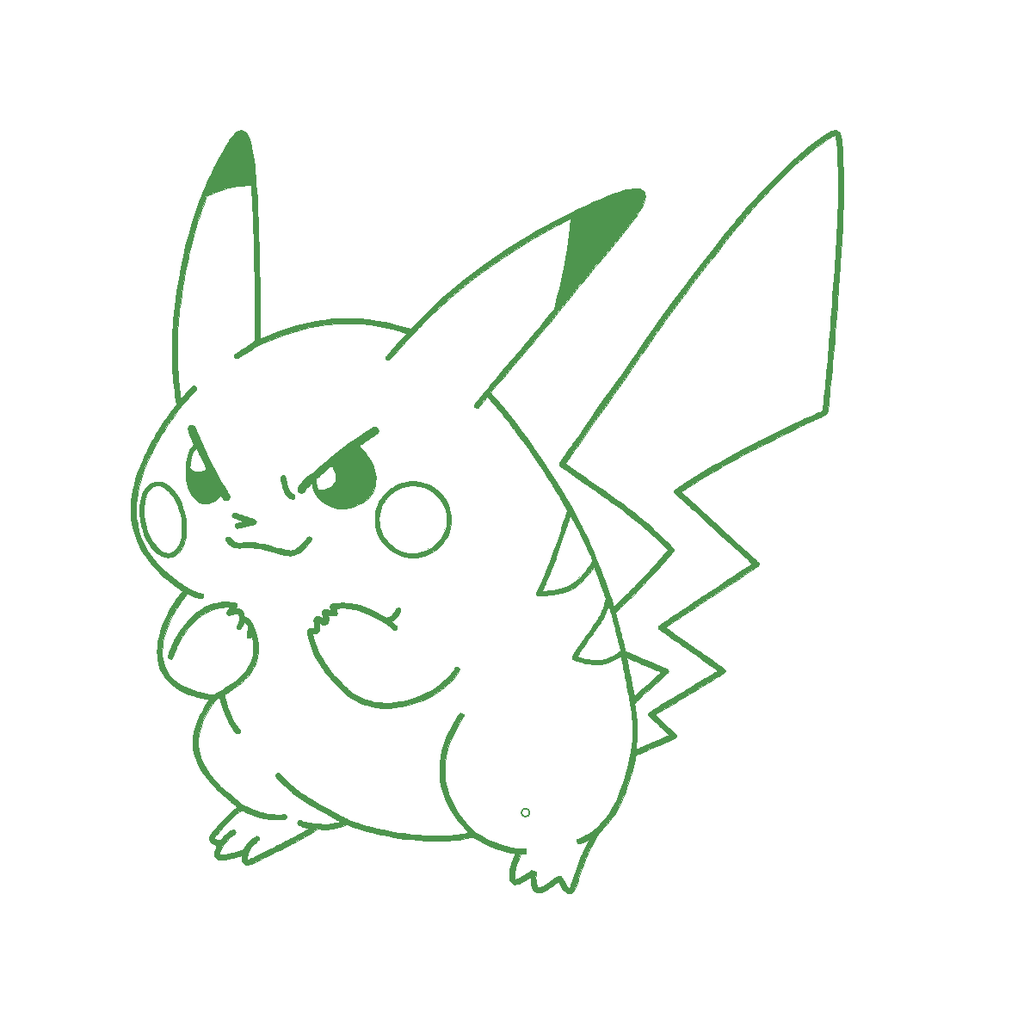
<source format=gto>
G04 #@! TF.FileFunction,Legend,Top*
%FSLAX46Y46*%
G04 Gerber Fmt 4.6, Leading zero omitted, Abs format (unit mm)*
G04 Created by KiCad (PCBNEW 4.0.7) date 07/16/18 22:17:09*
%MOMM*%
%LPD*%
G01*
G04 APERTURE LIST*
%ADD10C,0.100000*%
%ADD11C,0.010000*%
%ADD12C,0.150000*%
%ADD13C,2.100000*%
%ADD14O,2.100000X2.100000*%
G04 APERTURE END LIST*
D10*
D11*
G36*
X188468000Y-133096000D02*
X92477167Y-133096000D01*
X92477167Y-107041519D01*
X94470659Y-107041519D01*
X94470666Y-108185055D01*
X94470682Y-109308253D01*
X94470708Y-110410505D01*
X94470742Y-111491202D01*
X94470786Y-112549736D01*
X94470838Y-113585499D01*
X94470900Y-114597881D01*
X94470970Y-115586275D01*
X94471049Y-116550071D01*
X94471137Y-117488662D01*
X94471234Y-118401438D01*
X94471339Y-119287792D01*
X94471453Y-120147114D01*
X94471576Y-120978797D01*
X94471707Y-121782231D01*
X94471846Y-122556808D01*
X94471993Y-123301920D01*
X94472149Y-124016958D01*
X94472313Y-124701314D01*
X94472485Y-125354379D01*
X94472665Y-125975544D01*
X94472854Y-126564201D01*
X94473050Y-127119742D01*
X94473254Y-127641557D01*
X94473466Y-128129040D01*
X94473686Y-128581580D01*
X94473913Y-128998569D01*
X94474148Y-129379400D01*
X94474391Y-129723463D01*
X94474641Y-130030149D01*
X94474899Y-130298851D01*
X94475164Y-130528960D01*
X94475436Y-130719867D01*
X94475716Y-130870964D01*
X94476003Y-130981643D01*
X94476297Y-131051294D01*
X94476598Y-131079309D01*
X94476642Y-131079880D01*
X94484168Y-131080882D01*
X94506277Y-131081859D01*
X94543418Y-131082811D01*
X94596045Y-131083737D01*
X94664607Y-131084638D01*
X94749556Y-131085514D01*
X94851344Y-131086365D01*
X94970420Y-131087191D01*
X95107237Y-131087994D01*
X95262246Y-131088772D01*
X95435898Y-131089526D01*
X95628643Y-131090257D01*
X95840933Y-131090964D01*
X96073220Y-131091648D01*
X96325954Y-131092308D01*
X96599587Y-131092946D01*
X96894570Y-131093561D01*
X97211353Y-131094154D01*
X97550388Y-131094724D01*
X97912127Y-131095273D01*
X98297019Y-131095799D01*
X98705518Y-131096304D01*
X99138073Y-131096788D01*
X99595136Y-131097250D01*
X100077157Y-131097691D01*
X100584589Y-131098112D01*
X101117882Y-131098512D01*
X101677488Y-131098891D01*
X102263857Y-131099251D01*
X102877441Y-131099590D01*
X103518691Y-131099910D01*
X104188058Y-131100210D01*
X104885993Y-131100490D01*
X105612947Y-131100752D01*
X106369373Y-131100995D01*
X107155719Y-131101218D01*
X107972439Y-131101424D01*
X108819982Y-131101611D01*
X109698801Y-131101780D01*
X110609346Y-131101931D01*
X111552069Y-131102064D01*
X112527420Y-131102180D01*
X113535851Y-131102279D01*
X114577813Y-131102361D01*
X115653757Y-131102425D01*
X116764134Y-131102474D01*
X117909396Y-131102505D01*
X119089993Y-131102521D01*
X120306377Y-131102520D01*
X121558999Y-131102504D01*
X122848310Y-131102472D01*
X124174761Y-131102424D01*
X125538804Y-131102362D01*
X126940889Y-131102284D01*
X128381467Y-131102192D01*
X129860991Y-131102085D01*
X131379910Y-131101963D01*
X132938677Y-131101828D01*
X134537742Y-131101678D01*
X136177556Y-131101515D01*
X137858571Y-131101339D01*
X139581238Y-131101148D01*
X140477212Y-131101046D01*
X186467750Y-131095750D01*
X186467750Y-39105417D01*
X94477417Y-39105417D01*
X94472013Y-85079417D01*
X94471854Y-86475588D01*
X94471705Y-87861766D01*
X94471566Y-89237343D01*
X94471437Y-90601711D01*
X94471318Y-91954260D01*
X94471209Y-93294382D01*
X94471111Y-94621469D01*
X94471022Y-95934912D01*
X94470943Y-97234103D01*
X94470874Y-98518432D01*
X94470814Y-99787293D01*
X94470765Y-101040075D01*
X94470724Y-102276171D01*
X94470694Y-103494972D01*
X94470673Y-104695869D01*
X94470661Y-105878254D01*
X94470659Y-107041519D01*
X92477167Y-107041519D01*
X92477167Y-37105167D01*
X188468000Y-37105167D01*
X188468000Y-133096000D01*
X188468000Y-133096000D01*
G37*
X188468000Y-133096000D02*
X92477167Y-133096000D01*
X92477167Y-107041519D01*
X94470659Y-107041519D01*
X94470666Y-108185055D01*
X94470682Y-109308253D01*
X94470708Y-110410505D01*
X94470742Y-111491202D01*
X94470786Y-112549736D01*
X94470838Y-113585499D01*
X94470900Y-114597881D01*
X94470970Y-115586275D01*
X94471049Y-116550071D01*
X94471137Y-117488662D01*
X94471234Y-118401438D01*
X94471339Y-119287792D01*
X94471453Y-120147114D01*
X94471576Y-120978797D01*
X94471707Y-121782231D01*
X94471846Y-122556808D01*
X94471993Y-123301920D01*
X94472149Y-124016958D01*
X94472313Y-124701314D01*
X94472485Y-125354379D01*
X94472665Y-125975544D01*
X94472854Y-126564201D01*
X94473050Y-127119742D01*
X94473254Y-127641557D01*
X94473466Y-128129040D01*
X94473686Y-128581580D01*
X94473913Y-128998569D01*
X94474148Y-129379400D01*
X94474391Y-129723463D01*
X94474641Y-130030149D01*
X94474899Y-130298851D01*
X94475164Y-130528960D01*
X94475436Y-130719867D01*
X94475716Y-130870964D01*
X94476003Y-130981643D01*
X94476297Y-131051294D01*
X94476598Y-131079309D01*
X94476642Y-131079880D01*
X94484168Y-131080882D01*
X94506277Y-131081859D01*
X94543418Y-131082811D01*
X94596045Y-131083737D01*
X94664607Y-131084638D01*
X94749556Y-131085514D01*
X94851344Y-131086365D01*
X94970420Y-131087191D01*
X95107237Y-131087994D01*
X95262246Y-131088772D01*
X95435898Y-131089526D01*
X95628643Y-131090257D01*
X95840933Y-131090964D01*
X96073220Y-131091648D01*
X96325954Y-131092308D01*
X96599587Y-131092946D01*
X96894570Y-131093561D01*
X97211353Y-131094154D01*
X97550388Y-131094724D01*
X97912127Y-131095273D01*
X98297019Y-131095799D01*
X98705518Y-131096304D01*
X99138073Y-131096788D01*
X99595136Y-131097250D01*
X100077157Y-131097691D01*
X100584589Y-131098112D01*
X101117882Y-131098512D01*
X101677488Y-131098891D01*
X102263857Y-131099251D01*
X102877441Y-131099590D01*
X103518691Y-131099910D01*
X104188058Y-131100210D01*
X104885993Y-131100490D01*
X105612947Y-131100752D01*
X106369373Y-131100995D01*
X107155719Y-131101218D01*
X107972439Y-131101424D01*
X108819982Y-131101611D01*
X109698801Y-131101780D01*
X110609346Y-131101931D01*
X111552069Y-131102064D01*
X112527420Y-131102180D01*
X113535851Y-131102279D01*
X114577813Y-131102361D01*
X115653757Y-131102425D01*
X116764134Y-131102474D01*
X117909396Y-131102505D01*
X119089993Y-131102521D01*
X120306377Y-131102520D01*
X121558999Y-131102504D01*
X122848310Y-131102472D01*
X124174761Y-131102424D01*
X125538804Y-131102362D01*
X126940889Y-131102284D01*
X128381467Y-131102192D01*
X129860991Y-131102085D01*
X131379910Y-131101963D01*
X132938677Y-131101828D01*
X134537742Y-131101678D01*
X136177556Y-131101515D01*
X137858571Y-131101339D01*
X139581238Y-131101148D01*
X140477212Y-131101046D01*
X186467750Y-131095750D01*
X186467750Y-39105417D01*
X94477417Y-39105417D01*
X94472013Y-85079417D01*
X94471854Y-86475588D01*
X94471705Y-87861766D01*
X94471566Y-89237343D01*
X94471437Y-90601711D01*
X94471318Y-91954260D01*
X94471209Y-93294382D01*
X94471111Y-94621469D01*
X94471022Y-95934912D01*
X94470943Y-97234103D01*
X94470874Y-98518432D01*
X94470814Y-99787293D01*
X94470765Y-101040075D01*
X94470724Y-102276171D01*
X94470694Y-103494972D01*
X94470673Y-104695869D01*
X94470661Y-105878254D01*
X94470659Y-107041519D01*
X92477167Y-107041519D01*
X92477167Y-37105167D01*
X188468000Y-37105167D01*
X188468000Y-133096000D01*
G36*
X113897921Y-47569072D02*
X113959977Y-47588625D01*
X114035662Y-47623542D01*
X114154832Y-47696649D01*
X114260532Y-47794138D01*
X114357628Y-47921597D01*
X114450985Y-48084616D01*
X114469850Y-48122417D01*
X114531730Y-48255504D01*
X114585544Y-48387140D01*
X114634562Y-48527012D01*
X114682059Y-48684806D01*
X114731304Y-48870208D01*
X114755849Y-48969083D01*
X114830096Y-49300674D01*
X114900911Y-49672951D01*
X114968305Y-50086042D01*
X115032290Y-50540075D01*
X115092878Y-51035178D01*
X115150081Y-51571478D01*
X115203912Y-52149104D01*
X115254382Y-52768183D01*
X115301503Y-53428844D01*
X115345287Y-54131213D01*
X115385747Y-54875420D01*
X115422894Y-55661592D01*
X115452843Y-56388000D01*
X115467857Y-56796767D01*
X115482848Y-57243299D01*
X115497734Y-57723334D01*
X115512431Y-58232609D01*
X115526858Y-58766861D01*
X115540932Y-59321827D01*
X115554570Y-59893244D01*
X115567690Y-60476851D01*
X115580208Y-61068384D01*
X115592042Y-61663580D01*
X115603110Y-62258176D01*
X115613329Y-62847911D01*
X115622616Y-63428520D01*
X115630889Y-63995742D01*
X115638065Y-64545314D01*
X115644061Y-65072972D01*
X115648794Y-65574455D01*
X115652183Y-66045499D01*
X115654144Y-66481841D01*
X115654630Y-66796708D01*
X115654817Y-67022764D01*
X115655344Y-67235731D01*
X115656178Y-67431928D01*
X115657287Y-67607673D01*
X115658638Y-67759284D01*
X115660199Y-67883081D01*
X115661936Y-67975381D01*
X115663819Y-68032503D01*
X115665698Y-68050833D01*
X115687788Y-68042955D01*
X115742443Y-68021068D01*
X115823295Y-67987791D01*
X115923979Y-67945741D01*
X116030823Y-67900638D01*
X116863064Y-67561561D01*
X117676167Y-67258616D01*
X118472050Y-66991209D01*
X119252632Y-66758747D01*
X120019832Y-66560636D01*
X120775568Y-66396284D01*
X121083917Y-66338275D01*
X121948147Y-66204289D01*
X122812794Y-66112530D01*
X123677974Y-66063007D01*
X124543799Y-66055727D01*
X125410385Y-66090701D01*
X126277847Y-66167935D01*
X127146299Y-66287439D01*
X128015855Y-66449222D01*
X128886632Y-66653291D01*
X129758742Y-66899655D01*
X130099206Y-67007188D01*
X130458864Y-67124143D01*
X130532082Y-67042446D01*
X130563528Y-67008362D01*
X130620394Y-66947767D01*
X130698823Y-66864727D01*
X130794960Y-66763312D01*
X130904950Y-66647588D01*
X131024937Y-66521623D01*
X131141178Y-66399833D01*
X131969689Y-65558206D01*
X132838411Y-64725439D01*
X133745937Y-63902645D01*
X134690861Y-63090934D01*
X135671777Y-62291418D01*
X136687277Y-61505209D01*
X137735954Y-60733418D01*
X138816403Y-59977158D01*
X139927215Y-59237540D01*
X141066985Y-58515675D01*
X141298083Y-58373657D01*
X142051432Y-57921499D01*
X142830690Y-57470055D01*
X143629619Y-57022543D01*
X144441984Y-56582183D01*
X145261547Y-56152193D01*
X146082073Y-55735792D01*
X146897324Y-55336199D01*
X147701064Y-54956631D01*
X148487057Y-54600308D01*
X149246167Y-54271672D01*
X149745868Y-54065635D01*
X150211520Y-53883752D01*
X150643774Y-53725934D01*
X151043282Y-53592091D01*
X151410699Y-53482133D01*
X151746676Y-53395969D01*
X152051866Y-53333511D01*
X152326922Y-53294668D01*
X152572497Y-53279350D01*
X152789244Y-53287467D01*
X152977815Y-53318931D01*
X153138863Y-53373649D01*
X153273042Y-53451534D01*
X153381002Y-53552494D01*
X153463399Y-53676440D01*
X153470209Y-53689997D01*
X153522680Y-53842391D01*
X153541438Y-54016623D01*
X153526372Y-54213142D01*
X153477375Y-54432400D01*
X153394337Y-54674847D01*
X153277148Y-54940936D01*
X153125699Y-55231116D01*
X153075792Y-55319083D01*
X152963950Y-55509263D01*
X152849136Y-55696606D01*
X152729121Y-55884124D01*
X152601676Y-56074831D01*
X152464573Y-56271740D01*
X152315583Y-56477862D01*
X152152477Y-56696210D01*
X151973027Y-56929797D01*
X151775004Y-57181635D01*
X151556178Y-57454737D01*
X151314322Y-57752115D01*
X151047206Y-58076783D01*
X150938288Y-58208333D01*
X150160394Y-59147128D01*
X149381597Y-60088419D01*
X148597961Y-61036980D01*
X147805551Y-61997582D01*
X147000432Y-62974997D01*
X146178669Y-63973998D01*
X145336324Y-64999358D01*
X144959947Y-65457917D01*
X144665348Y-65816824D01*
X144392213Y-66149310D01*
X144137766Y-66458693D01*
X143899231Y-66748292D01*
X143673831Y-67021426D01*
X143458790Y-67281415D01*
X143251331Y-67531576D01*
X143048680Y-67775229D01*
X142848058Y-68015693D01*
X142646690Y-68256286D01*
X142441799Y-68500329D01*
X142230610Y-68751139D01*
X142010346Y-69012036D01*
X141778230Y-69286338D01*
X141531487Y-69577365D01*
X141267340Y-69888436D01*
X140983012Y-70222869D01*
X140675729Y-70583983D01*
X140462656Y-70834250D01*
X140135330Y-71218823D01*
X139834617Y-71572490D01*
X139559516Y-71896433D01*
X139309026Y-72191832D01*
X139082145Y-72459870D01*
X138877874Y-72701727D01*
X138695211Y-72918585D01*
X138537897Y-73105966D01*
X138319296Y-73366849D01*
X138371613Y-73423466D01*
X138399764Y-73454945D01*
X138451100Y-73513352D01*
X138521153Y-73593562D01*
X138605454Y-73690450D01*
X138699533Y-73798892D01*
X138771684Y-73882250D01*
X139438395Y-74667609D01*
X140095607Y-75470943D01*
X140745500Y-76295222D01*
X141390256Y-77143416D01*
X142032053Y-78018496D01*
X142673074Y-78923433D01*
X143315498Y-79861198D01*
X143961506Y-80834760D01*
X144582569Y-81798733D01*
X145009940Y-82481015D01*
X145413740Y-83146430D01*
X145799363Y-83804548D01*
X146172205Y-84464941D01*
X146537664Y-85137183D01*
X146901134Y-85830844D01*
X147268012Y-86555497D01*
X147297127Y-86614000D01*
X147460666Y-86945347D01*
X147624462Y-87281693D01*
X147786339Y-87618359D01*
X147944121Y-87950667D01*
X148095632Y-88273938D01*
X148238695Y-88583495D01*
X148371134Y-88874659D01*
X148490773Y-89142751D01*
X148595435Y-89383094D01*
X148682945Y-89591009D01*
X148690360Y-89609083D01*
X148922095Y-90182861D01*
X149147847Y-90756638D01*
X149365580Y-91324888D01*
X149573257Y-91882085D01*
X149768842Y-92422704D01*
X149950300Y-92941221D01*
X150115592Y-93432108D01*
X150231112Y-93789500D01*
X150278848Y-93939669D01*
X150322925Y-94077217D01*
X150361607Y-94196813D01*
X150393156Y-94293127D01*
X150415838Y-94360830D01*
X150427915Y-94394589D01*
X150428935Y-94396856D01*
X150448502Y-94391746D01*
X150495340Y-94358533D01*
X150567165Y-94299423D01*
X150661696Y-94216624D01*
X150776649Y-94112343D01*
X150909743Y-93988786D01*
X151058695Y-93848161D01*
X151221222Y-93692675D01*
X151395043Y-93524536D01*
X151577874Y-93345949D01*
X151767433Y-93159124D01*
X151961438Y-92966266D01*
X152157606Y-92769582D01*
X152353654Y-92571280D01*
X152547301Y-92373568D01*
X152736264Y-92178651D01*
X152906658Y-92000917D01*
X153195034Y-91697241D01*
X153465510Y-91410000D01*
X153723899Y-91132826D01*
X153976014Y-90859351D01*
X154227667Y-90583206D01*
X154484672Y-90298023D01*
X154752842Y-89997435D01*
X155037990Y-89675073D01*
X155254219Y-89429167D01*
X155764980Y-88847083D01*
X155368365Y-88448592D01*
X154633365Y-87731879D01*
X153867659Y-87027017D01*
X153082850Y-86344420D01*
X152378833Y-85764977D01*
X152172162Y-85600649D01*
X151960055Y-85434501D01*
X151740334Y-85264954D01*
X151510819Y-85090429D01*
X151269334Y-84909347D01*
X151013698Y-84720129D01*
X150741735Y-84521196D01*
X150451266Y-84310968D01*
X150140112Y-84087867D01*
X149806095Y-83850314D01*
X149447036Y-83596729D01*
X149060758Y-83325533D01*
X148645082Y-83035149D01*
X148197830Y-82723995D01*
X147870333Y-82496820D01*
X147496675Y-82237785D01*
X147156531Y-82001737D01*
X146848519Y-81787699D01*
X146571255Y-81594693D01*
X146323358Y-81421741D01*
X146103444Y-81267865D01*
X145910130Y-81132089D01*
X145742034Y-81013434D01*
X145597774Y-80910923D01*
X145475965Y-80823578D01*
X145375226Y-80750422D01*
X145294174Y-80690477D01*
X145231426Y-80642766D01*
X145185599Y-80606311D01*
X145155310Y-80580134D01*
X145145125Y-80570135D01*
X145099372Y-80512861D01*
X145079622Y-80456842D01*
X145076333Y-80403875D01*
X145077119Y-80387919D01*
X145080386Y-80370104D01*
X145087495Y-80348403D01*
X145090814Y-80340959D01*
X145671052Y-80340959D01*
X145844651Y-80464716D01*
X145978372Y-80559747D01*
X146127279Y-80664988D01*
X146293661Y-80782038D01*
X146479807Y-80912493D01*
X146688005Y-81057952D01*
X146920545Y-81220012D01*
X147179716Y-81400272D01*
X147467805Y-81600328D01*
X147787102Y-81821780D01*
X147998426Y-81968227D01*
X148501607Y-82317353D01*
X148971585Y-82644587D01*
X149410416Y-82951473D01*
X149820153Y-83239551D01*
X150202851Y-83510365D01*
X150560565Y-83765455D01*
X150895348Y-84006365D01*
X151209254Y-84234636D01*
X151504339Y-84451809D01*
X151782655Y-84659429D01*
X152046258Y-84859035D01*
X152297202Y-85052171D01*
X152537540Y-85240378D01*
X152769328Y-85425199D01*
X152994619Y-85608175D01*
X153215468Y-85790849D01*
X153433928Y-85974762D01*
X153652055Y-86161458D01*
X153871903Y-86352476D01*
X154063808Y-86521293D01*
X154209039Y-86651073D01*
X154368205Y-86795724D01*
X154538178Y-86952232D01*
X154715831Y-87117577D01*
X154898037Y-87288745D01*
X155081668Y-87462717D01*
X155263595Y-87636476D01*
X155440692Y-87807006D01*
X155609831Y-87971290D01*
X155767883Y-88126310D01*
X155911723Y-88269050D01*
X156038221Y-88396492D01*
X156144251Y-88505620D01*
X156226684Y-88593417D01*
X156282394Y-88656865D01*
X156297150Y-88675634D01*
X156345859Y-88769694D01*
X156357601Y-88865214D01*
X156333554Y-88949016D01*
X156313968Y-88975504D01*
X156269024Y-89030388D01*
X156201527Y-89110461D01*
X156114282Y-89212512D01*
X156010094Y-89333332D01*
X155891766Y-89469713D01*
X155762105Y-89618444D01*
X155623914Y-89776315D01*
X155479999Y-89940119D01*
X155333163Y-90106645D01*
X155186213Y-90272684D01*
X155041952Y-90435027D01*
X154903186Y-90590464D01*
X154772719Y-90735786D01*
X154751063Y-90759812D01*
X154257355Y-91302074D01*
X153767589Y-91829865D01*
X153284599Y-92340284D01*
X152811220Y-92830428D01*
X152350286Y-93297395D01*
X151904632Y-93738283D01*
X151477094Y-94150188D01*
X151070505Y-94530209D01*
X151051482Y-94547673D01*
X150936220Y-94654177D01*
X150831848Y-94752103D01*
X150742285Y-94837656D01*
X150671450Y-94907040D01*
X150623261Y-94956459D01*
X150601637Y-94982117D01*
X150600833Y-94984242D01*
X150606190Y-95014633D01*
X150620362Y-95073953D01*
X150640505Y-95150435D01*
X150644724Y-95165759D01*
X150659811Y-95222235D01*
X150683669Y-95314141D01*
X150714859Y-95435824D01*
X150751945Y-95581630D01*
X150793489Y-95745905D01*
X150838052Y-95922995D01*
X150884198Y-96107247D01*
X150888105Y-96122887D01*
X150939924Y-96328691D01*
X150995422Y-96546118D01*
X151052183Y-96765906D01*
X151107793Y-96978790D01*
X151159836Y-97175510D01*
X151205897Y-97346800D01*
X151233062Y-97445803D01*
X151280773Y-97620467D01*
X151331651Y-97811500D01*
X151382277Y-98005737D01*
X151429233Y-98190017D01*
X151469100Y-98351174D01*
X151480281Y-98397722D01*
X151511804Y-98526289D01*
X151541557Y-98640288D01*
X151567761Y-98733474D01*
X151588637Y-98799601D01*
X151602407Y-98832423D01*
X151604725Y-98834785D01*
X151626980Y-98844064D01*
X151685688Y-98868595D01*
X151778246Y-98907291D01*
X151902054Y-98959063D01*
X152054511Y-99022824D01*
X152233015Y-99097486D01*
X152434967Y-99181961D01*
X152657765Y-99275160D01*
X152898808Y-99375997D01*
X153155496Y-99483382D01*
X153425226Y-99596229D01*
X153659417Y-99694211D01*
X154008782Y-99840559D01*
X154320657Y-99971595D01*
X154596725Y-100088052D01*
X154838671Y-100190664D01*
X155048179Y-100280165D01*
X155226933Y-100357287D01*
X155376616Y-100422764D01*
X155498913Y-100477331D01*
X155595509Y-100521720D01*
X155668086Y-100556665D01*
X155718329Y-100582899D01*
X155747923Y-100601156D01*
X155754917Y-100606930D01*
X155795907Y-100655355D01*
X155814418Y-100706245D01*
X155818417Y-100771654D01*
X155811425Y-100846680D01*
X155793142Y-100902621D01*
X155786667Y-100912287D01*
X155766773Y-100931511D01*
X155717490Y-100977032D01*
X155640965Y-101046909D01*
X155539349Y-101139201D01*
X155414791Y-101251968D01*
X155269441Y-101383270D01*
X155105448Y-101531165D01*
X154924962Y-101693714D01*
X154730132Y-101868975D01*
X154523108Y-102055009D01*
X154306039Y-102249874D01*
X154151588Y-102388414D01*
X153886316Y-102626414D01*
X153651020Y-102837847D01*
X153444032Y-103024267D01*
X153263682Y-103187228D01*
X153108303Y-103328283D01*
X152976225Y-103448986D01*
X152865781Y-103550891D01*
X152775302Y-103635551D01*
X152703119Y-103704519D01*
X152647563Y-103759350D01*
X152606967Y-103801597D01*
X152579661Y-103832813D01*
X152563978Y-103854552D01*
X152558247Y-103868369D01*
X152558344Y-103871915D01*
X152565081Y-103909259D01*
X152576417Y-103979195D01*
X152590887Y-104072418D01*
X152607027Y-104179624D01*
X152610558Y-104203500D01*
X152697613Y-104858498D01*
X152760624Y-105480649D01*
X152799625Y-106071923D01*
X152814650Y-106634290D01*
X152805734Y-107169723D01*
X152772910Y-107680191D01*
X152716212Y-108167667D01*
X152682678Y-108381466D01*
X152677398Y-108437440D01*
X152687392Y-108456343D01*
X152692389Y-108455549D01*
X152715046Y-108446063D01*
X152773612Y-108421007D01*
X152865155Y-108381648D01*
X152986741Y-108329253D01*
X153135437Y-108265087D01*
X153308312Y-108190417D01*
X153502432Y-108106510D01*
X153714865Y-108014632D01*
X153942678Y-107916049D01*
X154182939Y-107812029D01*
X154304223Y-107759500D01*
X154548907Y-107653388D01*
X154782077Y-107552023D01*
X155000855Y-107456673D01*
X155202363Y-107368602D01*
X155383722Y-107289077D01*
X155542055Y-107219363D01*
X155674484Y-107160727D01*
X155778130Y-107114433D01*
X155850114Y-107081748D01*
X155887560Y-107063938D01*
X155892432Y-107061000D01*
X155877455Y-107045017D01*
X155834245Y-107002526D01*
X155765411Y-106936017D01*
X155673563Y-106847979D01*
X155561311Y-106740899D01*
X155431265Y-106617268D01*
X155286035Y-106479573D01*
X155128231Y-106330304D01*
X154960464Y-106171949D01*
X154927532Y-106140904D01*
X154755987Y-105979025D01*
X154592236Y-105824133D01*
X154439116Y-105678936D01*
X154299466Y-105546142D01*
X154176123Y-105428460D01*
X154071925Y-105328598D01*
X153989709Y-105249263D01*
X153932315Y-105193165D01*
X153902579Y-105163012D01*
X153900954Y-105161209D01*
X153850817Y-105074919D01*
X153840384Y-104980224D01*
X153870250Y-104884925D01*
X153878742Y-104870250D01*
X153892659Y-104856723D01*
X153924598Y-104832798D01*
X153975717Y-104797765D01*
X154047176Y-104750914D01*
X154140134Y-104691537D01*
X154255750Y-104618922D01*
X154395185Y-104532361D01*
X154559596Y-104431144D01*
X154750145Y-104314561D01*
X154967990Y-104181903D01*
X155214290Y-104032460D01*
X155490205Y-103865521D01*
X155796895Y-103680378D01*
X156135518Y-103476321D01*
X156507235Y-103252641D01*
X156913204Y-103008626D01*
X157281204Y-102787621D01*
X157628174Y-102579273D01*
X157965536Y-102376609D01*
X158291487Y-102180717D01*
X158604223Y-101992684D01*
X158901941Y-101813598D01*
X159182838Y-101644544D01*
X159445109Y-101486611D01*
X159686952Y-101340885D01*
X159906562Y-101208453D01*
X160102137Y-101090403D01*
X160271873Y-100987820D01*
X160413966Y-100901794D01*
X160526613Y-100833409D01*
X160608010Y-100783754D01*
X160656354Y-100753916D01*
X160670026Y-100745038D01*
X160664918Y-100735848D01*
X160641624Y-100714377D01*
X160599037Y-100679835D01*
X160536053Y-100631430D01*
X160451567Y-100568373D01*
X160344474Y-100489872D01*
X160213670Y-100395136D01*
X160058050Y-100283375D01*
X159876508Y-100153798D01*
X159667940Y-100005613D01*
X159431242Y-99838031D01*
X159165307Y-99650260D01*
X158869032Y-99441510D01*
X158541312Y-99210990D01*
X158181041Y-98957908D01*
X157787115Y-98681474D01*
X157783587Y-98679000D01*
X157468018Y-98457502D01*
X157161614Y-98242141D01*
X156866192Y-98034210D01*
X156583571Y-97834999D01*
X156315569Y-97645800D01*
X156064006Y-97467904D01*
X155830699Y-97302603D01*
X155617467Y-97151187D01*
X155426129Y-97014949D01*
X155258502Y-96895179D01*
X155116406Y-96793169D01*
X155001659Y-96710211D01*
X154916079Y-96647596D01*
X154861486Y-96606614D01*
X154839697Y-96588558D01*
X154839545Y-96588348D01*
X154810791Y-96512667D01*
X154807766Y-96424256D01*
X154830042Y-96342837D01*
X154845423Y-96317335D01*
X154866595Y-96300886D01*
X154921663Y-96262185D01*
X155009135Y-96202224D01*
X155127524Y-96121991D01*
X155275340Y-96022475D01*
X155451093Y-95904667D01*
X155653296Y-95769555D01*
X155880458Y-95618129D01*
X156131090Y-95451378D01*
X156403703Y-95270293D01*
X156696808Y-95075861D01*
X157008917Y-94869073D01*
X157338538Y-94650918D01*
X157684185Y-94422386D01*
X158044366Y-94184465D01*
X158417594Y-93938146D01*
X158802378Y-93684418D01*
X159197230Y-93424270D01*
X159474315Y-93241841D01*
X159874615Y-92978313D01*
X160265591Y-92720823D01*
X160645771Y-92470342D01*
X161013686Y-92227843D01*
X161367864Y-91994299D01*
X161706836Y-91770681D01*
X162029129Y-91557962D01*
X162333274Y-91357115D01*
X162617800Y-91169111D01*
X162881235Y-90994923D01*
X163122110Y-90835523D01*
X163338954Y-90691885D01*
X163530296Y-90564979D01*
X163694664Y-90455779D01*
X163830590Y-90365257D01*
X163936601Y-90294385D01*
X164011227Y-90244136D01*
X164052997Y-90215481D01*
X164061903Y-90208778D01*
X164046878Y-90192200D01*
X164003417Y-90150017D01*
X163934506Y-90084994D01*
X163843128Y-89999897D01*
X163732269Y-89897491D01*
X163604913Y-89780540D01*
X163464044Y-89651811D01*
X163312648Y-89514068D01*
X163285148Y-89489111D01*
X163082949Y-89305570D01*
X162863282Y-89105984D01*
X162627842Y-88891902D01*
X162378324Y-88664872D01*
X162116421Y-88426441D01*
X161843827Y-88178158D01*
X161562237Y-87921570D01*
X161273345Y-87658226D01*
X160978844Y-87389673D01*
X160680430Y-87117460D01*
X160379795Y-86843134D01*
X160078634Y-86568243D01*
X159778642Y-86294335D01*
X159481512Y-86022959D01*
X159188939Y-85755662D01*
X158902617Y-85493991D01*
X158624239Y-85239496D01*
X158355500Y-84993724D01*
X158098094Y-84758223D01*
X157853715Y-84534540D01*
X157624057Y-84324225D01*
X157410815Y-84128824D01*
X157215682Y-83949886D01*
X157040353Y-83788958D01*
X156886522Y-83647590D01*
X156755882Y-83527328D01*
X156650128Y-83429720D01*
X156570955Y-83356315D01*
X156520056Y-83308660D01*
X156501042Y-83290331D01*
X156446036Y-83231241D01*
X156415664Y-83186410D01*
X156402857Y-83142046D01*
X156400500Y-83094178D01*
X156400530Y-83061995D01*
X156402361Y-83033373D01*
X156408607Y-83006266D01*
X156421879Y-82978631D01*
X156444789Y-82948422D01*
X156479951Y-82913594D01*
X156529977Y-82872104D01*
X156597478Y-82821907D01*
X156685069Y-82760957D01*
X156795360Y-82687210D01*
X156930964Y-82598622D01*
X157094494Y-82493147D01*
X157288562Y-82368741D01*
X157501167Y-82232711D01*
X158161382Y-81815320D01*
X158827572Y-81404363D01*
X159503746Y-80997560D01*
X160193914Y-80592632D01*
X160902084Y-80187299D01*
X161632266Y-79779283D01*
X162388469Y-79366303D01*
X163174702Y-78946081D01*
X163994975Y-78516337D01*
X164465000Y-78273596D01*
X164734630Y-78135746D01*
X165023626Y-77989331D01*
X165329141Y-77835727D01*
X165648326Y-77676305D01*
X165978332Y-77512442D01*
X166316310Y-77345510D01*
X166659413Y-77176883D01*
X167004790Y-77007936D01*
X167349594Y-76840042D01*
X167690975Y-76674576D01*
X168026086Y-76512912D01*
X168352078Y-76356423D01*
X168666101Y-76206483D01*
X168965308Y-76064467D01*
X169246849Y-75931749D01*
X169507877Y-75809702D01*
X169745541Y-75699700D01*
X169956995Y-75603118D01*
X170139388Y-75521330D01*
X170289873Y-75455709D01*
X170405601Y-75407629D01*
X170412833Y-75404756D01*
X170588396Y-75333214D01*
X170727421Y-75271554D01*
X170833918Y-75217508D01*
X170911901Y-75168804D01*
X170965383Y-75123175D01*
X170998376Y-75078350D01*
X171001754Y-75071663D01*
X171012278Y-75031940D01*
X171024681Y-74955780D01*
X171038242Y-74849000D01*
X171052245Y-74717415D01*
X171065971Y-74566842D01*
X171069726Y-74521329D01*
X171082645Y-74369228D01*
X171099265Y-74185993D01*
X171118530Y-73982556D01*
X171139385Y-73769850D01*
X171160774Y-73558805D01*
X171181642Y-73360353D01*
X171183564Y-73342500D01*
X171234636Y-72861151D01*
X171285478Y-72365301D01*
X171336223Y-71853302D01*
X171387007Y-71323509D01*
X171437962Y-70774275D01*
X171489223Y-70203954D01*
X171540924Y-69610901D01*
X171593199Y-68993469D01*
X171646181Y-68350012D01*
X171700005Y-67678883D01*
X171754804Y-66978438D01*
X171810713Y-66247028D01*
X171867866Y-65483009D01*
X171926396Y-64684734D01*
X171986438Y-63850557D01*
X172048125Y-62978832D01*
X172111591Y-62067913D01*
X172168842Y-61235167D01*
X172209124Y-60642816D01*
X172246256Y-60089812D01*
X172280362Y-59573294D01*
X172311563Y-59090404D01*
X172339983Y-58638279D01*
X172365744Y-58214061D01*
X172388970Y-57814890D01*
X172409782Y-57437905D01*
X172428303Y-57080247D01*
X172444657Y-56739055D01*
X172458965Y-56411469D01*
X172471350Y-56094629D01*
X172481936Y-55785676D01*
X172490845Y-55481748D01*
X172498199Y-55179987D01*
X172504121Y-54877533D01*
X172508734Y-54571524D01*
X172512160Y-54259101D01*
X172514523Y-53937404D01*
X172515944Y-53603573D01*
X172516548Y-53254748D01*
X172516588Y-53128333D01*
X172514979Y-52502877D01*
X172510128Y-51918547D01*
X172501990Y-51374257D01*
X172490519Y-50868921D01*
X172475670Y-50401454D01*
X172457397Y-49970769D01*
X172435655Y-49575779D01*
X172410399Y-49215400D01*
X172381583Y-48888544D01*
X172349162Y-48594126D01*
X172317258Y-48358624D01*
X172292217Y-48228576D01*
X172261851Y-48136075D01*
X172226855Y-48082784D01*
X172196085Y-48069500D01*
X172149134Y-48080559D01*
X172072578Y-48111735D01*
X171972278Y-48160029D01*
X171854091Y-48222441D01*
X171723878Y-48295970D01*
X171587499Y-48377616D01*
X171555193Y-48397653D01*
X171397273Y-48500555D01*
X171212069Y-48628615D01*
X171003705Y-48778611D01*
X170776305Y-48947319D01*
X170533995Y-49131516D01*
X170280899Y-49327979D01*
X170021141Y-49533483D01*
X169758848Y-49744805D01*
X169498142Y-49958723D01*
X169243150Y-50172012D01*
X168997995Y-50381449D01*
X168835917Y-50522746D01*
X168257696Y-51041868D01*
X167664937Y-51594089D01*
X167062132Y-52174695D01*
X166453770Y-52778967D01*
X165844340Y-53402190D01*
X165238334Y-54039646D01*
X164640240Y-54686620D01*
X164054548Y-55338394D01*
X163485750Y-55990253D01*
X162938334Y-56637479D01*
X162466544Y-57213500D01*
X161823720Y-58014389D01*
X161187576Y-58813192D01*
X160559621Y-59607913D01*
X159941365Y-60396556D01*
X159334316Y-61177127D01*
X158739984Y-61947628D01*
X158159878Y-62706066D01*
X157595507Y-63450443D01*
X157048380Y-64178765D01*
X156520006Y-64889036D01*
X156011895Y-65579259D01*
X155525556Y-66247441D01*
X155062497Y-66891584D01*
X154624229Y-67509694D01*
X154212260Y-68099775D01*
X153991358Y-68420516D01*
X153535577Y-69085228D01*
X153088847Y-69735526D01*
X152648817Y-70374789D01*
X152213132Y-71006397D01*
X151779442Y-71633726D01*
X151345392Y-72260157D01*
X150908631Y-72889068D01*
X150466805Y-73523837D01*
X150017561Y-74167843D01*
X149558548Y-74824465D01*
X149087411Y-75497081D01*
X148601799Y-76189070D01*
X148099358Y-76903811D01*
X147577737Y-77644682D01*
X147034581Y-78415062D01*
X146805281Y-78740000D01*
X146649883Y-78960121D01*
X146500225Y-79172042D01*
X146358292Y-79372956D01*
X146226069Y-79560056D01*
X146105542Y-79730534D01*
X145998696Y-79881583D01*
X145907515Y-80010397D01*
X145833986Y-80114169D01*
X145780094Y-80190090D01*
X145747823Y-80235355D01*
X145741397Y-80244271D01*
X145671052Y-80340959D01*
X145090814Y-80340959D01*
X145099809Y-80320789D01*
X145118690Y-80285234D01*
X145145500Y-80239710D01*
X145181600Y-80182191D01*
X145228354Y-80110649D01*
X145287124Y-80023056D01*
X145359270Y-79917385D01*
X145446157Y-79791609D01*
X145549145Y-79643700D01*
X145669597Y-79471630D01*
X145808875Y-79273372D01*
X145968341Y-79046899D01*
X146149357Y-78790183D01*
X146353286Y-78501197D01*
X146381290Y-78461523D01*
X147016069Y-77561307D01*
X147643520Y-76669685D01*
X148261958Y-75789072D01*
X148869698Y-74921885D01*
X149465055Y-74070541D01*
X150046344Y-73237456D01*
X150611879Y-72425046D01*
X151159977Y-71635728D01*
X151688951Y-70871917D01*
X152197117Y-70136032D01*
X152682791Y-69430487D01*
X152939710Y-69056250D01*
X153144064Y-68758308D01*
X153326413Y-68492534D01*
X153488674Y-68256169D01*
X153632764Y-68046456D01*
X153760600Y-67860635D01*
X153874099Y-67695947D01*
X153975177Y-67549636D01*
X154065752Y-67418941D01*
X154147740Y-67301105D01*
X154223059Y-67193369D01*
X154293625Y-67092974D01*
X154361356Y-66997162D01*
X154428167Y-66903175D01*
X154495977Y-66808254D01*
X154566702Y-66709640D01*
X154642258Y-66604576D01*
X154675374Y-66558583D01*
X155539686Y-65368433D01*
X156428067Y-64164810D01*
X157341855Y-62945969D01*
X158282391Y-61710164D01*
X159251013Y-60455649D01*
X160249061Y-59180678D01*
X161277873Y-57883505D01*
X162338789Y-56562385D01*
X162419854Y-56462083D01*
X162714097Y-56104547D01*
X163037014Y-55723826D01*
X163384817Y-55323911D01*
X163753718Y-54908792D01*
X164139931Y-54482457D01*
X164539668Y-54048897D01*
X164949140Y-53612101D01*
X165364562Y-53176059D01*
X165782146Y-52744761D01*
X166198103Y-52322195D01*
X166608647Y-51912352D01*
X167009991Y-51519221D01*
X167398346Y-51146792D01*
X167769925Y-50799055D01*
X167968083Y-50617671D01*
X168314750Y-50306982D01*
X168662689Y-50002618D01*
X169009173Y-49706701D01*
X169351471Y-49421350D01*
X169686856Y-49148686D01*
X170012599Y-48890829D01*
X170325970Y-48649898D01*
X170624242Y-48428015D01*
X170904686Y-48227298D01*
X171164572Y-48049869D01*
X171401172Y-47897847D01*
X171611757Y-47773352D01*
X171670170Y-47741302D01*
X171856084Y-47650790D01*
X172019190Y-47592304D01*
X172163547Y-47565158D01*
X172293214Y-47568665D01*
X172412251Y-47602138D01*
X172434250Y-47611946D01*
X172528144Y-47665974D01*
X172607010Y-47734411D01*
X172672699Y-47821484D01*
X172727062Y-47931421D01*
X172771952Y-48068450D01*
X172809220Y-48236800D01*
X172840717Y-48440697D01*
X172857136Y-48577500D01*
X172869822Y-48688570D01*
X172881707Y-48785660D01*
X172891717Y-48860480D01*
X172898777Y-48904740D01*
X172900507Y-48911952D01*
X172904016Y-48939490D01*
X172909246Y-49003707D01*
X172915833Y-49098998D01*
X172923413Y-49219759D01*
X172931622Y-49360386D01*
X172940095Y-49515275D01*
X172941762Y-49546952D01*
X172987438Y-50574595D01*
X173017555Y-51615841D01*
X173032079Y-52674200D01*
X173030972Y-53753180D01*
X173014198Y-54856290D01*
X172981720Y-55987041D01*
X172933502Y-57148942D01*
X172869508Y-58345501D01*
X172846279Y-58726917D01*
X172835736Y-58892680D01*
X172822484Y-59096686D01*
X172806797Y-59334949D01*
X172788945Y-59603482D01*
X172769201Y-59898301D01*
X172747837Y-60215417D01*
X172725126Y-60550847D01*
X172701339Y-60900604D01*
X172676749Y-61260702D01*
X172651627Y-61627156D01*
X172626246Y-61995979D01*
X172600878Y-62363185D01*
X172575795Y-62724789D01*
X172551269Y-63076805D01*
X172527572Y-63415246D01*
X172504977Y-63736128D01*
X172486462Y-63997417D01*
X172420228Y-64918679D01*
X172355320Y-65800312D01*
X172291511Y-66644993D01*
X172228576Y-67455398D01*
X172166285Y-68234204D01*
X172104413Y-68984086D01*
X172042733Y-69707721D01*
X171981016Y-70407785D01*
X171919037Y-71086954D01*
X171856569Y-71747905D01*
X171793383Y-72393314D01*
X171729254Y-73025857D01*
X171682932Y-73469500D01*
X171662065Y-73669858D01*
X171641197Y-73875586D01*
X171621129Y-74078386D01*
X171602665Y-74269962D01*
X171586608Y-74442018D01*
X171573759Y-74586256D01*
X171566950Y-74668178D01*
X171550691Y-74855187D01*
X171533485Y-75006087D01*
X171513430Y-75127089D01*
X171488627Y-75224408D01*
X171457175Y-75304256D01*
X171417171Y-75372846D01*
X171366716Y-75436391D01*
X171315602Y-75489691D01*
X171258667Y-75542534D01*
X171198532Y-75590436D01*
X171129885Y-75636195D01*
X171047416Y-75682611D01*
X170945814Y-75732480D01*
X170819768Y-75788600D01*
X170663967Y-75853769D01*
X170494713Y-75922152D01*
X170405971Y-75959220D01*
X170284075Y-76012516D01*
X170133953Y-76079777D01*
X169960529Y-76158737D01*
X169768731Y-76247131D01*
X169563485Y-76342692D01*
X169349717Y-76443157D01*
X169132352Y-76546260D01*
X169001991Y-76608573D01*
X168235244Y-76977456D01*
X167505211Y-77331333D01*
X166809513Y-77671448D01*
X166145776Y-77999049D01*
X165511622Y-78315379D01*
X164904674Y-78621686D01*
X164322557Y-78919213D01*
X163762894Y-79209208D01*
X163223307Y-79492916D01*
X162701422Y-79771582D01*
X162194860Y-80046452D01*
X161701246Y-80318771D01*
X161218204Y-80589785D01*
X160743356Y-80860740D01*
X160274326Y-81132881D01*
X159808737Y-81407454D01*
X159540414Y-81567666D01*
X159337901Y-81689663D01*
X159127806Y-81817234D01*
X158913154Y-81948473D01*
X158696965Y-82081474D01*
X158482261Y-82214330D01*
X158272066Y-82345135D01*
X158069401Y-82471983D01*
X157877288Y-82592968D01*
X157698750Y-82706183D01*
X157536808Y-82809724D01*
X157394485Y-82901682D01*
X157274803Y-82980152D01*
X157180784Y-83043228D01*
X157115451Y-83089004D01*
X157081825Y-83115574D01*
X157077833Y-83120903D01*
X157093056Y-83137439D01*
X157137037Y-83180142D01*
X157207250Y-83246665D01*
X157301167Y-83334657D01*
X157416258Y-83441769D01*
X157549997Y-83565654D01*
X157699854Y-83703960D01*
X157863302Y-83854341D01*
X158037813Y-84014446D01*
X158151510Y-84118528D01*
X158713586Y-84632570D01*
X159246311Y-85119624D01*
X159751503Y-85581349D01*
X160230980Y-86019406D01*
X160686561Y-86435452D01*
X161120062Y-86831147D01*
X161533303Y-87208150D01*
X161928101Y-87568119D01*
X162306274Y-87912715D01*
X162669640Y-88243596D01*
X163020017Y-88562421D01*
X163316644Y-88832146D01*
X163522376Y-89019386D01*
X163719314Y-89199067D01*
X163905173Y-89369078D01*
X164077667Y-89527309D01*
X164234510Y-89671647D01*
X164373417Y-89799983D01*
X164492103Y-89910204D01*
X164588281Y-90000201D01*
X164659668Y-90067862D01*
X164703976Y-90111076D01*
X164718757Y-90127213D01*
X164738263Y-90200812D01*
X164733070Y-90287066D01*
X164704531Y-90365267D01*
X164703013Y-90367788D01*
X164681615Y-90386194D01*
X164626512Y-90426519D01*
X164537588Y-90488838D01*
X164414727Y-90573230D01*
X164257813Y-90679771D01*
X164066729Y-90808540D01*
X163841359Y-90959614D01*
X163581588Y-91133069D01*
X163287300Y-91328984D01*
X162958377Y-91547436D01*
X162594705Y-91788502D01*
X162196166Y-92052259D01*
X161762645Y-92338785D01*
X161294027Y-92648158D01*
X160790193Y-92980454D01*
X160251030Y-93335751D01*
X160106326Y-93431062D01*
X159707079Y-93694029D01*
X159317051Y-93950968D01*
X158937723Y-94200901D01*
X158570575Y-94442851D01*
X158217088Y-94675842D01*
X157878743Y-94898895D01*
X157557021Y-95111034D01*
X157253403Y-95311281D01*
X156969370Y-95498660D01*
X156706402Y-95672194D01*
X156465981Y-95830904D01*
X156249586Y-95973814D01*
X156058700Y-96099947D01*
X155894803Y-96208325D01*
X155759376Y-96297972D01*
X155653899Y-96367910D01*
X155579854Y-96417162D01*
X155538721Y-96444751D01*
X155530332Y-96450607D01*
X155545602Y-96464332D01*
X155593785Y-96501054D01*
X155673100Y-96559508D01*
X155781769Y-96638428D01*
X155918014Y-96736550D01*
X156080053Y-96852608D01*
X156266110Y-96985337D01*
X156474404Y-97133473D01*
X156703157Y-97295749D01*
X156950589Y-97470902D01*
X157214922Y-97657665D01*
X157494377Y-97854774D01*
X157787174Y-98060964D01*
X158091534Y-98274969D01*
X158405679Y-98495525D01*
X158425837Y-98509667D01*
X158741504Y-98731239D01*
X159048090Y-98946698D01*
X159343770Y-99154749D01*
X159626720Y-99354097D01*
X159895114Y-99543450D01*
X160147129Y-99721513D01*
X160380940Y-99886992D01*
X160594723Y-100038593D01*
X160786651Y-100175023D01*
X160954903Y-100294987D01*
X161097651Y-100397191D01*
X161213073Y-100480343D01*
X161299343Y-100543147D01*
X161354637Y-100584309D01*
X161377130Y-100602537D01*
X161377289Y-100602729D01*
X161411035Y-100676509D01*
X161416581Y-100764447D01*
X161394546Y-100849693D01*
X161366563Y-100894693D01*
X161343361Y-100911724D01*
X161285595Y-100949427D01*
X161195023Y-101006730D01*
X161073403Y-101082562D01*
X160922493Y-101175851D01*
X160744052Y-101285526D01*
X160539837Y-101410515D01*
X160311608Y-101549747D01*
X160061122Y-101702151D01*
X159790138Y-101866654D01*
X159500414Y-102042186D01*
X159193708Y-102227674D01*
X158871779Y-102422048D01*
X158536385Y-102624235D01*
X158189283Y-102833165D01*
X157916565Y-102997108D01*
X157568205Y-103206493D01*
X157229736Y-103410104D01*
X156902933Y-103606868D01*
X156589565Y-103795711D01*
X156291407Y-103975560D01*
X156010231Y-104145342D01*
X155747808Y-104303982D01*
X155505911Y-104450407D01*
X155286312Y-104583545D01*
X155090784Y-104702320D01*
X154921099Y-104805660D01*
X154779029Y-104892490D01*
X154666347Y-104961739D01*
X154584825Y-105012331D01*
X154536235Y-105043194D01*
X154522127Y-105053218D01*
X154538015Y-105069714D01*
X154582162Y-105112771D01*
X154651994Y-105179940D01*
X154744938Y-105268773D01*
X154858422Y-105376822D01*
X154989873Y-105501639D01*
X155136717Y-105640775D01*
X155296381Y-105791782D01*
X155466294Y-105952211D01*
X155532667Y-106014809D01*
X155706960Y-106179437D01*
X155872793Y-106336644D01*
X156027478Y-106483847D01*
X156168328Y-106618461D01*
X156292657Y-106737902D01*
X156397777Y-106839586D01*
X156481000Y-106920930D01*
X156539642Y-106979350D01*
X156571013Y-107012261D01*
X156574985Y-107017174D01*
X156600268Y-107076089D01*
X156611938Y-107145912D01*
X156612027Y-107151269D01*
X156612070Y-107177354D01*
X156610655Y-107201155D01*
X156605614Y-107223783D01*
X156594777Y-107246349D01*
X156575977Y-107269964D01*
X156547043Y-107295739D01*
X156505807Y-107324784D01*
X156450101Y-107358209D01*
X156377754Y-107397127D01*
X156286599Y-107442648D01*
X156174466Y-107495882D01*
X156039186Y-107557940D01*
X155878591Y-107629934D01*
X155690511Y-107712973D01*
X155472778Y-107808169D01*
X155223222Y-107916632D01*
X154939676Y-108039473D01*
X154619969Y-108177804D01*
X154540420Y-108212219D01*
X154269683Y-108329394D01*
X154010055Y-108441846D01*
X153764157Y-108548433D01*
X153534611Y-108648015D01*
X153324038Y-108739454D01*
X153135059Y-108821609D01*
X152970294Y-108893339D01*
X152832366Y-108953506D01*
X152723895Y-109000970D01*
X152647502Y-109034589D01*
X152605809Y-109053225D01*
X152598550Y-109056728D01*
X152592295Y-109078956D01*
X152579518Y-109136173D01*
X152561598Y-109221782D01*
X152539917Y-109329182D01*
X152515856Y-109451776D01*
X152515343Y-109454426D01*
X152446510Y-109790939D01*
X152370637Y-110123740D01*
X152285698Y-110460282D01*
X152189668Y-110808020D01*
X152080522Y-111174406D01*
X151956236Y-111566893D01*
X151871726Y-111823500D01*
X151741304Y-112208224D01*
X151618702Y-112556311D01*
X151502056Y-112872332D01*
X151389501Y-113160863D01*
X151279175Y-113426475D01*
X151169212Y-113673742D01*
X151057750Y-113907237D01*
X150942925Y-114131534D01*
X150893812Y-114223056D01*
X150692712Y-114577799D01*
X150488050Y-114906889D01*
X150273743Y-115218492D01*
X150043711Y-115520775D01*
X149791873Y-115821903D01*
X149512145Y-116130043D01*
X149338979Y-116310833D01*
X149243755Y-116410517D01*
X149159616Y-116503763D01*
X149082486Y-116596342D01*
X149008288Y-116694027D01*
X148932947Y-116802590D01*
X148852384Y-116927802D01*
X148762524Y-117075435D01*
X148659291Y-117251261D01*
X148590188Y-117371033D01*
X148511391Y-117512871D01*
X148419885Y-117685355D01*
X148319718Y-117880254D01*
X148214936Y-118089336D01*
X148109589Y-118304372D01*
X148007723Y-118517130D01*
X147913386Y-118719381D01*
X147830625Y-118902893D01*
X147784382Y-119009583D01*
X147671848Y-119280274D01*
X147558443Y-119563509D01*
X147446599Y-119852592D01*
X147338752Y-120140833D01*
X147237338Y-120421536D01*
X147144790Y-120688009D01*
X147063544Y-120933558D01*
X146996035Y-121151490D01*
X146962121Y-121269895D01*
X146867348Y-121586851D01*
X146769002Y-121861657D01*
X146667087Y-122094304D01*
X146561606Y-122284785D01*
X146452562Y-122433091D01*
X146449411Y-122436690D01*
X146336216Y-122538519D01*
X146209622Y-122605741D01*
X146076011Y-122636658D01*
X145941768Y-122629575D01*
X145843297Y-122597756D01*
X145754288Y-122547753D01*
X145666189Y-122477524D01*
X145576316Y-122383695D01*
X145481985Y-122262898D01*
X145380513Y-122111759D01*
X145269216Y-121926908D01*
X145173203Y-121755958D01*
X145120664Y-121662392D01*
X145074204Y-121583843D01*
X145037977Y-121527023D01*
X145016135Y-121498645D01*
X145012801Y-121496667D01*
X144990785Y-121508561D01*
X144940186Y-121541704D01*
X144866539Y-121592286D01*
X144775381Y-121656498D01*
X144672248Y-121730530D01*
X144659746Y-121739592D01*
X144406071Y-121921410D01*
X144181483Y-122077218D01*
X143982928Y-122208559D01*
X143807352Y-122316976D01*
X143651701Y-122404012D01*
X143512922Y-122471208D01*
X143387960Y-122520108D01*
X143273763Y-122552255D01*
X143167276Y-122569190D01*
X143065445Y-122572456D01*
X143016679Y-122569565D01*
X142852976Y-122535732D01*
X142709424Y-122464836D01*
X142586159Y-122357118D01*
X142483316Y-122212816D01*
X142401033Y-122032173D01*
X142339445Y-121815427D01*
X142298690Y-121562820D01*
X142278903Y-121274592D01*
X142278741Y-121269125D01*
X142275326Y-121179077D01*
X142271070Y-121107284D01*
X142266591Y-121062594D01*
X142263573Y-121052167D01*
X142243451Y-121062880D01*
X142194413Y-121092268D01*
X142123207Y-121136198D01*
X142036582Y-121190538D01*
X142009220Y-121207858D01*
X141783334Y-121348493D01*
X141586622Y-121464753D01*
X141414937Y-121558373D01*
X141264130Y-121631089D01*
X141130054Y-121684636D01*
X141008559Y-121720749D01*
X140895498Y-121741163D01*
X140786723Y-121747612D01*
X140723529Y-121745611D01*
X140570199Y-121717784D01*
X140440651Y-121655612D01*
X140335313Y-121560057D01*
X140254610Y-121432080D01*
X140198969Y-121272642D01*
X140168818Y-121082707D01*
X140164581Y-120863235D01*
X140186686Y-120615188D01*
X140195456Y-120554750D01*
X140231793Y-120327987D01*
X140266230Y-120134307D01*
X140301291Y-119964691D01*
X140339504Y-119810121D01*
X140383392Y-119661579D01*
X140435483Y-119510046D01*
X140498300Y-119346503D01*
X140574371Y-119161933D01*
X140607106Y-119084810D01*
X140654374Y-118972181D01*
X140694420Y-118873090D01*
X140724753Y-118794017D01*
X140742878Y-118741438D01*
X140746696Y-118722128D01*
X140722165Y-118710851D01*
X140670007Y-118698656D01*
X140636885Y-118693232D01*
X140538153Y-118676411D01*
X140407538Y-118650028D01*
X140253854Y-118616169D01*
X140085916Y-118576925D01*
X139912540Y-118534381D01*
X139742540Y-118490626D01*
X139584732Y-118447749D01*
X139508883Y-118426045D01*
X139154729Y-118314782D01*
X138801226Y-118187736D01*
X138442883Y-118042475D01*
X138074212Y-117876574D01*
X137689721Y-117687602D01*
X137283922Y-117473132D01*
X137006696Y-117319226D01*
X136609975Y-117095214D01*
X136382279Y-117146547D01*
X135837867Y-117254512D01*
X135259826Y-117340888D01*
X134650989Y-117405591D01*
X134014193Y-117448535D01*
X133352274Y-117469635D01*
X132668065Y-117468807D01*
X131964403Y-117445964D01*
X131244123Y-117401023D01*
X130510061Y-117333898D01*
X130429000Y-117325200D01*
X129892806Y-117260821D01*
X129345197Y-117183561D01*
X128791164Y-117094537D01*
X128235700Y-116994866D01*
X127683795Y-116885664D01*
X127140444Y-116768049D01*
X126610637Y-116643137D01*
X126099367Y-116512045D01*
X125611625Y-116375890D01*
X125152404Y-116235790D01*
X124726696Y-116092860D01*
X124426699Y-115982280D01*
X124192316Y-115892008D01*
X123759949Y-116036481D01*
X123417844Y-116142830D01*
X123098912Y-116224893D01*
X122793407Y-116284999D01*
X122607917Y-116312077D01*
X122493087Y-116322685D01*
X122348071Y-116330121D01*
X122183905Y-116334375D01*
X122011622Y-116335436D01*
X121842258Y-116333294D01*
X121686847Y-116327939D01*
X121556425Y-116319360D01*
X121498357Y-116313136D01*
X121320130Y-116289951D01*
X121032690Y-116477031D01*
X120712238Y-116681509D01*
X120386162Y-116881127D01*
X120047601Y-117079834D01*
X119689694Y-117281577D01*
X119305581Y-117490303D01*
X118903750Y-117701984D01*
X118789007Y-117761554D01*
X118683758Y-117815965D01*
X118584267Y-117867055D01*
X118486801Y-117916662D01*
X118387625Y-117966623D01*
X118283005Y-118018775D01*
X118169206Y-118074957D01*
X118042495Y-118137006D01*
X117899137Y-118206759D01*
X117735398Y-118286053D01*
X117547543Y-118376727D01*
X117331838Y-118480617D01*
X117084549Y-118599562D01*
X116871750Y-118701850D01*
X116687104Y-118791210D01*
X116505526Y-118880247D01*
X116332524Y-118966178D01*
X116173608Y-119046219D01*
X116034287Y-119117588D01*
X115920072Y-119177500D01*
X115836472Y-119223173D01*
X115813417Y-119236488D01*
X115524040Y-119402096D01*
X115263589Y-119538779D01*
X115030599Y-119647090D01*
X114823608Y-119727578D01*
X114641153Y-119780795D01*
X114481772Y-119807290D01*
X114344003Y-119807615D01*
X114308650Y-119803018D01*
X114159015Y-119761998D01*
X114039675Y-119691874D01*
X113948987Y-119591331D01*
X113887665Y-119465843D01*
X113869612Y-119386057D01*
X113859142Y-119280225D01*
X113856655Y-119164022D01*
X113862547Y-119053121D01*
X113875117Y-118971767D01*
X113884803Y-118920642D01*
X113879971Y-118900567D01*
X113858737Y-118901986D01*
X113829465Y-118910454D01*
X113765372Y-118928867D01*
X113672337Y-118955539D01*
X113556245Y-118988786D01*
X113422975Y-119026922D01*
X113303335Y-119061136D01*
X113043854Y-119134435D01*
X112819961Y-119195508D01*
X112627003Y-119245256D01*
X112460322Y-119284586D01*
X112315264Y-119314402D01*
X112187172Y-119335606D01*
X112071392Y-119349104D01*
X111963266Y-119355800D01*
X111858140Y-119356598D01*
X111792642Y-119354537D01*
X111684961Y-119348317D01*
X111606626Y-119339116D01*
X111544649Y-119324220D01*
X111486043Y-119300915D01*
X111448963Y-119282723D01*
X111329164Y-119201363D01*
X111234773Y-119096153D01*
X111173375Y-118975986D01*
X111165598Y-118950485D01*
X111151221Y-118853542D01*
X111150296Y-118731505D01*
X111161712Y-118599030D01*
X111184360Y-118470774D01*
X111208394Y-118385167D01*
X111240167Y-118300898D01*
X111283248Y-118197414D01*
X111329820Y-118093264D01*
X111343975Y-118063264D01*
X111432308Y-117878944D01*
X111326279Y-117853712D01*
X111123711Y-117795264D01*
X110959541Y-117724867D01*
X110831140Y-117640991D01*
X110735874Y-117542105D01*
X110702356Y-117490984D01*
X110666238Y-117420822D01*
X110646787Y-117357940D01*
X110639208Y-117282858D01*
X110638365Y-117230986D01*
X110645581Y-117129125D01*
X110669507Y-117029150D01*
X110713140Y-116925178D01*
X110779479Y-116811325D01*
X110871520Y-116681709D01*
X110992262Y-116530444D01*
X111000051Y-116521071D01*
X111384364Y-116072030D01*
X111765834Y-115651183D01*
X112142125Y-115260882D01*
X112510896Y-114903480D01*
X112869809Y-114581328D01*
X113195861Y-114312942D01*
X113414639Y-114141250D01*
X113333445Y-114070121D01*
X113297002Y-114039365D01*
X113232282Y-113985981D01*
X113144031Y-113913832D01*
X113036990Y-113826781D01*
X112915906Y-113728691D01*
X112785521Y-113623423D01*
X112723083Y-113573136D01*
X112501819Y-113394229D01*
X112308698Y-113235996D01*
X112138145Y-113093514D01*
X111984586Y-112961861D01*
X111842444Y-112836114D01*
X111706147Y-112711349D01*
X111570118Y-112582644D01*
X111428783Y-112445076D01*
X111293896Y-112311078D01*
X110887011Y-111883585D01*
X110521668Y-111456814D01*
X110197118Y-111029601D01*
X109912612Y-110600781D01*
X109667401Y-110169192D01*
X109460737Y-109733668D01*
X109291868Y-109293047D01*
X109232539Y-109107854D01*
X109134079Y-108734321D01*
X109068174Y-108369247D01*
X109034927Y-108007266D01*
X109034444Y-107643012D01*
X109066828Y-107271116D01*
X109132185Y-106886212D01*
X109230618Y-106482933D01*
X109287450Y-106288417D01*
X109413406Y-105916909D01*
X109568326Y-105527232D01*
X109748156Y-105127708D01*
X109948840Y-104726660D01*
X110166326Y-104332412D01*
X110396557Y-103953287D01*
X110508047Y-103782644D01*
X110559455Y-103702507D01*
X110598456Y-103635167D01*
X110620955Y-103588168D01*
X110623710Y-103569495D01*
X110597415Y-103560572D01*
X110537724Y-103546465D01*
X110452993Y-103528979D01*
X110351581Y-103509920D01*
X110331250Y-103506294D01*
X109902093Y-103419016D01*
X109470600Y-103309443D01*
X109045929Y-103180539D01*
X108637240Y-103035268D01*
X108253692Y-102876594D01*
X107973938Y-102743434D01*
X107618516Y-102548467D01*
X107297446Y-102341203D01*
X107003316Y-102116260D01*
X106728713Y-101868258D01*
X106626319Y-101765170D01*
X106358602Y-101458823D01*
X106127738Y-101132508D01*
X105933310Y-100785389D01*
X105774906Y-100416630D01*
X105652109Y-100025396D01*
X105567947Y-99631500D01*
X105550169Y-99496280D01*
X105536174Y-99329653D01*
X105526241Y-99142399D01*
X105520645Y-98945300D01*
X105519663Y-98749135D01*
X105523572Y-98564686D01*
X105532649Y-98402733D01*
X105535556Y-98369166D01*
X105600659Y-97876487D01*
X105704436Y-97370504D01*
X105846130Y-96853329D01*
X106024987Y-96327070D01*
X106240253Y-95793838D01*
X106491172Y-95255742D01*
X106776989Y-94714893D01*
X106950632Y-94413917D01*
X107082802Y-94198212D01*
X107229546Y-93970360D01*
X107384817Y-93739079D01*
X107542565Y-93513087D01*
X107696745Y-93301101D01*
X107841307Y-93111839D01*
X107931659Y-92999811D01*
X108033630Y-92876871D01*
X107700773Y-92653113D01*
X107101516Y-92231542D01*
X106543272Y-91799986D01*
X106025853Y-91358164D01*
X105549065Y-90905796D01*
X105112719Y-90442601D01*
X104716622Y-89968301D01*
X104360584Y-89482615D01*
X104044415Y-88985262D01*
X103767921Y-88475964D01*
X103530913Y-87954439D01*
X103333200Y-87420407D01*
X103174589Y-86873589D01*
X103054890Y-86313705D01*
X102973913Y-85740474D01*
X102972281Y-85725000D01*
X102962282Y-85598380D01*
X102954644Y-85438363D01*
X102949368Y-85253819D01*
X102946453Y-85053619D01*
X102945901Y-84846634D01*
X102946068Y-84827711D01*
X103445011Y-84827711D01*
X103447020Y-85045020D01*
X103452387Y-85262352D01*
X103460920Y-85470054D01*
X103472427Y-85658467D01*
X103486716Y-85817938D01*
X103492819Y-85868819D01*
X103583567Y-86417888D01*
X103709729Y-86947328D01*
X103872407Y-87459822D01*
X104072700Y-87958052D01*
X104311710Y-88444704D01*
X104590536Y-88922458D01*
X104910281Y-89393999D01*
X104974984Y-89482083D01*
X105124506Y-89678526D01*
X105270704Y-89860103D01*
X105422200Y-90036812D01*
X105587612Y-90218654D01*
X105775560Y-90415627D01*
X105811908Y-90452907D01*
X106234250Y-90865894D01*
X106672811Y-91256563D01*
X107134684Y-91630749D01*
X107626964Y-91994288D01*
X107982639Y-92238347D01*
X108219745Y-92394795D01*
X108428579Y-92528275D01*
X108614568Y-92641440D01*
X108783139Y-92736943D01*
X108939720Y-92817439D01*
X109089737Y-92885580D01*
X109238617Y-92944021D01*
X109391788Y-92995414D01*
X109554677Y-93042413D01*
X109706833Y-93081381D01*
X109817786Y-93109929D01*
X109896390Y-93134368D01*
X109951888Y-93158482D01*
X109993522Y-93186050D01*
X110019042Y-93209106D01*
X110072842Y-93287943D01*
X110091187Y-93374565D01*
X110077119Y-93459759D01*
X110033677Y-93534316D01*
X109963902Y-93589026D01*
X109885660Y-93613113D01*
X109810108Y-93612395D01*
X109702882Y-93596236D01*
X109570834Y-93566738D01*
X109420819Y-93526002D01*
X109259691Y-93476128D01*
X109094303Y-93419218D01*
X108931509Y-93357372D01*
X108778163Y-93292690D01*
X108662896Y-93238319D01*
X108585134Y-93200719D01*
X108520556Y-93171926D01*
X108479284Y-93156354D01*
X108471424Y-93154816D01*
X108444924Y-93171947D01*
X108397886Y-93220293D01*
X108333309Y-93295879D01*
X108254193Y-93394735D01*
X108163538Y-93512888D01*
X108064343Y-93646364D01*
X107959608Y-93791193D01*
X107852333Y-93943401D01*
X107745518Y-94099015D01*
X107647583Y-94245805D01*
X107359154Y-94707158D01*
X107095974Y-95173819D01*
X106858996Y-95642895D01*
X106649175Y-96111487D01*
X106467464Y-96576702D01*
X106314816Y-97035642D01*
X106192185Y-97485412D01*
X106100525Y-97923117D01*
X106040790Y-98345860D01*
X106013933Y-98750746D01*
X106020908Y-99134878D01*
X106023825Y-99176309D01*
X106068803Y-99564741D01*
X106143457Y-99925745D01*
X106249253Y-100263460D01*
X106387661Y-100582023D01*
X106560147Y-100885572D01*
X106703858Y-101093916D01*
X106938393Y-101375656D01*
X107210569Y-101639564D01*
X107519413Y-101885160D01*
X107863953Y-102111962D01*
X108243217Y-102319488D01*
X108656230Y-102507259D01*
X109102021Y-102674794D01*
X109579617Y-102821610D01*
X110088044Y-102947227D01*
X110626330Y-103051165D01*
X110680500Y-103060141D01*
X110786630Y-103077490D01*
X110881979Y-103093102D01*
X110956343Y-103105304D01*
X110999517Y-103112424D01*
X111000401Y-103112572D01*
X111030511Y-103110051D01*
X111078320Y-103093671D01*
X111147838Y-103061495D01*
X111243077Y-103011589D01*
X111368050Y-102942018D01*
X111444901Y-102898125D01*
X111932287Y-102609178D01*
X112379009Y-102325532D01*
X112786232Y-102045967D01*
X113155120Y-101769263D01*
X113486837Y-101494199D01*
X113782548Y-101219554D01*
X114043416Y-100944109D01*
X114270606Y-100666644D01*
X114465282Y-100385937D01*
X114628609Y-100100769D01*
X114761750Y-99809920D01*
X114865871Y-99512169D01*
X114935171Y-99239917D01*
X114959857Y-99091198D01*
X114978516Y-98912947D01*
X114990673Y-98717600D01*
X114995850Y-98517593D01*
X114993570Y-98325362D01*
X114983358Y-98153342D01*
X114978612Y-98106983D01*
X114964699Y-98000561D01*
X114946903Y-97886374D01*
X114926425Y-97769799D01*
X114904467Y-97656211D01*
X114882233Y-97550986D01*
X114860923Y-97459500D01*
X114841740Y-97387129D01*
X114825886Y-97339248D01*
X114814563Y-97321234D01*
X114808972Y-97338463D01*
X114808643Y-97346831D01*
X114793855Y-97381326D01*
X114757692Y-97427281D01*
X114743110Y-97442081D01*
X114691718Y-97482734D01*
X114637346Y-97500781D01*
X114575999Y-97504250D01*
X114480285Y-97490612D01*
X114409639Y-97446395D01*
X114356782Y-97366645D01*
X114349372Y-97349981D01*
X114339694Y-97322222D01*
X114334682Y-97290410D01*
X114334961Y-97248062D01*
X114341155Y-97188693D01*
X114353889Y-97105819D01*
X114373788Y-96992958D01*
X114394627Y-96880244D01*
X114418102Y-96751413D01*
X114438526Y-96633409D01*
X114454657Y-96533891D01*
X114465256Y-96460517D01*
X114469081Y-96420946D01*
X114469081Y-96420679D01*
X114455706Y-96358793D01*
X114420890Y-96278606D01*
X114371980Y-96192860D01*
X114316320Y-96114292D01*
X114261257Y-96055642D01*
X114256179Y-96051453D01*
X114196769Y-96011268D01*
X114139104Y-95983367D01*
X114126521Y-95979525D01*
X114104120Y-95975798D01*
X114084623Y-95980369D01*
X114064163Y-95998530D01*
X114038877Y-96035572D01*
X114004896Y-96096787D01*
X113958357Y-96187465D01*
X113922553Y-96258701D01*
X113868580Y-96363388D01*
X113817620Y-96456843D01*
X113774086Y-96531357D01*
X113742392Y-96579222D01*
X113732549Y-96590585D01*
X113661532Y-96629313D01*
X113573938Y-96642364D01*
X113487935Y-96628240D01*
X113455869Y-96613381D01*
X113393087Y-96557105D01*
X113346298Y-96479890D01*
X113326433Y-96400179D01*
X113326333Y-96394828D01*
X113335513Y-96361426D01*
X113360887Y-96297837D01*
X113399208Y-96211476D01*
X113447228Y-96109761D01*
X113482472Y-96038194D01*
X113638611Y-95726250D01*
X113600759Y-95510691D01*
X113576089Y-95374717D01*
X113554149Y-95274936D01*
X113530898Y-95205752D01*
X113502295Y-95161568D01*
X113464300Y-95136789D01*
X113412873Y-95125819D01*
X113343972Y-95123062D01*
X113320816Y-95123000D01*
X113230179Y-95126632D01*
X113135390Y-95138755D01*
X113027503Y-95161209D01*
X112897568Y-95195834D01*
X112749299Y-95240508D01*
X112666369Y-95265513D01*
X112610872Y-95278114D01*
X112570046Y-95279189D01*
X112531127Y-95269617D01*
X112499777Y-95257691D01*
X112417906Y-95205740D01*
X112369124Y-95128032D01*
X112352671Y-95023348D01*
X112352666Y-95021313D01*
X112356508Y-94980481D01*
X112370737Y-94936915D01*
X112399409Y-94882902D01*
X112446579Y-94810731D01*
X112511417Y-94719433D01*
X112571280Y-94635320D01*
X112620817Y-94562988D01*
X112655290Y-94509556D01*
X112669961Y-94482144D01*
X112670167Y-94480875D01*
X112649812Y-94475096D01*
X112591912Y-94471287D01*
X112501215Y-94469537D01*
X112382465Y-94469932D01*
X112240410Y-94472559D01*
X112230958Y-94472797D01*
X111991305Y-94482592D01*
X111781549Y-94500140D01*
X111589637Y-94527512D01*
X111403516Y-94566780D01*
X111211133Y-94620017D01*
X111029059Y-94679384D01*
X110643227Y-94833987D01*
X110265701Y-95029025D01*
X109897816Y-95263177D01*
X109540909Y-95535124D01*
X109196315Y-95843544D01*
X108865373Y-96187116D01*
X108549416Y-96564521D01*
X108249783Y-96974438D01*
X107967808Y-97415546D01*
X107704828Y-97886525D01*
X107624571Y-98044000D01*
X107538843Y-98218092D01*
X107465305Y-98372753D01*
X107399361Y-98518641D01*
X107336415Y-98666412D01*
X107271872Y-98826723D01*
X107201134Y-99010231D01*
X107154757Y-99133365D01*
X107093470Y-99291596D01*
X107043042Y-99409718D01*
X107003141Y-99488452D01*
X106973434Y-99528516D01*
X106971873Y-99529779D01*
X106885721Y-99573096D01*
X106795935Y-99580472D01*
X106711202Y-99556112D01*
X106640208Y-99504222D01*
X106591638Y-99429007D01*
X106574167Y-99337227D01*
X106583159Y-99275093D01*
X106608785Y-99180010D01*
X106649011Y-99057025D01*
X106701808Y-98911187D01*
X106765144Y-98747543D01*
X106836990Y-98571141D01*
X106915314Y-98387029D01*
X106998085Y-98200255D01*
X107083273Y-98015867D01*
X107168847Y-97838914D01*
X107209386Y-97758250D01*
X107482550Y-97256803D01*
X107774579Y-96786927D01*
X108084412Y-96349588D01*
X108410985Y-95945755D01*
X108753238Y-95576395D01*
X109110106Y-95242476D01*
X109480529Y-94944966D01*
X109863443Y-94684833D01*
X110257787Y-94463044D01*
X110662497Y-94280568D01*
X111076512Y-94138372D01*
X111228111Y-94097107D01*
X111621798Y-94016954D01*
X112027639Y-93971658D01*
X112434784Y-93961949D01*
X112832385Y-93988559D01*
X112835282Y-93988895D01*
X112985629Y-94007538D01*
X113100070Y-94025127D01*
X113184922Y-94043658D01*
X113246502Y-94065125D01*
X113291127Y-94091523D01*
X113325114Y-94124848D01*
X113343256Y-94149333D01*
X113380008Y-94231966D01*
X113379565Y-94320061D01*
X113341326Y-94417976D01*
X113296604Y-94488000D01*
X113256733Y-94544663D01*
X113229181Y-94586048D01*
X113220500Y-94601746D01*
X113239951Y-94606547D01*
X113291539Y-94612280D01*
X113365115Y-94617875D01*
X113384960Y-94619081D01*
X113562230Y-94645383D01*
X113712440Y-94702857D01*
X113836690Y-94792553D01*
X113936080Y-94915520D01*
X114011706Y-95072809D01*
X114064669Y-95265470D01*
X114065436Y-95269340D01*
X114100823Y-95449129D01*
X114216286Y-95483689D01*
X114386474Y-95548251D01*
X114530294Y-95634506D01*
X114619636Y-95709130D01*
X114684776Y-95774889D01*
X114742706Y-95845605D01*
X114797792Y-95928434D01*
X114854403Y-96030531D01*
X114916906Y-96159052D01*
X114980590Y-96300459D01*
X115166476Y-96764252D01*
X115311590Y-97217666D01*
X115415941Y-97660576D01*
X115479536Y-98092856D01*
X115502384Y-98514379D01*
X115484493Y-98925020D01*
X115425871Y-99324652D01*
X115326526Y-99713150D01*
X115186466Y-100090387D01*
X115005699Y-100456237D01*
X114784235Y-100810575D01*
X114680228Y-100954417D01*
X114433844Y-101257915D01*
X114156095Y-101554738D01*
X113843916Y-101847847D01*
X113494244Y-102140205D01*
X113294583Y-102294422D01*
X113124116Y-102419887D01*
X112938197Y-102551707D01*
X112747142Y-102682875D01*
X112561267Y-102806388D01*
X112390889Y-102915240D01*
X112287030Y-102978569D01*
X112216919Y-103021639D01*
X112161742Y-103058183D01*
X112131138Y-103081738D01*
X112128413Y-103084909D01*
X112127167Y-103116165D01*
X112137274Y-103182380D01*
X112157290Y-103278157D01*
X112185773Y-103398102D01*
X112221277Y-103536820D01*
X112262361Y-103688916D01*
X112307579Y-103848995D01*
X112355489Y-104011662D01*
X112404646Y-104171522D01*
X112453608Y-104323179D01*
X112482944Y-104409884D01*
X112655174Y-104867078D01*
X112845489Y-105291271D01*
X113057438Y-105689223D01*
X113294570Y-106067692D01*
X113513985Y-106373083D01*
X113582639Y-106464901D01*
X113628787Y-106531955D01*
X113656733Y-106582248D01*
X113670777Y-106623780D01*
X113675223Y-106664551D01*
X113675338Y-106673156D01*
X113656946Y-106770576D01*
X113606324Y-106848147D01*
X113531180Y-106900060D01*
X113439220Y-106920507D01*
X113360142Y-106910701D01*
X113316548Y-106890616D01*
X113265945Y-106850899D01*
X113205627Y-106788399D01*
X113132888Y-106699965D01*
X113045022Y-106582446D01*
X112939323Y-106432692D01*
X112897961Y-106372585D01*
X112681132Y-106035027D01*
X112482753Y-105681643D01*
X112300876Y-105307894D01*
X112133551Y-104909238D01*
X111978829Y-104481136D01*
X111834763Y-104019049D01*
X111739579Y-103674333D01*
X111710318Y-103567687D01*
X111683306Y-103477625D01*
X111660828Y-103411149D01*
X111645167Y-103375264D01*
X111640626Y-103370977D01*
X111615306Y-103382329D01*
X111562314Y-103409879D01*
X111490738Y-103448828D01*
X111446455Y-103473530D01*
X111352515Y-103529621D01*
X111283143Y-103581309D01*
X111224067Y-103641027D01*
X111161015Y-103721211D01*
X111158981Y-103723970D01*
X110889283Y-104112186D01*
X110632171Y-104525449D01*
X110392635Y-104954378D01*
X110175665Y-105389593D01*
X109986251Y-105821712D01*
X109846730Y-106190800D01*
X109714115Y-106612436D01*
X109617027Y-107011937D01*
X109555494Y-107389125D01*
X109529546Y-107743822D01*
X109538266Y-108064547D01*
X109591891Y-108469015D01*
X109686792Y-108878162D01*
X109822337Y-109290680D01*
X109997892Y-109705264D01*
X110212827Y-110120606D01*
X110466509Y-110535401D01*
X110758305Y-110948342D01*
X111087584Y-111358122D01*
X111188293Y-111474250D01*
X111375753Y-111681291D01*
X111571548Y-111886009D01*
X111779607Y-112092016D01*
X112003856Y-112302922D01*
X112248226Y-112522337D01*
X112516642Y-112753872D01*
X112813034Y-113001137D01*
X113126989Y-113256222D01*
X113264888Y-113367713D01*
X113399908Y-113478099D01*
X113526373Y-113582650D01*
X113638604Y-113676632D01*
X113730926Y-113755315D01*
X113797661Y-113813965D01*
X113813167Y-113828179D01*
X113879241Y-113887772D01*
X113939589Y-113935986D01*
X114003470Y-113978504D01*
X114080148Y-114021009D01*
X114178884Y-114069186D01*
X114286138Y-114118419D01*
X114656476Y-114281181D01*
X114997383Y-114420654D01*
X115313651Y-114538469D01*
X115610075Y-114636253D01*
X115891447Y-114715635D01*
X116162559Y-114778244D01*
X116310833Y-114806436D01*
X116492554Y-114836003D01*
X116664648Y-114858497D01*
X116836597Y-114874543D01*
X117017882Y-114884765D01*
X117217983Y-114889790D01*
X117446382Y-114890241D01*
X117564523Y-114889072D01*
X118109129Y-114882083D01*
X118178356Y-114951282D01*
X118224617Y-115006316D01*
X118244414Y-115060713D01*
X118247583Y-115110963D01*
X118229410Y-115215737D01*
X118176000Y-115297868D01*
X118092478Y-115353276D01*
X118041330Y-115365543D01*
X117954263Y-115375373D01*
X117837619Y-115382778D01*
X117697742Y-115387771D01*
X117540975Y-115390363D01*
X117373661Y-115390567D01*
X117202143Y-115388394D01*
X117032764Y-115383857D01*
X116871868Y-115376968D01*
X116725797Y-115367738D01*
X116600895Y-115356180D01*
X116554250Y-115350356D01*
X116257200Y-115303825D01*
X115969304Y-115246797D01*
X115684214Y-115177291D01*
X115395582Y-115093328D01*
X115097062Y-114992925D01*
X114782305Y-114874103D01*
X114444964Y-114734881D01*
X114111160Y-114587957D01*
X114013529Y-114544512D01*
X113929403Y-114508210D01*
X113866443Y-114482272D01*
X113832308Y-114469921D01*
X113829098Y-114469333D01*
X113805816Y-114481543D01*
X113756348Y-114514828D01*
X113687844Y-114564172D01*
X113607455Y-114624560D01*
X113603610Y-114627504D01*
X113287130Y-114880772D01*
X112971069Y-115155563D01*
X112652011Y-115455218D01*
X112326539Y-115783081D01*
X111991236Y-116142494D01*
X111642687Y-116536800D01*
X111592309Y-116595362D01*
X111456825Y-116754595D01*
X111347998Y-116885679D01*
X111263834Y-116991631D01*
X111202338Y-117075468D01*
X111161515Y-117140206D01*
X111139372Y-117188860D01*
X111133914Y-117224449D01*
X111143146Y-117249986D01*
X111152808Y-117260061D01*
X111207277Y-117290649D01*
X111297686Y-117323909D01*
X111417897Y-117357867D01*
X111552769Y-117388699D01*
X111737122Y-117426837D01*
X111827361Y-117318627D01*
X111970213Y-117155332D01*
X112123034Y-116994912D01*
X112279927Y-116842661D01*
X112434997Y-116703874D01*
X112582348Y-116583847D01*
X112716084Y-116487875D01*
X112821900Y-116425442D01*
X112934888Y-116384365D01*
X113037165Y-116377943D01*
X113123507Y-116404132D01*
X113188688Y-116460889D01*
X113227480Y-116546172D01*
X113234324Y-116586686D01*
X113227524Y-116687905D01*
X113183523Y-116772812D01*
X113100712Y-116843948D01*
X113054518Y-116870051D01*
X112911765Y-116957228D01*
X112751808Y-117082728D01*
X112574906Y-117246308D01*
X112381322Y-117447729D01*
X112171314Y-117686750D01*
X112170048Y-117688247D01*
X112047661Y-117846995D01*
X111932346Y-118023118D01*
X111829210Y-118206950D01*
X111743356Y-118388824D01*
X111679891Y-118559071D01*
X111650176Y-118672708D01*
X111638561Y-118750379D01*
X111644108Y-118803468D01*
X111672314Y-118836391D01*
X111728674Y-118853565D01*
X111818687Y-118859409D01*
X111882521Y-118859415D01*
X111949506Y-118857638D01*
X112017192Y-118853224D01*
X112089137Y-118845342D01*
X112168899Y-118833160D01*
X112260037Y-118815848D01*
X112366109Y-118792575D01*
X112490672Y-118762509D01*
X112637286Y-118724820D01*
X112809509Y-118678676D01*
X113010898Y-118623245D01*
X113245012Y-118557697D01*
X113515410Y-118481201D01*
X113578831Y-118463187D01*
X114053578Y-118328261D01*
X114151559Y-118138136D01*
X114226330Y-118002901D01*
X114306221Y-117880626D01*
X114398522Y-117761953D01*
X114510525Y-117637521D01*
X114649520Y-117497970D01*
X114652357Y-117495220D01*
X114826999Y-117330061D01*
X114976024Y-117197817D01*
X115099941Y-117098095D01*
X115199261Y-117030502D01*
X115274495Y-116994643D01*
X115310463Y-116988167D01*
X115400876Y-117006198D01*
X115477760Y-117054417D01*
X115535264Y-117124008D01*
X115567534Y-117206156D01*
X115568719Y-117292047D01*
X115549073Y-117347551D01*
X115526345Y-117374211D01*
X115477185Y-117422419D01*
X115407628Y-117486556D01*
X115323709Y-117561006D01*
X115268615Y-117608597D01*
X115095588Y-117760304D01*
X114953540Y-117893764D01*
X114838030Y-118013919D01*
X114744620Y-118125713D01*
X114668871Y-118234088D01*
X114606343Y-118343985D01*
X114604024Y-118348542D01*
X114560373Y-118444803D01*
X114515814Y-118560763D01*
X114472410Y-118688851D01*
X114432223Y-118821494D01*
X114397315Y-118951120D01*
X114369751Y-119070156D01*
X114351593Y-119171031D01*
X114344902Y-119246172D01*
X114349402Y-119283224D01*
X114381249Y-119309939D01*
X114445624Y-119313827D01*
X114540041Y-119295859D01*
X114662014Y-119257002D01*
X114809059Y-119198225D01*
X114978690Y-119120498D01*
X115168420Y-119024789D01*
X115375766Y-118912066D01*
X115532886Y-118821901D01*
X115623756Y-118770827D01*
X115746173Y-118705257D01*
X115893347Y-118628655D01*
X116058492Y-118544485D01*
X116234820Y-118456214D01*
X116415542Y-118367305D01*
X116564833Y-118295118D01*
X116960255Y-118105188D01*
X117320465Y-117931274D01*
X117648710Y-117771698D01*
X117948237Y-117624782D01*
X118222292Y-117488846D01*
X118474121Y-117362213D01*
X118706972Y-117243203D01*
X118924089Y-117130139D01*
X119128721Y-117021341D01*
X119324112Y-116915132D01*
X119513511Y-116809833D01*
X119700163Y-116703765D01*
X119887314Y-116595250D01*
X120078211Y-116482609D01*
X120129092Y-116452300D01*
X120256623Y-116376352D01*
X120349491Y-116319471D01*
X120408809Y-116278098D01*
X120435694Y-116248672D01*
X120431260Y-116227633D01*
X120396621Y-116211421D01*
X120332894Y-116196477D01*
X120241192Y-116179240D01*
X120216083Y-116174543D01*
X120054521Y-116138525D01*
X119894685Y-116092730D01*
X119743247Y-116039946D01*
X119606879Y-115982961D01*
X119492253Y-115924563D01*
X119406040Y-115867540D01*
X119354913Y-115814680D01*
X119354905Y-115814668D01*
X119322345Y-115726036D01*
X119325497Y-115631457D01*
X119362446Y-115544384D01*
X119399419Y-115501895D01*
X119482307Y-115453692D01*
X119579863Y-115444530D01*
X119692828Y-115474396D01*
X119740810Y-115496412D01*
X119918144Y-115574203D01*
X120117411Y-115638082D01*
X120343195Y-115689045D01*
X120600080Y-115728088D01*
X120892650Y-115756208D01*
X120956917Y-115760679D01*
X121087620Y-115769969D01*
X121217712Y-115780480D01*
X121334951Y-115791140D01*
X121427095Y-115800875D01*
X121454333Y-115804290D01*
X121847748Y-115839089D01*
X122243612Y-115837071D01*
X122646330Y-115797882D01*
X123060304Y-115721167D01*
X123329755Y-115653164D01*
X123434554Y-115623112D01*
X123503134Y-115600520D01*
X123540498Y-115583226D01*
X123551652Y-115569063D01*
X123546206Y-115559536D01*
X123522150Y-115544478D01*
X123464587Y-115511763D01*
X123377436Y-115463526D01*
X123264614Y-115401899D01*
X123130039Y-115329014D01*
X122977629Y-115247004D01*
X122811300Y-115158001D01*
X122682000Y-115089124D01*
X122221015Y-114842464D01*
X121795744Y-114611477D01*
X121403335Y-114394378D01*
X121040939Y-114189377D01*
X120705705Y-113994688D01*
X120394781Y-113808522D01*
X120105318Y-113629092D01*
X119834464Y-113454610D01*
X119579370Y-113283288D01*
X119337184Y-113113339D01*
X119105056Y-112942975D01*
X118880135Y-112770409D01*
X118659571Y-112593852D01*
X118522750Y-112480755D01*
X118333980Y-112318015D01*
X118138661Y-112140730D01*
X117943229Y-111955305D01*
X117754120Y-111768147D01*
X117577770Y-111585660D01*
X117420617Y-111414251D01*
X117289096Y-111260325D01*
X117259810Y-111223853D01*
X117196427Y-111120595D01*
X117174811Y-111023861D01*
X117194947Y-110933371D01*
X117240430Y-110866042D01*
X117280525Y-110826019D01*
X117319292Y-110805344D01*
X117373243Y-110797772D01*
X117423198Y-110796917D01*
X117544202Y-110796917D01*
X117672259Y-110945083D01*
X117747159Y-111028272D01*
X117846763Y-111133765D01*
X117965198Y-111255776D01*
X118096596Y-111388519D01*
X118235086Y-111526210D01*
X118374799Y-111663062D01*
X118509863Y-111793289D01*
X118634408Y-111911107D01*
X118742566Y-112010728D01*
X118828464Y-112086368D01*
X118840250Y-112096274D01*
X119037038Y-112257500D01*
X119234760Y-112413764D01*
X119436085Y-112566727D01*
X119643685Y-112718053D01*
X119860229Y-112869405D01*
X120088389Y-113022446D01*
X120330834Y-113178838D01*
X120590235Y-113340245D01*
X120869262Y-113508329D01*
X121170586Y-113684753D01*
X121496878Y-113871181D01*
X121850807Y-114069274D01*
X122235045Y-114280697D01*
X122652261Y-114507111D01*
X123084167Y-114738980D01*
X123335925Y-114873543D01*
X123553660Y-114989840D01*
X123740707Y-115089516D01*
X123900399Y-115174220D01*
X124036072Y-115245596D01*
X124151060Y-115305292D01*
X124248698Y-115354953D01*
X124332319Y-115396226D01*
X124405260Y-115430757D01*
X124470853Y-115460193D01*
X124532435Y-115486179D01*
X124593338Y-115510363D01*
X124656899Y-115534390D01*
X124726451Y-115559907D01*
X124803884Y-115588035D01*
X125208570Y-115727335D01*
X125650014Y-115864921D01*
X126122646Y-115999502D01*
X126620891Y-116129788D01*
X127139179Y-116254489D01*
X127671937Y-116372315D01*
X128213593Y-116481975D01*
X128758574Y-116582181D01*
X129301308Y-116671641D01*
X129794000Y-116743365D01*
X130210585Y-116797582D01*
X130597350Y-116842538D01*
X130965115Y-116879030D01*
X131324701Y-116907857D01*
X131686927Y-116929816D01*
X132062614Y-116945706D01*
X132462582Y-116956325D01*
X132741269Y-116960786D01*
X133203018Y-116963338D01*
X133629227Y-116958663D01*
X134026145Y-116946309D01*
X134400022Y-116925825D01*
X134757106Y-116896759D01*
X135103644Y-116858660D01*
X135445886Y-116811077D01*
X135790081Y-116753559D01*
X135906056Y-116732151D01*
X136144362Y-116687175D01*
X135948389Y-116475444D01*
X135512517Y-115983696D01*
X135117980Y-115494472D01*
X134763982Y-115006186D01*
X134449724Y-114517253D01*
X134174410Y-114026087D01*
X133937241Y-113531104D01*
X133737421Y-113030718D01*
X133574151Y-112523343D01*
X133446634Y-112007393D01*
X133354072Y-111481284D01*
X133326076Y-111262583D01*
X133315622Y-111140027D01*
X133307851Y-110984786D01*
X133302765Y-110806424D01*
X133300368Y-110614504D01*
X133300662Y-110418589D01*
X133303652Y-110228244D01*
X133309340Y-110053031D01*
X133317730Y-109902515D01*
X133325579Y-109813573D01*
X133406686Y-109246711D01*
X133526309Y-108681269D01*
X133684951Y-108115860D01*
X133883110Y-107549099D01*
X134121289Y-106979597D01*
X134399987Y-106405969D01*
X134719706Y-105826828D01*
X134835521Y-105632250D01*
X134956646Y-105434236D01*
X135058794Y-105271514D01*
X135143241Y-105142200D01*
X135211266Y-105044413D01*
X135264145Y-104976271D01*
X135303157Y-104935892D01*
X135313316Y-104928266D01*
X135399864Y-104894556D01*
X135490983Y-104896810D01*
X135575873Y-104931547D01*
X135643732Y-104995288D01*
X135670718Y-105043422D01*
X135688037Y-105098573D01*
X135689820Y-105152968D01*
X135673632Y-105214313D01*
X135637037Y-105290312D01*
X135577598Y-105388670D01*
X135546338Y-105436826D01*
X135237483Y-105930326D01*
X134953674Y-106432119D01*
X134697123Y-106937384D01*
X134470042Y-107441298D01*
X134274644Y-107939038D01*
X134113141Y-108425782D01*
X134019542Y-108764917D01*
X133952469Y-109047885D01*
X133899833Y-109309568D01*
X133860303Y-109561179D01*
X133832546Y-109813931D01*
X133815233Y-110079040D01*
X133807031Y-110367718D01*
X133805939Y-110564083D01*
X133807428Y-110785215D01*
X133811817Y-110974129D01*
X133820070Y-111140894D01*
X133833153Y-111295582D01*
X133852029Y-111448262D01*
X133877663Y-111609006D01*
X133911020Y-111787883D01*
X133934233Y-111903655D01*
X134057751Y-112405417D01*
X134223176Y-112906762D01*
X134430082Y-113406964D01*
X134678044Y-113905295D01*
X134966636Y-114401028D01*
X135295433Y-114893435D01*
X135664010Y-115381789D01*
X136071942Y-115865363D01*
X136518802Y-116343430D01*
X136549356Y-116374469D01*
X136810750Y-116639189D01*
X137234083Y-116874392D01*
X137554814Y-117050447D01*
X137845820Y-117205340D01*
X138112510Y-117341532D01*
X138360289Y-117461481D01*
X138594564Y-117567649D01*
X138820740Y-117662495D01*
X139044226Y-117748480D01*
X139270426Y-117828063D01*
X139477750Y-117895294D01*
X139660987Y-117949865D01*
X139862720Y-118005176D01*
X140074771Y-118059351D01*
X140288963Y-118110517D01*
X140497118Y-118156802D01*
X140691059Y-118196332D01*
X140862606Y-118227232D01*
X141003584Y-118247630D01*
X141027179Y-118250262D01*
X141088299Y-118252679D01*
X141179162Y-118251406D01*
X141289563Y-118247096D01*
X141409299Y-118240400D01*
X141528164Y-118231970D01*
X141635952Y-118222457D01*
X141722460Y-118212514D01*
X141777481Y-118202792D01*
X141779625Y-118202211D01*
X141795287Y-118201202D01*
X141805808Y-118213012D01*
X141812192Y-118244256D01*
X141815448Y-118301550D01*
X141816581Y-118391511D01*
X141816667Y-118445717D01*
X141816667Y-118699620D01*
X141705542Y-118712638D01*
X141624689Y-118721650D01*
X141525009Y-118732132D01*
X141440229Y-118740619D01*
X141286041Y-118755583D01*
X141095748Y-119210667D01*
X141005988Y-119428624D01*
X140932990Y-119613781D01*
X140874988Y-119771399D01*
X140830216Y-119906742D01*
X140796908Y-120025072D01*
X140773297Y-120131651D01*
X140760569Y-120209340D01*
X140746405Y-120303542D01*
X140730815Y-120395302D01*
X140717134Y-120465019D01*
X140716924Y-120465958D01*
X140696801Y-120574227D01*
X140680142Y-120698650D01*
X140668076Y-120826205D01*
X140661726Y-120943870D01*
X140662221Y-121038623D01*
X140664787Y-121068830D01*
X140679465Y-121141765D01*
X140701323Y-121202941D01*
X140714260Y-121224608D01*
X140735700Y-121247861D01*
X140759109Y-121257713D01*
X140796506Y-121254920D01*
X140859906Y-121240237D01*
X140880238Y-121235050D01*
X140969857Y-121207628D01*
X141070013Y-121167911D01*
X141184032Y-121114045D01*
X141315238Y-121044176D01*
X141466956Y-120956450D01*
X141642510Y-120849012D01*
X141845224Y-120720009D01*
X142078424Y-120567585D01*
X142086427Y-120562300D01*
X142366772Y-120377113D01*
X142456844Y-120416289D01*
X142531219Y-120443420D01*
X142621120Y-120469211D01*
X142669162Y-120480261D01*
X142791407Y-120505057D01*
X142777531Y-120868570D01*
X142773550Y-121120824D01*
X142781306Y-121350364D01*
X142800291Y-121553820D01*
X142829998Y-121727824D01*
X142869919Y-121869006D01*
X142919547Y-121973996D01*
X142950244Y-122014502D01*
X142987303Y-122049128D01*
X143024817Y-122064798D01*
X143079556Y-122066530D01*
X143115695Y-122063980D01*
X143194080Y-122051903D01*
X143279484Y-122026954D01*
X143375481Y-121987128D01*
X143485650Y-121930421D01*
X143613567Y-121854830D01*
X143762808Y-121758351D01*
X143936952Y-121638981D01*
X144139573Y-121494715D01*
X144166167Y-121475494D01*
X144363760Y-121333128D01*
X144530911Y-121214541D01*
X144670951Y-121117988D01*
X144787213Y-121041727D01*
X144883026Y-120984014D01*
X144961723Y-120943103D01*
X145026637Y-120917252D01*
X145081097Y-120904716D01*
X145128437Y-120903751D01*
X145171987Y-120912615D01*
X145211916Y-120928106D01*
X145254918Y-120959342D01*
X145308220Y-121019557D01*
X145373327Y-121110940D01*
X145451743Y-121235679D01*
X145544972Y-121395961D01*
X145594281Y-121484096D01*
X145705044Y-121680494D01*
X145799271Y-121839655D01*
X145877874Y-121962913D01*
X145941763Y-122051601D01*
X145991851Y-122107053D01*
X146029050Y-122130604D01*
X146036853Y-122131667D01*
X146066182Y-122116022D01*
X146102918Y-122077793D01*
X146107195Y-122072168D01*
X146173509Y-121965815D01*
X146243579Y-121822686D01*
X146315385Y-121647938D01*
X146386908Y-121446733D01*
X146456126Y-121224231D01*
X146498204Y-121073338D01*
X146543803Y-120914835D01*
X146604353Y-120723556D01*
X146677658Y-120505427D01*
X146761523Y-120266379D01*
X146853751Y-120012339D01*
X146952147Y-119749236D01*
X147054514Y-119482999D01*
X147158657Y-119219554D01*
X147262379Y-118964832D01*
X147363486Y-118724760D01*
X147395908Y-118649750D01*
X147456629Y-118513638D01*
X147531023Y-118352174D01*
X147613302Y-118177603D01*
X147697680Y-118002169D01*
X147778370Y-117838115D01*
X147798556Y-117797792D01*
X147863130Y-117668893D01*
X147920509Y-117553454D01*
X147968213Y-117456539D01*
X148003762Y-117383213D01*
X148024675Y-117338539D01*
X148029198Y-117326833D01*
X148009260Y-117336070D01*
X147958757Y-117361426D01*
X147884623Y-117399371D01*
X147793790Y-117446374D01*
X147761480Y-117463193D01*
X147589230Y-117547696D01*
X147423709Y-117618843D01*
X147271629Y-117674247D01*
X147139698Y-117711525D01*
X147034627Y-117728292D01*
X147013624Y-117729000D01*
X146941921Y-117723146D01*
X146890572Y-117700288D01*
X146854262Y-117668685D01*
X146796327Y-117584215D01*
X146776568Y-117489525D01*
X146796620Y-117393259D01*
X146800562Y-117384540D01*
X146830462Y-117336905D01*
X146874681Y-117297418D01*
X146940667Y-117261739D01*
X147035872Y-117225528D01*
X147118917Y-117199050D01*
X147294102Y-117134110D01*
X147494608Y-117038774D01*
X147717920Y-116914537D01*
X147961521Y-116762896D01*
X148222894Y-116585347D01*
X148499523Y-116383386D01*
X148531955Y-116358848D01*
X148676169Y-116245126D01*
X148808778Y-116130570D01*
X148941002Y-116004880D01*
X149084064Y-115857756D01*
X149122449Y-115816835D01*
X149436171Y-115465915D01*
X149722400Y-115114096D01*
X149984353Y-114755934D01*
X150225247Y-114385985D01*
X150448296Y-113998808D01*
X150656718Y-113588959D01*
X150853727Y-113150994D01*
X151042542Y-112679473D01*
X151151712Y-112382456D01*
X151343146Y-111832418D01*
X151513121Y-111315261D01*
X151662471Y-110827876D01*
X151792032Y-110367158D01*
X151902639Y-109930000D01*
X151995127Y-109513294D01*
X152070331Y-109113935D01*
X152124183Y-108764917D01*
X152144205Y-108620772D01*
X152166809Y-108460253D01*
X152189278Y-108302523D01*
X152208898Y-108166749D01*
X152209641Y-108161667D01*
X152228515Y-108028284D01*
X152248031Y-107883183D01*
X152265744Y-107744924D01*
X152277963Y-107643083D01*
X152285954Y-107546461D01*
X152292462Y-107414343D01*
X152297489Y-107253539D01*
X152301039Y-107070862D01*
X152303115Y-106873121D01*
X152303721Y-106667129D01*
X152302859Y-106459695D01*
X152300533Y-106257632D01*
X152296746Y-106067750D01*
X152291503Y-105896860D01*
X152284805Y-105751773D01*
X152276987Y-105642833D01*
X152254078Y-105402805D01*
X152230611Y-105174086D01*
X152205940Y-104952627D01*
X152179418Y-104734379D01*
X152150401Y-104515293D01*
X152118243Y-104291320D01*
X152082298Y-104058412D01*
X152041920Y-103812518D01*
X151996464Y-103549591D01*
X151945284Y-103265580D01*
X151887735Y-102956437D01*
X151823170Y-102618114D01*
X151750945Y-102246560D01*
X151670413Y-101837727D01*
X151669444Y-101832833D01*
X151623164Y-101598737D01*
X151572032Y-101339465D01*
X151518300Y-101066481D01*
X151464222Y-100791247D01*
X151412050Y-100525225D01*
X151364037Y-100279879D01*
X151329406Y-100102458D01*
X151293681Y-99921167D01*
X151259889Y-99753522D01*
X151228974Y-99603925D01*
X151201880Y-99476781D01*
X151193865Y-99440778D01*
X151720716Y-99440778D01*
X151721332Y-99460687D01*
X151729433Y-99516714D01*
X151744075Y-99603490D01*
X151764317Y-99715646D01*
X151789218Y-99847813D01*
X151817835Y-99994623D01*
X151818232Y-99996625D01*
X151842558Y-100119668D01*
X151873907Y-100278581D01*
X151911162Y-100467692D01*
X151953208Y-100681328D01*
X151998929Y-100913816D01*
X152047210Y-101159483D01*
X152096934Y-101412655D01*
X152146986Y-101667660D01*
X152190521Y-101889603D01*
X152243720Y-102160366D01*
X152289582Y-102392368D01*
X152328740Y-102588424D01*
X152361825Y-102751349D01*
X152389471Y-102883959D01*
X152412308Y-102989070D01*
X152430970Y-103069496D01*
X152446087Y-103128054D01*
X152458294Y-103167558D01*
X152468221Y-103190824D01*
X152476501Y-103200668D01*
X152483766Y-103199904D01*
X152484589Y-103199242D01*
X152504982Y-103181102D01*
X152554488Y-103136885D01*
X152630688Y-103068756D01*
X152731160Y-102978882D01*
X152853484Y-102869429D01*
X152995240Y-102742563D01*
X153154007Y-102600450D01*
X153327364Y-102445257D01*
X153512891Y-102279150D01*
X153708167Y-102104295D01*
X153797000Y-102024746D01*
X153995168Y-101847146D01*
X154184102Y-101677556D01*
X154361439Y-101518112D01*
X154524819Y-101370948D01*
X154671882Y-101238199D01*
X154800268Y-101122000D01*
X154907614Y-101024485D01*
X154991562Y-100947790D01*
X155049750Y-100894049D01*
X155079818Y-100865398D01*
X155083556Y-100861230D01*
X155065262Y-100851449D01*
X155011332Y-100826807D01*
X154925198Y-100788750D01*
X154810288Y-100738729D01*
X154670033Y-100678192D01*
X154507863Y-100608588D01*
X154327208Y-100531365D01*
X154131497Y-100447973D01*
X153924161Y-100359860D01*
X153708629Y-100268475D01*
X153488331Y-100175267D01*
X153266698Y-100081684D01*
X153047159Y-99989176D01*
X152833143Y-99899191D01*
X152628082Y-99813177D01*
X152435404Y-99732585D01*
X152258541Y-99658861D01*
X152100921Y-99593456D01*
X151965974Y-99537819D01*
X151857131Y-99493396D01*
X151777821Y-99461639D01*
X151731475Y-99443995D01*
X151720716Y-99440778D01*
X151193865Y-99440778D01*
X151179552Y-99376493D01*
X151162934Y-99307466D01*
X151152970Y-99274103D01*
X151151250Y-99271667D01*
X151128576Y-99282777D01*
X151077726Y-99313235D01*
X151005632Y-99358731D01*
X150919224Y-99414956D01*
X150894380Y-99431390D01*
X150559654Y-99635368D01*
X150222961Y-99803339D01*
X149881991Y-99935478D01*
X149534434Y-100031956D01*
X149177982Y-100092946D01*
X148810325Y-100118623D01*
X148429154Y-100109158D01*
X148032160Y-100064725D01*
X147617034Y-99985498D01*
X147181466Y-99871648D01*
X146771838Y-99740337D01*
X146631950Y-99690091D01*
X146527542Y-99647106D01*
X146453246Y-99607513D01*
X146403697Y-99567445D01*
X146373529Y-99523033D01*
X146357377Y-99470411D01*
X146352700Y-99438200D01*
X146350299Y-99402987D01*
X146353471Y-99369547D01*
X146365175Y-99331479D01*
X146388370Y-99282378D01*
X146402112Y-99258089D01*
X146990137Y-99258089D01*
X147003126Y-99279878D01*
X147053098Y-99307467D01*
X147135293Y-99339606D01*
X147244952Y-99375047D01*
X147377314Y-99412541D01*
X147527621Y-99450837D01*
X147691113Y-99488686D01*
X147863030Y-99524841D01*
X148038612Y-99558050D01*
X148213101Y-99587066D01*
X148283083Y-99597441D01*
X148323005Y-99599850D01*
X148397837Y-99601357D01*
X148500161Y-99601930D01*
X148622565Y-99601534D01*
X148757631Y-99600140D01*
X148791083Y-99599653D01*
X148959590Y-99596190D01*
X149093738Y-99591178D01*
X149201494Y-99583993D01*
X149290823Y-99574008D01*
X149369690Y-99560598D01*
X149415500Y-99550602D01*
X149576283Y-99509609D01*
X149722074Y-99464384D01*
X149867169Y-99409758D01*
X150025866Y-99340560D01*
X150124583Y-99294199D01*
X150229445Y-99239915D01*
X150358078Y-99167054D01*
X150500117Y-99082079D01*
X150645197Y-98991451D01*
X150782954Y-98901632D01*
X150903023Y-98819084D01*
X150987741Y-98756074D01*
X151001649Y-98742415D01*
X151008862Y-98723714D01*
X151008411Y-98693290D01*
X150999328Y-98644461D01*
X150980644Y-98570544D01*
X150951392Y-98464858D01*
X150939351Y-98422216D01*
X150900418Y-98281650D01*
X150858776Y-98125275D01*
X150813448Y-97949165D01*
X150763457Y-97749392D01*
X150707827Y-97522028D01*
X150645581Y-97263147D01*
X150575743Y-96968821D01*
X150537345Y-96805750D01*
X150472137Y-96530379D01*
X150408387Y-96265351D01*
X150347418Y-96015991D01*
X150290555Y-95787623D01*
X150239121Y-95585574D01*
X150194440Y-95415168D01*
X150163806Y-95302917D01*
X150139677Y-95218149D01*
X150109401Y-95113884D01*
X150075683Y-94999197D01*
X150041227Y-94883165D01*
X150008735Y-94774863D01*
X149980911Y-94683368D01*
X149960460Y-94617755D01*
X149952590Y-94593833D01*
X149941782Y-94600294D01*
X149920006Y-94640427D01*
X149890225Y-94707928D01*
X149855404Y-94796493D01*
X149848130Y-94816083D01*
X149777459Y-94998606D01*
X149700180Y-95178268D01*
X149614042Y-95358827D01*
X149516791Y-95544040D01*
X149406176Y-95737666D01*
X149279944Y-95943463D01*
X149135842Y-96165189D01*
X148971618Y-96406601D01*
X148785019Y-96671457D01*
X148573793Y-96963516D01*
X148503266Y-97059750D01*
X148388202Y-97216776D01*
X148269979Y-97378926D01*
X148153811Y-97538989D01*
X148044914Y-97689754D01*
X147948505Y-97824010D01*
X147869799Y-97934545D01*
X147842639Y-97973069D01*
X147772898Y-98073392D01*
X147692344Y-98190896D01*
X147604146Y-98320798D01*
X147511478Y-98458319D01*
X147417512Y-98598677D01*
X147325419Y-98737092D01*
X147238370Y-98868781D01*
X147159539Y-98988965D01*
X147092096Y-99092861D01*
X147039214Y-99175690D01*
X147004063Y-99232669D01*
X146990137Y-99258089D01*
X146402112Y-99258089D01*
X146426016Y-99215842D01*
X146481070Y-99125469D01*
X146543093Y-99026197D01*
X146721928Y-98744844D01*
X146906453Y-98461924D01*
X147099897Y-98172756D01*
X147305491Y-97872658D01*
X147526463Y-97556948D01*
X147766044Y-97220945D01*
X148027464Y-96859965D01*
X148201394Y-96622289D01*
X148312724Y-96469841D01*
X148424251Y-96315569D01*
X148531335Y-96166005D01*
X148629335Y-96027678D01*
X148713612Y-95907120D01*
X148779525Y-95810861D01*
X148803394Y-95775029D01*
X148918260Y-95589319D01*
X149035980Y-95379548D01*
X149150371Y-95158021D01*
X149255251Y-94937041D01*
X149344438Y-94728913D01*
X149392316Y-94602841D01*
X149428992Y-94494334D01*
X149468385Y-94368804D01*
X149508431Y-94233844D01*
X149547069Y-94097048D01*
X149582235Y-93966007D01*
X149611868Y-93848316D01*
X149633905Y-93751568D01*
X149646284Y-93683356D01*
X149648228Y-93660647D01*
X149640864Y-93617503D01*
X149619548Y-93538491D01*
X149585582Y-93427236D01*
X149540268Y-93287358D01*
X149484906Y-93122482D01*
X149420800Y-92936229D01*
X149349250Y-92732223D01*
X149271559Y-92514085D01*
X149189027Y-92285439D01*
X149102958Y-92049908D01*
X149014653Y-91811113D01*
X148925413Y-91572677D01*
X148836540Y-91338224D01*
X148749336Y-91111376D01*
X148665103Y-90895756D01*
X148585143Y-90694985D01*
X148561911Y-90637524D01*
X148527577Y-90554079D01*
X148504635Y-90504599D01*
X148488729Y-90483750D01*
X148475505Y-90486202D01*
X148460609Y-90506621D01*
X148458196Y-90510524D01*
X148227246Y-90868710D01*
X147996787Y-91191479D01*
X147761827Y-91485387D01*
X147517373Y-91756994D01*
X147478765Y-91797052D01*
X147214285Y-92054627D01*
X146954029Y-92277258D01*
X146689928Y-92470513D01*
X146413915Y-92639957D01*
X146117920Y-92791157D01*
X145897786Y-92887770D01*
X145594345Y-92997434D01*
X145251944Y-93091446D01*
X144870449Y-93169838D01*
X144449726Y-93232642D01*
X144420167Y-93236289D01*
X144116227Y-93272820D01*
X143852243Y-93303432D01*
X143626280Y-93328296D01*
X143436400Y-93347583D01*
X143280666Y-93361461D01*
X143157143Y-93370102D01*
X143063893Y-93373676D01*
X142998979Y-93372352D01*
X142960465Y-93366302D01*
X142956538Y-93364871D01*
X142886703Y-93315373D01*
X142835154Y-93239873D01*
X142811984Y-93153901D01*
X142811579Y-93141855D01*
X142821717Y-93099064D01*
X142851453Y-93021850D01*
X142899678Y-92912718D01*
X142944333Y-92818415D01*
X143510000Y-92818415D01*
X143528419Y-92828085D01*
X143574177Y-92828368D01*
X143589375Y-92826642D01*
X143635102Y-92821074D01*
X143714837Y-92812078D01*
X143820473Y-92800540D01*
X143943904Y-92787343D01*
X144077026Y-92773375D01*
X144081500Y-92772910D01*
X144479536Y-92724637D01*
X144840974Y-92665521D01*
X145170543Y-92593887D01*
X145472974Y-92508056D01*
X145752997Y-92406351D01*
X146015344Y-92287094D01*
X146264743Y-92148609D01*
X146505926Y-91989217D01*
X146695583Y-91845963D01*
X146935124Y-91637683D01*
X147177072Y-91393723D01*
X147416583Y-91120112D01*
X147648812Y-90822878D01*
X147868914Y-90508049D01*
X148072045Y-90181654D01*
X148164623Y-90018033D01*
X148253522Y-89855484D01*
X148165469Y-89647617D01*
X148097241Y-89489701D01*
X148013083Y-89300112D01*
X147915873Y-89085101D01*
X147808493Y-88850918D01*
X147693822Y-88603815D01*
X147574740Y-88350042D01*
X147454126Y-88095851D01*
X147363015Y-87905833D01*
X147283858Y-87742795D01*
X147196884Y-87565870D01*
X147103932Y-87378628D01*
X147006841Y-87184638D01*
X146907448Y-86987470D01*
X146807594Y-86790695D01*
X146709117Y-86597882D01*
X146613855Y-86412600D01*
X146523646Y-86238420D01*
X146440330Y-86078911D01*
X146365746Y-85937644D01*
X146301731Y-85818187D01*
X146250125Y-85724112D01*
X146212766Y-85658987D01*
X146191492Y-85626382D01*
X146187438Y-85623416D01*
X146180006Y-85644301D01*
X146161209Y-85701257D01*
X146132426Y-85789988D01*
X146095038Y-85906196D01*
X146050427Y-86045585D01*
X145999974Y-86203857D01*
X145945058Y-86376715D01*
X145923519Y-86444667D01*
X145729156Y-87053902D01*
X145544171Y-87624630D01*
X145367611Y-88159394D01*
X145198524Y-88660741D01*
X145035957Y-89131214D01*
X144878956Y-89573360D01*
X144726569Y-89989722D01*
X144577842Y-90382847D01*
X144431823Y-90755279D01*
X144287558Y-91109563D01*
X144144094Y-91448244D01*
X144000479Y-91773868D01*
X143855759Y-92088979D01*
X143708982Y-92396123D01*
X143649867Y-92516540D01*
X143600770Y-92617028D01*
X143559208Y-92704420D01*
X143528495Y-92771566D01*
X143511945Y-92811312D01*
X143510000Y-92818415D01*
X142944333Y-92818415D01*
X142965286Y-92774169D01*
X143047168Y-92608706D01*
X143050493Y-92602105D01*
X143322360Y-92044114D01*
X143590004Y-91457056D01*
X143854244Y-90838861D01*
X144115904Y-90187460D01*
X144375804Y-89500783D01*
X144634765Y-88776760D01*
X144893608Y-88013322D01*
X144998251Y-87693500D01*
X145075788Y-87453657D01*
X145155020Y-87207639D01*
X145234892Y-86958784D01*
X145314350Y-86710432D01*
X145392339Y-86465919D01*
X145467805Y-86228585D01*
X145539693Y-86001769D01*
X145606948Y-85788808D01*
X145668517Y-85593041D01*
X145723345Y-85417808D01*
X145770377Y-85266445D01*
X145808559Y-85142292D01*
X145836836Y-85048687D01*
X145854153Y-84988969D01*
X145859500Y-84966833D01*
X145848762Y-84933568D01*
X145817794Y-84867423D01*
X145768464Y-84771626D01*
X145702639Y-84649404D01*
X145622189Y-84503986D01*
X145528981Y-84338598D01*
X145424883Y-84156469D01*
X145311763Y-83960826D01*
X145191490Y-83754898D01*
X145065932Y-83541911D01*
X144936956Y-83325094D01*
X144806432Y-83107674D01*
X144676226Y-82892880D01*
X144548207Y-82683938D01*
X144424244Y-82484077D01*
X144401638Y-82447931D01*
X143940400Y-81720543D01*
X143468446Y-80993876D01*
X142989510Y-80273349D01*
X142507328Y-79564383D01*
X142025633Y-78872399D01*
X141548159Y-78202817D01*
X141078641Y-77561058D01*
X140620813Y-76952543D01*
X140571363Y-76887917D01*
X140367354Y-76623686D01*
X140152755Y-76349302D01*
X139930774Y-76068678D01*
X139704622Y-75785729D01*
X139477508Y-75504368D01*
X139252644Y-75228508D01*
X139033238Y-74962064D01*
X138822501Y-74708948D01*
X138623644Y-74473076D01*
X138439875Y-74258360D01*
X138274405Y-74068715D01*
X138130445Y-73908054D01*
X138100204Y-73875059D01*
X137996083Y-73762036D01*
X137580332Y-74277226D01*
X137475317Y-74406830D01*
X137376544Y-74527734D01*
X137287744Y-74635446D01*
X137212651Y-74725472D01*
X137154999Y-74793319D01*
X137118520Y-74834496D01*
X137110442Y-74842727D01*
X137034795Y-74885996D01*
X136972985Y-74895222D01*
X136868043Y-74880638D01*
X136788035Y-74832926D01*
X136736181Y-74755298D01*
X136715699Y-74650965D01*
X136715500Y-74638346D01*
X136715080Y-74620537D01*
X136715194Y-74604924D01*
X136717904Y-74588706D01*
X136725268Y-74569081D01*
X136739348Y-74543249D01*
X136762205Y-74508409D01*
X136795898Y-74461761D01*
X136842489Y-74400502D01*
X136904038Y-74321833D01*
X136982606Y-74222953D01*
X137080252Y-74101061D01*
X137199039Y-73953356D01*
X137341025Y-73777037D01*
X137435172Y-73660121D01*
X137567757Y-73496728D01*
X137727326Y-73302375D01*
X137913066Y-73078030D01*
X138124162Y-72824659D01*
X138359804Y-72543230D01*
X138619176Y-72234713D01*
X138901466Y-71900074D01*
X139205860Y-71540282D01*
X139531547Y-71156305D01*
X139877712Y-70749110D01*
X140102614Y-70485000D01*
X140451305Y-70075589D01*
X140774947Y-69695177D01*
X141076120Y-69340690D01*
X141357404Y-69009053D01*
X141621378Y-68697189D01*
X141870621Y-68402024D01*
X142107714Y-68120483D01*
X142335235Y-67849490D01*
X142555763Y-67585969D01*
X142771879Y-67326846D01*
X142986162Y-67069046D01*
X143201191Y-66809492D01*
X143419545Y-66545110D01*
X143643805Y-66272824D01*
X143876550Y-65989560D01*
X144023466Y-65810461D01*
X144584760Y-65125838D01*
X144671338Y-64794461D01*
X144886193Y-63950681D01*
X145085913Y-63122461D01*
X145269763Y-62313288D01*
X145437009Y-61526649D01*
X145586917Y-60766032D01*
X145718753Y-60034923D01*
X145831782Y-59336812D01*
X145859592Y-59150250D01*
X145884527Y-58975231D01*
X145911382Y-58778836D01*
X145939635Y-58565489D01*
X145968765Y-58339613D01*
X145998250Y-58105632D01*
X146027569Y-57867969D01*
X146056200Y-57631048D01*
X146083621Y-57399294D01*
X146109310Y-57177128D01*
X146132747Y-56968977D01*
X146153410Y-56779262D01*
X146170777Y-56612407D01*
X146184326Y-56472837D01*
X146193537Y-56364975D01*
X146197886Y-56293245D01*
X146198167Y-56278669D01*
X146180237Y-56274305D01*
X146128084Y-56289764D01*
X146044160Y-56323729D01*
X145930918Y-56374881D01*
X145790810Y-56441903D01*
X145626288Y-56523475D01*
X145439805Y-56618280D01*
X145233815Y-56725001D01*
X145010768Y-56842318D01*
X144773119Y-56968913D01*
X144523319Y-57103469D01*
X144263821Y-57244668D01*
X143997078Y-57391190D01*
X143725542Y-57541719D01*
X143451665Y-57694936D01*
X143177901Y-57849522D01*
X142906701Y-58004161D01*
X142640519Y-58157533D01*
X142381807Y-58308320D01*
X142133018Y-58455205D01*
X141994764Y-58537772D01*
X140798419Y-59273757D01*
X139641242Y-60022886D01*
X138521824Y-60786238D01*
X137438755Y-61564891D01*
X136390627Y-62359924D01*
X135376029Y-63172417D01*
X134393552Y-64003446D01*
X133441788Y-64854091D01*
X132519326Y-65725431D01*
X132220954Y-66017847D01*
X132086370Y-66151345D01*
X131957499Y-66280086D01*
X131831958Y-66406598D01*
X131707368Y-66533408D01*
X131581348Y-66663043D01*
X131451516Y-66798029D01*
X131315491Y-66940895D01*
X131170894Y-67094168D01*
X131015342Y-67260373D01*
X130846454Y-67442040D01*
X130661851Y-67641694D01*
X130459151Y-67861863D01*
X130235972Y-68105074D01*
X129989935Y-68373854D01*
X129718658Y-68670731D01*
X129627571Y-68770500D01*
X129444477Y-68970779D01*
X129268420Y-69162780D01*
X129101643Y-69344090D01*
X128946391Y-69512295D01*
X128804910Y-69664981D01*
X128679444Y-69799734D01*
X128572238Y-69914139D01*
X128485538Y-70005783D01*
X128421588Y-70072253D01*
X128382632Y-70111133D01*
X128372686Y-70119875D01*
X128288298Y-70158820D01*
X128202218Y-70163202D01*
X128121636Y-70138382D01*
X128053744Y-70089719D01*
X128005734Y-70022576D01*
X127984795Y-69942312D01*
X127998120Y-69854289D01*
X128002251Y-69843727D01*
X128021563Y-69815876D01*
X128067321Y-69759533D01*
X128137233Y-69677289D01*
X128229007Y-69571736D01*
X128340350Y-69445463D01*
X128468969Y-69301062D01*
X128612571Y-69141124D01*
X128768864Y-68968241D01*
X128935555Y-68785002D01*
X129045752Y-68664456D01*
X129213377Y-68481296D01*
X129372522Y-68307135D01*
X129520890Y-68144505D01*
X129656182Y-67995936D01*
X129776103Y-67863960D01*
X129878353Y-67751107D01*
X129960636Y-67659909D01*
X130020653Y-67592897D01*
X130056108Y-67552602D01*
X130065221Y-67541381D01*
X130048540Y-67528300D01*
X129995495Y-67505553D01*
X129910574Y-67474582D01*
X129798263Y-67436830D01*
X129663048Y-67393740D01*
X129509415Y-67346754D01*
X129341851Y-67297315D01*
X129164843Y-67246866D01*
X129053167Y-67215943D01*
X128198376Y-67001820D01*
X127349825Y-66829278D01*
X126506191Y-66698247D01*
X125666154Y-66608656D01*
X124828390Y-66560434D01*
X123991577Y-66553510D01*
X123154394Y-66587813D01*
X122315518Y-66663273D01*
X121473627Y-66779818D01*
X121337917Y-66802382D01*
X120526800Y-66959169D01*
X119702616Y-67155823D01*
X118865232Y-67392386D01*
X118014513Y-67668896D01*
X117150326Y-67985393D01*
X116522500Y-68236892D01*
X116257632Y-68347735D01*
X116030077Y-68445207D01*
X115837374Y-68530434D01*
X115677062Y-68604546D01*
X115546681Y-68668668D01*
X115443770Y-68723930D01*
X115390083Y-68755858D01*
X115338104Y-68788545D01*
X115254701Y-68841209D01*
X115144182Y-68911120D01*
X115010852Y-68995551D01*
X114859019Y-69091772D01*
X114692989Y-69197057D01*
X114517069Y-69308675D01*
X114335566Y-69423900D01*
X114331665Y-69426377D01*
X114155047Y-69538094D01*
X113987788Y-69643050D01*
X113833566Y-69738995D01*
X113696058Y-69823680D01*
X113578943Y-69894855D01*
X113485900Y-69950271D01*
X113420605Y-69987679D01*
X113386739Y-70004830D01*
X113384635Y-70005507D01*
X113307694Y-70005413D01*
X113225713Y-69974618D01*
X113153999Y-69919541D01*
X113139387Y-69902627D01*
X113101587Y-69822625D01*
X113096660Y-69729528D01*
X113123854Y-69641033D01*
X113143432Y-69619245D01*
X113187709Y-69583138D01*
X113258227Y-69531671D01*
X113356530Y-69463805D01*
X113484162Y-69378501D01*
X113642665Y-69274718D01*
X113833584Y-69151417D01*
X114058461Y-69007558D01*
X114163016Y-68941005D01*
X115171825Y-68299675D01*
X115158517Y-66635379D01*
X115152492Y-65953827D01*
X115145275Y-65263839D01*
X115136931Y-64568544D01*
X115127527Y-63871069D01*
X115117128Y-63174543D01*
X115105798Y-62482093D01*
X115093605Y-61796848D01*
X115080612Y-61121935D01*
X115066886Y-60460482D01*
X115052492Y-59815618D01*
X115037496Y-59190470D01*
X115021962Y-58588167D01*
X115005957Y-58011836D01*
X114989546Y-57464605D01*
X114972794Y-56949603D01*
X114955767Y-56469957D01*
X114938530Y-56028795D01*
X114934535Y-55932917D01*
X114923572Y-55681449D01*
X114911514Y-55419779D01*
X114898603Y-55152213D01*
X114885083Y-54883060D01*
X114871194Y-54616629D01*
X114857180Y-54357228D01*
X114843282Y-54109165D01*
X114829742Y-53876749D01*
X114816804Y-53664288D01*
X114804708Y-53476090D01*
X114793698Y-53316463D01*
X114784015Y-53189717D01*
X114775902Y-53100159D01*
X114774595Y-53088028D01*
X114761805Y-52973640D01*
X114388027Y-52986885D01*
X113909998Y-53015196D01*
X113443534Y-53066634D01*
X112982718Y-53142602D01*
X112521633Y-53244503D01*
X112054363Y-53373739D01*
X111574989Y-53531713D01*
X111077595Y-53719826D01*
X110783411Y-53841217D01*
X110410073Y-53999603D01*
X110309701Y-54257176D01*
X110103718Y-54803091D01*
X109897256Y-55383730D01*
X109692577Y-55991572D01*
X109491941Y-56619098D01*
X109297610Y-57258787D01*
X109111845Y-57903118D01*
X108936906Y-58544572D01*
X108775055Y-59175628D01*
X108628553Y-59788765D01*
X108574458Y-60028667D01*
X108430777Y-60707244D01*
X108292215Y-61420541D01*
X108159975Y-62161125D01*
X108035256Y-62921564D01*
X107919258Y-63694426D01*
X107813182Y-64472279D01*
X107718228Y-65247690D01*
X107687371Y-65521417D01*
X107596911Y-66438407D01*
X107530962Y-67327431D01*
X107489425Y-68194971D01*
X107472203Y-69047505D01*
X107479198Y-69891515D01*
X107510311Y-70733480D01*
X107565445Y-71579882D01*
X107591128Y-71886616D01*
X107608178Y-72071283D01*
X107627564Y-72267602D01*
X107648759Y-72471291D01*
X107671235Y-72678066D01*
X107694466Y-72883644D01*
X107717925Y-73083743D01*
X107741085Y-73274077D01*
X107763420Y-73450364D01*
X107784403Y-73608321D01*
X107803506Y-73743664D01*
X107820203Y-73852110D01*
X107833967Y-73929376D01*
X107844272Y-73971177D01*
X107848293Y-73977500D01*
X107865491Y-73962322D01*
X107907881Y-73919024D01*
X107972344Y-73850958D01*
X108055760Y-73761477D01*
X108155009Y-73653933D01*
X108266972Y-73531678D01*
X108388529Y-73398065D01*
X108426627Y-73356018D01*
X108552071Y-73218286D01*
X108670444Y-73089936D01*
X108778367Y-72974511D01*
X108872464Y-72875555D01*
X108949357Y-72796608D01*
X109005669Y-72741215D01*
X109038023Y-72712917D01*
X109042096Y-72710434D01*
X109141411Y-72684780D01*
X109233671Y-72700675D01*
X109316829Y-72757763D01*
X109317367Y-72758300D01*
X109364170Y-72812749D01*
X109385075Y-72864463D01*
X109389333Y-72922923D01*
X109380555Y-72997495D01*
X109358314Y-73059130D01*
X109353584Y-73066620D01*
X109332716Y-73091893D01*
X109286198Y-73145329D01*
X109216857Y-73223767D01*
X109127519Y-73324045D01*
X109021010Y-73443001D01*
X108900156Y-73577474D01*
X108767785Y-73724302D01*
X108626722Y-73880324D01*
X108582142Y-73929542D01*
X108412618Y-74116914D01*
X108267978Y-74277662D01*
X108144458Y-74416327D01*
X108038292Y-74537450D01*
X107945712Y-74645570D01*
X107862955Y-74745230D01*
X107786253Y-74840970D01*
X107711841Y-74937330D01*
X107635953Y-75038852D01*
X107554823Y-75150075D01*
X107464686Y-75275541D01*
X107457562Y-75285504D01*
X107147483Y-75722421D01*
X106862621Y-76130540D01*
X106600804Y-76513341D01*
X106359859Y-76874303D01*
X106137613Y-77216905D01*
X105931894Y-77544629D01*
X105740528Y-77860952D01*
X105561343Y-78169356D01*
X105392166Y-78473319D01*
X105230824Y-78776322D01*
X105075144Y-79081844D01*
X105029513Y-79173917D01*
X104728190Y-79808235D01*
X104460385Y-80420209D01*
X104225330Y-81012331D01*
X104022260Y-81587090D01*
X103850408Y-82146978D01*
X103709009Y-82694485D01*
X103597295Y-83232102D01*
X103514501Y-83762321D01*
X103461053Y-84272483D01*
X103451835Y-84431787D01*
X103446552Y-84620081D01*
X103445011Y-84827711D01*
X102946068Y-84827711D01*
X102947712Y-84641733D01*
X102951887Y-84447787D01*
X102958426Y-84273667D01*
X102967331Y-84128243D01*
X102972163Y-84074000D01*
X103039072Y-83538651D01*
X103131838Y-83001904D01*
X103251460Y-82460468D01*
X103398934Y-81911052D01*
X103575260Y-81350366D01*
X103781434Y-80775119D01*
X104018455Y-80182020D01*
X104287319Y-79567779D01*
X104434582Y-79250478D01*
X104607530Y-78894046D01*
X104789547Y-78538269D01*
X104982599Y-78179970D01*
X105188648Y-77815973D01*
X105409659Y-77443101D01*
X105647594Y-77058178D01*
X105904417Y-76658027D01*
X106182092Y-76239471D01*
X106482582Y-75799334D01*
X106807851Y-75334440D01*
X107159863Y-74841611D01*
X107160083Y-74841307D01*
X107399454Y-74509198D01*
X107293161Y-73698307D01*
X107225570Y-73165677D01*
X107167225Y-72667601D01*
X107117654Y-72197432D01*
X107076385Y-71748521D01*
X107042943Y-71314221D01*
X107016858Y-70887884D01*
X106997654Y-70462861D01*
X106984861Y-70032505D01*
X106978004Y-69590167D01*
X106976472Y-69246452D01*
X106981709Y-68650830D01*
X106997888Y-68053795D01*
X107025398Y-67450611D01*
X107064633Y-66836540D01*
X107115984Y-66206845D01*
X107179842Y-65556788D01*
X107256598Y-64881631D01*
X107346644Y-64176638D01*
X107450371Y-63437070D01*
X107464423Y-63341250D01*
X107644703Y-62202553D01*
X107845560Y-61096421D01*
X108068255Y-60017750D01*
X108314048Y-58961434D01*
X108584200Y-57922370D01*
X108879972Y-56895452D01*
X109202625Y-55875576D01*
X109553420Y-54857637D01*
X109573953Y-54800500D01*
X109710082Y-54428814D01*
X109845393Y-54072849D01*
X109982352Y-53727041D01*
X110123426Y-53385828D01*
X110271080Y-53043646D01*
X110427780Y-52694932D01*
X110595994Y-52334122D01*
X110778186Y-51955655D01*
X110976823Y-51553966D01*
X111194372Y-51123493D01*
X111266333Y-50982755D01*
X111434856Y-50654771D01*
X111586524Y-50361423D01*
X111723182Y-50099372D01*
X111846679Y-49865275D01*
X111958862Y-49655793D01*
X112061578Y-49467584D01*
X112156673Y-49297308D01*
X112245996Y-49141623D01*
X112331392Y-48997189D01*
X112414711Y-48860665D01*
X112497798Y-48728710D01*
X112582501Y-48597983D01*
X112597480Y-48575207D01*
X112763355Y-48332420D01*
X112916884Y-48127208D01*
X113060463Y-47957462D01*
X113196489Y-47821076D01*
X113327355Y-47715938D01*
X113455457Y-47639942D01*
X113583190Y-47590978D01*
X113712950Y-47566937D01*
X113745466Y-47564600D01*
X113832937Y-47562388D01*
X113897921Y-47569072D01*
X113897921Y-47569072D01*
G37*
X113897921Y-47569072D02*
X113959977Y-47588625D01*
X114035662Y-47623542D01*
X114154832Y-47696649D01*
X114260532Y-47794138D01*
X114357628Y-47921597D01*
X114450985Y-48084616D01*
X114469850Y-48122417D01*
X114531730Y-48255504D01*
X114585544Y-48387140D01*
X114634562Y-48527012D01*
X114682059Y-48684806D01*
X114731304Y-48870208D01*
X114755849Y-48969083D01*
X114830096Y-49300674D01*
X114900911Y-49672951D01*
X114968305Y-50086042D01*
X115032290Y-50540075D01*
X115092878Y-51035178D01*
X115150081Y-51571478D01*
X115203912Y-52149104D01*
X115254382Y-52768183D01*
X115301503Y-53428844D01*
X115345287Y-54131213D01*
X115385747Y-54875420D01*
X115422894Y-55661592D01*
X115452843Y-56388000D01*
X115467857Y-56796767D01*
X115482848Y-57243299D01*
X115497734Y-57723334D01*
X115512431Y-58232609D01*
X115526858Y-58766861D01*
X115540932Y-59321827D01*
X115554570Y-59893244D01*
X115567690Y-60476851D01*
X115580208Y-61068384D01*
X115592042Y-61663580D01*
X115603110Y-62258176D01*
X115613329Y-62847911D01*
X115622616Y-63428520D01*
X115630889Y-63995742D01*
X115638065Y-64545314D01*
X115644061Y-65072972D01*
X115648794Y-65574455D01*
X115652183Y-66045499D01*
X115654144Y-66481841D01*
X115654630Y-66796708D01*
X115654817Y-67022764D01*
X115655344Y-67235731D01*
X115656178Y-67431928D01*
X115657287Y-67607673D01*
X115658638Y-67759284D01*
X115660199Y-67883081D01*
X115661936Y-67975381D01*
X115663819Y-68032503D01*
X115665698Y-68050833D01*
X115687788Y-68042955D01*
X115742443Y-68021068D01*
X115823295Y-67987791D01*
X115923979Y-67945741D01*
X116030823Y-67900638D01*
X116863064Y-67561561D01*
X117676167Y-67258616D01*
X118472050Y-66991209D01*
X119252632Y-66758747D01*
X120019832Y-66560636D01*
X120775568Y-66396284D01*
X121083917Y-66338275D01*
X121948147Y-66204289D01*
X122812794Y-66112530D01*
X123677974Y-66063007D01*
X124543799Y-66055727D01*
X125410385Y-66090701D01*
X126277847Y-66167935D01*
X127146299Y-66287439D01*
X128015855Y-66449222D01*
X128886632Y-66653291D01*
X129758742Y-66899655D01*
X130099206Y-67007188D01*
X130458864Y-67124143D01*
X130532082Y-67042446D01*
X130563528Y-67008362D01*
X130620394Y-66947767D01*
X130698823Y-66864727D01*
X130794960Y-66763312D01*
X130904950Y-66647588D01*
X131024937Y-66521623D01*
X131141178Y-66399833D01*
X131969689Y-65558206D01*
X132838411Y-64725439D01*
X133745937Y-63902645D01*
X134690861Y-63090934D01*
X135671777Y-62291418D01*
X136687277Y-61505209D01*
X137735954Y-60733418D01*
X138816403Y-59977158D01*
X139927215Y-59237540D01*
X141066985Y-58515675D01*
X141298083Y-58373657D01*
X142051432Y-57921499D01*
X142830690Y-57470055D01*
X143629619Y-57022543D01*
X144441984Y-56582183D01*
X145261547Y-56152193D01*
X146082073Y-55735792D01*
X146897324Y-55336199D01*
X147701064Y-54956631D01*
X148487057Y-54600308D01*
X149246167Y-54271672D01*
X149745868Y-54065635D01*
X150211520Y-53883752D01*
X150643774Y-53725934D01*
X151043282Y-53592091D01*
X151410699Y-53482133D01*
X151746676Y-53395969D01*
X152051866Y-53333511D01*
X152326922Y-53294668D01*
X152572497Y-53279350D01*
X152789244Y-53287467D01*
X152977815Y-53318931D01*
X153138863Y-53373649D01*
X153273042Y-53451534D01*
X153381002Y-53552494D01*
X153463399Y-53676440D01*
X153470209Y-53689997D01*
X153522680Y-53842391D01*
X153541438Y-54016623D01*
X153526372Y-54213142D01*
X153477375Y-54432400D01*
X153394337Y-54674847D01*
X153277148Y-54940936D01*
X153125699Y-55231116D01*
X153075792Y-55319083D01*
X152963950Y-55509263D01*
X152849136Y-55696606D01*
X152729121Y-55884124D01*
X152601676Y-56074831D01*
X152464573Y-56271740D01*
X152315583Y-56477862D01*
X152152477Y-56696210D01*
X151973027Y-56929797D01*
X151775004Y-57181635D01*
X151556178Y-57454737D01*
X151314322Y-57752115D01*
X151047206Y-58076783D01*
X150938288Y-58208333D01*
X150160394Y-59147128D01*
X149381597Y-60088419D01*
X148597961Y-61036980D01*
X147805551Y-61997582D01*
X147000432Y-62974997D01*
X146178669Y-63973998D01*
X145336324Y-64999358D01*
X144959947Y-65457917D01*
X144665348Y-65816824D01*
X144392213Y-66149310D01*
X144137766Y-66458693D01*
X143899231Y-66748292D01*
X143673831Y-67021426D01*
X143458790Y-67281415D01*
X143251331Y-67531576D01*
X143048680Y-67775229D01*
X142848058Y-68015693D01*
X142646690Y-68256286D01*
X142441799Y-68500329D01*
X142230610Y-68751139D01*
X142010346Y-69012036D01*
X141778230Y-69286338D01*
X141531487Y-69577365D01*
X141267340Y-69888436D01*
X140983012Y-70222869D01*
X140675729Y-70583983D01*
X140462656Y-70834250D01*
X140135330Y-71218823D01*
X139834617Y-71572490D01*
X139559516Y-71896433D01*
X139309026Y-72191832D01*
X139082145Y-72459870D01*
X138877874Y-72701727D01*
X138695211Y-72918585D01*
X138537897Y-73105966D01*
X138319296Y-73366849D01*
X138371613Y-73423466D01*
X138399764Y-73454945D01*
X138451100Y-73513352D01*
X138521153Y-73593562D01*
X138605454Y-73690450D01*
X138699533Y-73798892D01*
X138771684Y-73882250D01*
X139438395Y-74667609D01*
X140095607Y-75470943D01*
X140745500Y-76295222D01*
X141390256Y-77143416D01*
X142032053Y-78018496D01*
X142673074Y-78923433D01*
X143315498Y-79861198D01*
X143961506Y-80834760D01*
X144582569Y-81798733D01*
X145009940Y-82481015D01*
X145413740Y-83146430D01*
X145799363Y-83804548D01*
X146172205Y-84464941D01*
X146537664Y-85137183D01*
X146901134Y-85830844D01*
X147268012Y-86555497D01*
X147297127Y-86614000D01*
X147460666Y-86945347D01*
X147624462Y-87281693D01*
X147786339Y-87618359D01*
X147944121Y-87950667D01*
X148095632Y-88273938D01*
X148238695Y-88583495D01*
X148371134Y-88874659D01*
X148490773Y-89142751D01*
X148595435Y-89383094D01*
X148682945Y-89591009D01*
X148690360Y-89609083D01*
X148922095Y-90182861D01*
X149147847Y-90756638D01*
X149365580Y-91324888D01*
X149573257Y-91882085D01*
X149768842Y-92422704D01*
X149950300Y-92941221D01*
X150115592Y-93432108D01*
X150231112Y-93789500D01*
X150278848Y-93939669D01*
X150322925Y-94077217D01*
X150361607Y-94196813D01*
X150393156Y-94293127D01*
X150415838Y-94360830D01*
X150427915Y-94394589D01*
X150428935Y-94396856D01*
X150448502Y-94391746D01*
X150495340Y-94358533D01*
X150567165Y-94299423D01*
X150661696Y-94216624D01*
X150776649Y-94112343D01*
X150909743Y-93988786D01*
X151058695Y-93848161D01*
X151221222Y-93692675D01*
X151395043Y-93524536D01*
X151577874Y-93345949D01*
X151767433Y-93159124D01*
X151961438Y-92966266D01*
X152157606Y-92769582D01*
X152353654Y-92571280D01*
X152547301Y-92373568D01*
X152736264Y-92178651D01*
X152906658Y-92000917D01*
X153195034Y-91697241D01*
X153465510Y-91410000D01*
X153723899Y-91132826D01*
X153976014Y-90859351D01*
X154227667Y-90583206D01*
X154484672Y-90298023D01*
X154752842Y-89997435D01*
X155037990Y-89675073D01*
X155254219Y-89429167D01*
X155764980Y-88847083D01*
X155368365Y-88448592D01*
X154633365Y-87731879D01*
X153867659Y-87027017D01*
X153082850Y-86344420D01*
X152378833Y-85764977D01*
X152172162Y-85600649D01*
X151960055Y-85434501D01*
X151740334Y-85264954D01*
X151510819Y-85090429D01*
X151269334Y-84909347D01*
X151013698Y-84720129D01*
X150741735Y-84521196D01*
X150451266Y-84310968D01*
X150140112Y-84087867D01*
X149806095Y-83850314D01*
X149447036Y-83596729D01*
X149060758Y-83325533D01*
X148645082Y-83035149D01*
X148197830Y-82723995D01*
X147870333Y-82496820D01*
X147496675Y-82237785D01*
X147156531Y-82001737D01*
X146848519Y-81787699D01*
X146571255Y-81594693D01*
X146323358Y-81421741D01*
X146103444Y-81267865D01*
X145910130Y-81132089D01*
X145742034Y-81013434D01*
X145597774Y-80910923D01*
X145475965Y-80823578D01*
X145375226Y-80750422D01*
X145294174Y-80690477D01*
X145231426Y-80642766D01*
X145185599Y-80606311D01*
X145155310Y-80580134D01*
X145145125Y-80570135D01*
X145099372Y-80512861D01*
X145079622Y-80456842D01*
X145076333Y-80403875D01*
X145077119Y-80387919D01*
X145080386Y-80370104D01*
X145087495Y-80348403D01*
X145090814Y-80340959D01*
X145671052Y-80340959D01*
X145844651Y-80464716D01*
X145978372Y-80559747D01*
X146127279Y-80664988D01*
X146293661Y-80782038D01*
X146479807Y-80912493D01*
X146688005Y-81057952D01*
X146920545Y-81220012D01*
X147179716Y-81400272D01*
X147467805Y-81600328D01*
X147787102Y-81821780D01*
X147998426Y-81968227D01*
X148501607Y-82317353D01*
X148971585Y-82644587D01*
X149410416Y-82951473D01*
X149820153Y-83239551D01*
X150202851Y-83510365D01*
X150560565Y-83765455D01*
X150895348Y-84006365D01*
X151209254Y-84234636D01*
X151504339Y-84451809D01*
X151782655Y-84659429D01*
X152046258Y-84859035D01*
X152297202Y-85052171D01*
X152537540Y-85240378D01*
X152769328Y-85425199D01*
X152994619Y-85608175D01*
X153215468Y-85790849D01*
X153433928Y-85974762D01*
X153652055Y-86161458D01*
X153871903Y-86352476D01*
X154063808Y-86521293D01*
X154209039Y-86651073D01*
X154368205Y-86795724D01*
X154538178Y-86952232D01*
X154715831Y-87117577D01*
X154898037Y-87288745D01*
X155081668Y-87462717D01*
X155263595Y-87636476D01*
X155440692Y-87807006D01*
X155609831Y-87971290D01*
X155767883Y-88126310D01*
X155911723Y-88269050D01*
X156038221Y-88396492D01*
X156144251Y-88505620D01*
X156226684Y-88593417D01*
X156282394Y-88656865D01*
X156297150Y-88675634D01*
X156345859Y-88769694D01*
X156357601Y-88865214D01*
X156333554Y-88949016D01*
X156313968Y-88975504D01*
X156269024Y-89030388D01*
X156201527Y-89110461D01*
X156114282Y-89212512D01*
X156010094Y-89333332D01*
X155891766Y-89469713D01*
X155762105Y-89618444D01*
X155623914Y-89776315D01*
X155479999Y-89940119D01*
X155333163Y-90106645D01*
X155186213Y-90272684D01*
X155041952Y-90435027D01*
X154903186Y-90590464D01*
X154772719Y-90735786D01*
X154751063Y-90759812D01*
X154257355Y-91302074D01*
X153767589Y-91829865D01*
X153284599Y-92340284D01*
X152811220Y-92830428D01*
X152350286Y-93297395D01*
X151904632Y-93738283D01*
X151477094Y-94150188D01*
X151070505Y-94530209D01*
X151051482Y-94547673D01*
X150936220Y-94654177D01*
X150831848Y-94752103D01*
X150742285Y-94837656D01*
X150671450Y-94907040D01*
X150623261Y-94956459D01*
X150601637Y-94982117D01*
X150600833Y-94984242D01*
X150606190Y-95014633D01*
X150620362Y-95073953D01*
X150640505Y-95150435D01*
X150644724Y-95165759D01*
X150659811Y-95222235D01*
X150683669Y-95314141D01*
X150714859Y-95435824D01*
X150751945Y-95581630D01*
X150793489Y-95745905D01*
X150838052Y-95922995D01*
X150884198Y-96107247D01*
X150888105Y-96122887D01*
X150939924Y-96328691D01*
X150995422Y-96546118D01*
X151052183Y-96765906D01*
X151107793Y-96978790D01*
X151159836Y-97175510D01*
X151205897Y-97346800D01*
X151233062Y-97445803D01*
X151280773Y-97620467D01*
X151331651Y-97811500D01*
X151382277Y-98005737D01*
X151429233Y-98190017D01*
X151469100Y-98351174D01*
X151480281Y-98397722D01*
X151511804Y-98526289D01*
X151541557Y-98640288D01*
X151567761Y-98733474D01*
X151588637Y-98799601D01*
X151602407Y-98832423D01*
X151604725Y-98834785D01*
X151626980Y-98844064D01*
X151685688Y-98868595D01*
X151778246Y-98907291D01*
X151902054Y-98959063D01*
X152054511Y-99022824D01*
X152233015Y-99097486D01*
X152434967Y-99181961D01*
X152657765Y-99275160D01*
X152898808Y-99375997D01*
X153155496Y-99483382D01*
X153425226Y-99596229D01*
X153659417Y-99694211D01*
X154008782Y-99840559D01*
X154320657Y-99971595D01*
X154596725Y-100088052D01*
X154838671Y-100190664D01*
X155048179Y-100280165D01*
X155226933Y-100357287D01*
X155376616Y-100422764D01*
X155498913Y-100477331D01*
X155595509Y-100521720D01*
X155668086Y-100556665D01*
X155718329Y-100582899D01*
X155747923Y-100601156D01*
X155754917Y-100606930D01*
X155795907Y-100655355D01*
X155814418Y-100706245D01*
X155818417Y-100771654D01*
X155811425Y-100846680D01*
X155793142Y-100902621D01*
X155786667Y-100912287D01*
X155766773Y-100931511D01*
X155717490Y-100977032D01*
X155640965Y-101046909D01*
X155539349Y-101139201D01*
X155414791Y-101251968D01*
X155269441Y-101383270D01*
X155105448Y-101531165D01*
X154924962Y-101693714D01*
X154730132Y-101868975D01*
X154523108Y-102055009D01*
X154306039Y-102249874D01*
X154151588Y-102388414D01*
X153886316Y-102626414D01*
X153651020Y-102837847D01*
X153444032Y-103024267D01*
X153263682Y-103187228D01*
X153108303Y-103328283D01*
X152976225Y-103448986D01*
X152865781Y-103550891D01*
X152775302Y-103635551D01*
X152703119Y-103704519D01*
X152647563Y-103759350D01*
X152606967Y-103801597D01*
X152579661Y-103832813D01*
X152563978Y-103854552D01*
X152558247Y-103868369D01*
X152558344Y-103871915D01*
X152565081Y-103909259D01*
X152576417Y-103979195D01*
X152590887Y-104072418D01*
X152607027Y-104179624D01*
X152610558Y-104203500D01*
X152697613Y-104858498D01*
X152760624Y-105480649D01*
X152799625Y-106071923D01*
X152814650Y-106634290D01*
X152805734Y-107169723D01*
X152772910Y-107680191D01*
X152716212Y-108167667D01*
X152682678Y-108381466D01*
X152677398Y-108437440D01*
X152687392Y-108456343D01*
X152692389Y-108455549D01*
X152715046Y-108446063D01*
X152773612Y-108421007D01*
X152865155Y-108381648D01*
X152986741Y-108329253D01*
X153135437Y-108265087D01*
X153308312Y-108190417D01*
X153502432Y-108106510D01*
X153714865Y-108014632D01*
X153942678Y-107916049D01*
X154182939Y-107812029D01*
X154304223Y-107759500D01*
X154548907Y-107653388D01*
X154782077Y-107552023D01*
X155000855Y-107456673D01*
X155202363Y-107368602D01*
X155383722Y-107289077D01*
X155542055Y-107219363D01*
X155674484Y-107160727D01*
X155778130Y-107114433D01*
X155850114Y-107081748D01*
X155887560Y-107063938D01*
X155892432Y-107061000D01*
X155877455Y-107045017D01*
X155834245Y-107002526D01*
X155765411Y-106936017D01*
X155673563Y-106847979D01*
X155561311Y-106740899D01*
X155431265Y-106617268D01*
X155286035Y-106479573D01*
X155128231Y-106330304D01*
X154960464Y-106171949D01*
X154927532Y-106140904D01*
X154755987Y-105979025D01*
X154592236Y-105824133D01*
X154439116Y-105678936D01*
X154299466Y-105546142D01*
X154176123Y-105428460D01*
X154071925Y-105328598D01*
X153989709Y-105249263D01*
X153932315Y-105193165D01*
X153902579Y-105163012D01*
X153900954Y-105161209D01*
X153850817Y-105074919D01*
X153840384Y-104980224D01*
X153870250Y-104884925D01*
X153878742Y-104870250D01*
X153892659Y-104856723D01*
X153924598Y-104832798D01*
X153975717Y-104797765D01*
X154047176Y-104750914D01*
X154140134Y-104691537D01*
X154255750Y-104618922D01*
X154395185Y-104532361D01*
X154559596Y-104431144D01*
X154750145Y-104314561D01*
X154967990Y-104181903D01*
X155214290Y-104032460D01*
X155490205Y-103865521D01*
X155796895Y-103680378D01*
X156135518Y-103476321D01*
X156507235Y-103252641D01*
X156913204Y-103008626D01*
X157281204Y-102787621D01*
X157628174Y-102579273D01*
X157965536Y-102376609D01*
X158291487Y-102180717D01*
X158604223Y-101992684D01*
X158901941Y-101813598D01*
X159182838Y-101644544D01*
X159445109Y-101486611D01*
X159686952Y-101340885D01*
X159906562Y-101208453D01*
X160102137Y-101090403D01*
X160271873Y-100987820D01*
X160413966Y-100901794D01*
X160526613Y-100833409D01*
X160608010Y-100783754D01*
X160656354Y-100753916D01*
X160670026Y-100745038D01*
X160664918Y-100735848D01*
X160641624Y-100714377D01*
X160599037Y-100679835D01*
X160536053Y-100631430D01*
X160451567Y-100568373D01*
X160344474Y-100489872D01*
X160213670Y-100395136D01*
X160058050Y-100283375D01*
X159876508Y-100153798D01*
X159667940Y-100005613D01*
X159431242Y-99838031D01*
X159165307Y-99650260D01*
X158869032Y-99441510D01*
X158541312Y-99210990D01*
X158181041Y-98957908D01*
X157787115Y-98681474D01*
X157783587Y-98679000D01*
X157468018Y-98457502D01*
X157161614Y-98242141D01*
X156866192Y-98034210D01*
X156583571Y-97834999D01*
X156315569Y-97645800D01*
X156064006Y-97467904D01*
X155830699Y-97302603D01*
X155617467Y-97151187D01*
X155426129Y-97014949D01*
X155258502Y-96895179D01*
X155116406Y-96793169D01*
X155001659Y-96710211D01*
X154916079Y-96647596D01*
X154861486Y-96606614D01*
X154839697Y-96588558D01*
X154839545Y-96588348D01*
X154810791Y-96512667D01*
X154807766Y-96424256D01*
X154830042Y-96342837D01*
X154845423Y-96317335D01*
X154866595Y-96300886D01*
X154921663Y-96262185D01*
X155009135Y-96202224D01*
X155127524Y-96121991D01*
X155275340Y-96022475D01*
X155451093Y-95904667D01*
X155653296Y-95769555D01*
X155880458Y-95618129D01*
X156131090Y-95451378D01*
X156403703Y-95270293D01*
X156696808Y-95075861D01*
X157008917Y-94869073D01*
X157338538Y-94650918D01*
X157684185Y-94422386D01*
X158044366Y-94184465D01*
X158417594Y-93938146D01*
X158802378Y-93684418D01*
X159197230Y-93424270D01*
X159474315Y-93241841D01*
X159874615Y-92978313D01*
X160265591Y-92720823D01*
X160645771Y-92470342D01*
X161013686Y-92227843D01*
X161367864Y-91994299D01*
X161706836Y-91770681D01*
X162029129Y-91557962D01*
X162333274Y-91357115D01*
X162617800Y-91169111D01*
X162881235Y-90994923D01*
X163122110Y-90835523D01*
X163338954Y-90691885D01*
X163530296Y-90564979D01*
X163694664Y-90455779D01*
X163830590Y-90365257D01*
X163936601Y-90294385D01*
X164011227Y-90244136D01*
X164052997Y-90215481D01*
X164061903Y-90208778D01*
X164046878Y-90192200D01*
X164003417Y-90150017D01*
X163934506Y-90084994D01*
X163843128Y-89999897D01*
X163732269Y-89897491D01*
X163604913Y-89780540D01*
X163464044Y-89651811D01*
X163312648Y-89514068D01*
X163285148Y-89489111D01*
X163082949Y-89305570D01*
X162863282Y-89105984D01*
X162627842Y-88891902D01*
X162378324Y-88664872D01*
X162116421Y-88426441D01*
X161843827Y-88178158D01*
X161562237Y-87921570D01*
X161273345Y-87658226D01*
X160978844Y-87389673D01*
X160680430Y-87117460D01*
X160379795Y-86843134D01*
X160078634Y-86568243D01*
X159778642Y-86294335D01*
X159481512Y-86022959D01*
X159188939Y-85755662D01*
X158902617Y-85493991D01*
X158624239Y-85239496D01*
X158355500Y-84993724D01*
X158098094Y-84758223D01*
X157853715Y-84534540D01*
X157624057Y-84324225D01*
X157410815Y-84128824D01*
X157215682Y-83949886D01*
X157040353Y-83788958D01*
X156886522Y-83647590D01*
X156755882Y-83527328D01*
X156650128Y-83429720D01*
X156570955Y-83356315D01*
X156520056Y-83308660D01*
X156501042Y-83290331D01*
X156446036Y-83231241D01*
X156415664Y-83186410D01*
X156402857Y-83142046D01*
X156400500Y-83094178D01*
X156400530Y-83061995D01*
X156402361Y-83033373D01*
X156408607Y-83006266D01*
X156421879Y-82978631D01*
X156444789Y-82948422D01*
X156479951Y-82913594D01*
X156529977Y-82872104D01*
X156597478Y-82821907D01*
X156685069Y-82760957D01*
X156795360Y-82687210D01*
X156930964Y-82598622D01*
X157094494Y-82493147D01*
X157288562Y-82368741D01*
X157501167Y-82232711D01*
X158161382Y-81815320D01*
X158827572Y-81404363D01*
X159503746Y-80997560D01*
X160193914Y-80592632D01*
X160902084Y-80187299D01*
X161632266Y-79779283D01*
X162388469Y-79366303D01*
X163174702Y-78946081D01*
X163994975Y-78516337D01*
X164465000Y-78273596D01*
X164734630Y-78135746D01*
X165023626Y-77989331D01*
X165329141Y-77835727D01*
X165648326Y-77676305D01*
X165978332Y-77512442D01*
X166316310Y-77345510D01*
X166659413Y-77176883D01*
X167004790Y-77007936D01*
X167349594Y-76840042D01*
X167690975Y-76674576D01*
X168026086Y-76512912D01*
X168352078Y-76356423D01*
X168666101Y-76206483D01*
X168965308Y-76064467D01*
X169246849Y-75931749D01*
X169507877Y-75809702D01*
X169745541Y-75699700D01*
X169956995Y-75603118D01*
X170139388Y-75521330D01*
X170289873Y-75455709D01*
X170405601Y-75407629D01*
X170412833Y-75404756D01*
X170588396Y-75333214D01*
X170727421Y-75271554D01*
X170833918Y-75217508D01*
X170911901Y-75168804D01*
X170965383Y-75123175D01*
X170998376Y-75078350D01*
X171001754Y-75071663D01*
X171012278Y-75031940D01*
X171024681Y-74955780D01*
X171038242Y-74849000D01*
X171052245Y-74717415D01*
X171065971Y-74566842D01*
X171069726Y-74521329D01*
X171082645Y-74369228D01*
X171099265Y-74185993D01*
X171118530Y-73982556D01*
X171139385Y-73769850D01*
X171160774Y-73558805D01*
X171181642Y-73360353D01*
X171183564Y-73342500D01*
X171234636Y-72861151D01*
X171285478Y-72365301D01*
X171336223Y-71853302D01*
X171387007Y-71323509D01*
X171437962Y-70774275D01*
X171489223Y-70203954D01*
X171540924Y-69610901D01*
X171593199Y-68993469D01*
X171646181Y-68350012D01*
X171700005Y-67678883D01*
X171754804Y-66978438D01*
X171810713Y-66247028D01*
X171867866Y-65483009D01*
X171926396Y-64684734D01*
X171986438Y-63850557D01*
X172048125Y-62978832D01*
X172111591Y-62067913D01*
X172168842Y-61235167D01*
X172209124Y-60642816D01*
X172246256Y-60089812D01*
X172280362Y-59573294D01*
X172311563Y-59090404D01*
X172339983Y-58638279D01*
X172365744Y-58214061D01*
X172388970Y-57814890D01*
X172409782Y-57437905D01*
X172428303Y-57080247D01*
X172444657Y-56739055D01*
X172458965Y-56411469D01*
X172471350Y-56094629D01*
X172481936Y-55785676D01*
X172490845Y-55481748D01*
X172498199Y-55179987D01*
X172504121Y-54877533D01*
X172508734Y-54571524D01*
X172512160Y-54259101D01*
X172514523Y-53937404D01*
X172515944Y-53603573D01*
X172516548Y-53254748D01*
X172516588Y-53128333D01*
X172514979Y-52502877D01*
X172510128Y-51918547D01*
X172501990Y-51374257D01*
X172490519Y-50868921D01*
X172475670Y-50401454D01*
X172457397Y-49970769D01*
X172435655Y-49575779D01*
X172410399Y-49215400D01*
X172381583Y-48888544D01*
X172349162Y-48594126D01*
X172317258Y-48358624D01*
X172292217Y-48228576D01*
X172261851Y-48136075D01*
X172226855Y-48082784D01*
X172196085Y-48069500D01*
X172149134Y-48080559D01*
X172072578Y-48111735D01*
X171972278Y-48160029D01*
X171854091Y-48222441D01*
X171723878Y-48295970D01*
X171587499Y-48377616D01*
X171555193Y-48397653D01*
X171397273Y-48500555D01*
X171212069Y-48628615D01*
X171003705Y-48778611D01*
X170776305Y-48947319D01*
X170533995Y-49131516D01*
X170280899Y-49327979D01*
X170021141Y-49533483D01*
X169758848Y-49744805D01*
X169498142Y-49958723D01*
X169243150Y-50172012D01*
X168997995Y-50381449D01*
X168835917Y-50522746D01*
X168257696Y-51041868D01*
X167664937Y-51594089D01*
X167062132Y-52174695D01*
X166453770Y-52778967D01*
X165844340Y-53402190D01*
X165238334Y-54039646D01*
X164640240Y-54686620D01*
X164054548Y-55338394D01*
X163485750Y-55990253D01*
X162938334Y-56637479D01*
X162466544Y-57213500D01*
X161823720Y-58014389D01*
X161187576Y-58813192D01*
X160559621Y-59607913D01*
X159941365Y-60396556D01*
X159334316Y-61177127D01*
X158739984Y-61947628D01*
X158159878Y-62706066D01*
X157595507Y-63450443D01*
X157048380Y-64178765D01*
X156520006Y-64889036D01*
X156011895Y-65579259D01*
X155525556Y-66247441D01*
X155062497Y-66891584D01*
X154624229Y-67509694D01*
X154212260Y-68099775D01*
X153991358Y-68420516D01*
X153535577Y-69085228D01*
X153088847Y-69735526D01*
X152648817Y-70374789D01*
X152213132Y-71006397D01*
X151779442Y-71633726D01*
X151345392Y-72260157D01*
X150908631Y-72889068D01*
X150466805Y-73523837D01*
X150017561Y-74167843D01*
X149558548Y-74824465D01*
X149087411Y-75497081D01*
X148601799Y-76189070D01*
X148099358Y-76903811D01*
X147577737Y-77644682D01*
X147034581Y-78415062D01*
X146805281Y-78740000D01*
X146649883Y-78960121D01*
X146500225Y-79172042D01*
X146358292Y-79372956D01*
X146226069Y-79560056D01*
X146105542Y-79730534D01*
X145998696Y-79881583D01*
X145907515Y-80010397D01*
X145833986Y-80114169D01*
X145780094Y-80190090D01*
X145747823Y-80235355D01*
X145741397Y-80244271D01*
X145671052Y-80340959D01*
X145090814Y-80340959D01*
X145099809Y-80320789D01*
X145118690Y-80285234D01*
X145145500Y-80239710D01*
X145181600Y-80182191D01*
X145228354Y-80110649D01*
X145287124Y-80023056D01*
X145359270Y-79917385D01*
X145446157Y-79791609D01*
X145549145Y-79643700D01*
X145669597Y-79471630D01*
X145808875Y-79273372D01*
X145968341Y-79046899D01*
X146149357Y-78790183D01*
X146353286Y-78501197D01*
X146381290Y-78461523D01*
X147016069Y-77561307D01*
X147643520Y-76669685D01*
X148261958Y-75789072D01*
X148869698Y-74921885D01*
X149465055Y-74070541D01*
X150046344Y-73237456D01*
X150611879Y-72425046D01*
X151159977Y-71635728D01*
X151688951Y-70871917D01*
X152197117Y-70136032D01*
X152682791Y-69430487D01*
X152939710Y-69056250D01*
X153144064Y-68758308D01*
X153326413Y-68492534D01*
X153488674Y-68256169D01*
X153632764Y-68046456D01*
X153760600Y-67860635D01*
X153874099Y-67695947D01*
X153975177Y-67549636D01*
X154065752Y-67418941D01*
X154147740Y-67301105D01*
X154223059Y-67193369D01*
X154293625Y-67092974D01*
X154361356Y-66997162D01*
X154428167Y-66903175D01*
X154495977Y-66808254D01*
X154566702Y-66709640D01*
X154642258Y-66604576D01*
X154675374Y-66558583D01*
X155539686Y-65368433D01*
X156428067Y-64164810D01*
X157341855Y-62945969D01*
X158282391Y-61710164D01*
X159251013Y-60455649D01*
X160249061Y-59180678D01*
X161277873Y-57883505D01*
X162338789Y-56562385D01*
X162419854Y-56462083D01*
X162714097Y-56104547D01*
X163037014Y-55723826D01*
X163384817Y-55323911D01*
X163753718Y-54908792D01*
X164139931Y-54482457D01*
X164539668Y-54048897D01*
X164949140Y-53612101D01*
X165364562Y-53176059D01*
X165782146Y-52744761D01*
X166198103Y-52322195D01*
X166608647Y-51912352D01*
X167009991Y-51519221D01*
X167398346Y-51146792D01*
X167769925Y-50799055D01*
X167968083Y-50617671D01*
X168314750Y-50306982D01*
X168662689Y-50002618D01*
X169009173Y-49706701D01*
X169351471Y-49421350D01*
X169686856Y-49148686D01*
X170012599Y-48890829D01*
X170325970Y-48649898D01*
X170624242Y-48428015D01*
X170904686Y-48227298D01*
X171164572Y-48049869D01*
X171401172Y-47897847D01*
X171611757Y-47773352D01*
X171670170Y-47741302D01*
X171856084Y-47650790D01*
X172019190Y-47592304D01*
X172163547Y-47565158D01*
X172293214Y-47568665D01*
X172412251Y-47602138D01*
X172434250Y-47611946D01*
X172528144Y-47665974D01*
X172607010Y-47734411D01*
X172672699Y-47821484D01*
X172727062Y-47931421D01*
X172771952Y-48068450D01*
X172809220Y-48236800D01*
X172840717Y-48440697D01*
X172857136Y-48577500D01*
X172869822Y-48688570D01*
X172881707Y-48785660D01*
X172891717Y-48860480D01*
X172898777Y-48904740D01*
X172900507Y-48911952D01*
X172904016Y-48939490D01*
X172909246Y-49003707D01*
X172915833Y-49098998D01*
X172923413Y-49219759D01*
X172931622Y-49360386D01*
X172940095Y-49515275D01*
X172941762Y-49546952D01*
X172987438Y-50574595D01*
X173017555Y-51615841D01*
X173032079Y-52674200D01*
X173030972Y-53753180D01*
X173014198Y-54856290D01*
X172981720Y-55987041D01*
X172933502Y-57148942D01*
X172869508Y-58345501D01*
X172846279Y-58726917D01*
X172835736Y-58892680D01*
X172822484Y-59096686D01*
X172806797Y-59334949D01*
X172788945Y-59603482D01*
X172769201Y-59898301D01*
X172747837Y-60215417D01*
X172725126Y-60550847D01*
X172701339Y-60900604D01*
X172676749Y-61260702D01*
X172651627Y-61627156D01*
X172626246Y-61995979D01*
X172600878Y-62363185D01*
X172575795Y-62724789D01*
X172551269Y-63076805D01*
X172527572Y-63415246D01*
X172504977Y-63736128D01*
X172486462Y-63997417D01*
X172420228Y-64918679D01*
X172355320Y-65800312D01*
X172291511Y-66644993D01*
X172228576Y-67455398D01*
X172166285Y-68234204D01*
X172104413Y-68984086D01*
X172042733Y-69707721D01*
X171981016Y-70407785D01*
X171919037Y-71086954D01*
X171856569Y-71747905D01*
X171793383Y-72393314D01*
X171729254Y-73025857D01*
X171682932Y-73469500D01*
X171662065Y-73669858D01*
X171641197Y-73875586D01*
X171621129Y-74078386D01*
X171602665Y-74269962D01*
X171586608Y-74442018D01*
X171573759Y-74586256D01*
X171566950Y-74668178D01*
X171550691Y-74855187D01*
X171533485Y-75006087D01*
X171513430Y-75127089D01*
X171488627Y-75224408D01*
X171457175Y-75304256D01*
X171417171Y-75372846D01*
X171366716Y-75436391D01*
X171315602Y-75489691D01*
X171258667Y-75542534D01*
X171198532Y-75590436D01*
X171129885Y-75636195D01*
X171047416Y-75682611D01*
X170945814Y-75732480D01*
X170819768Y-75788600D01*
X170663967Y-75853769D01*
X170494713Y-75922152D01*
X170405971Y-75959220D01*
X170284075Y-76012516D01*
X170133953Y-76079777D01*
X169960529Y-76158737D01*
X169768731Y-76247131D01*
X169563485Y-76342692D01*
X169349717Y-76443157D01*
X169132352Y-76546260D01*
X169001991Y-76608573D01*
X168235244Y-76977456D01*
X167505211Y-77331333D01*
X166809513Y-77671448D01*
X166145776Y-77999049D01*
X165511622Y-78315379D01*
X164904674Y-78621686D01*
X164322557Y-78919213D01*
X163762894Y-79209208D01*
X163223307Y-79492916D01*
X162701422Y-79771582D01*
X162194860Y-80046452D01*
X161701246Y-80318771D01*
X161218204Y-80589785D01*
X160743356Y-80860740D01*
X160274326Y-81132881D01*
X159808737Y-81407454D01*
X159540414Y-81567666D01*
X159337901Y-81689663D01*
X159127806Y-81817234D01*
X158913154Y-81948473D01*
X158696965Y-82081474D01*
X158482261Y-82214330D01*
X158272066Y-82345135D01*
X158069401Y-82471983D01*
X157877288Y-82592968D01*
X157698750Y-82706183D01*
X157536808Y-82809724D01*
X157394485Y-82901682D01*
X157274803Y-82980152D01*
X157180784Y-83043228D01*
X157115451Y-83089004D01*
X157081825Y-83115574D01*
X157077833Y-83120903D01*
X157093056Y-83137439D01*
X157137037Y-83180142D01*
X157207250Y-83246665D01*
X157301167Y-83334657D01*
X157416258Y-83441769D01*
X157549997Y-83565654D01*
X157699854Y-83703960D01*
X157863302Y-83854341D01*
X158037813Y-84014446D01*
X158151510Y-84118528D01*
X158713586Y-84632570D01*
X159246311Y-85119624D01*
X159751503Y-85581349D01*
X160230980Y-86019406D01*
X160686561Y-86435452D01*
X161120062Y-86831147D01*
X161533303Y-87208150D01*
X161928101Y-87568119D01*
X162306274Y-87912715D01*
X162669640Y-88243596D01*
X163020017Y-88562421D01*
X163316644Y-88832146D01*
X163522376Y-89019386D01*
X163719314Y-89199067D01*
X163905173Y-89369078D01*
X164077667Y-89527309D01*
X164234510Y-89671647D01*
X164373417Y-89799983D01*
X164492103Y-89910204D01*
X164588281Y-90000201D01*
X164659668Y-90067862D01*
X164703976Y-90111076D01*
X164718757Y-90127213D01*
X164738263Y-90200812D01*
X164733070Y-90287066D01*
X164704531Y-90365267D01*
X164703013Y-90367788D01*
X164681615Y-90386194D01*
X164626512Y-90426519D01*
X164537588Y-90488838D01*
X164414727Y-90573230D01*
X164257813Y-90679771D01*
X164066729Y-90808540D01*
X163841359Y-90959614D01*
X163581588Y-91133069D01*
X163287300Y-91328984D01*
X162958377Y-91547436D01*
X162594705Y-91788502D01*
X162196166Y-92052259D01*
X161762645Y-92338785D01*
X161294027Y-92648158D01*
X160790193Y-92980454D01*
X160251030Y-93335751D01*
X160106326Y-93431062D01*
X159707079Y-93694029D01*
X159317051Y-93950968D01*
X158937723Y-94200901D01*
X158570575Y-94442851D01*
X158217088Y-94675842D01*
X157878743Y-94898895D01*
X157557021Y-95111034D01*
X157253403Y-95311281D01*
X156969370Y-95498660D01*
X156706402Y-95672194D01*
X156465981Y-95830904D01*
X156249586Y-95973814D01*
X156058700Y-96099947D01*
X155894803Y-96208325D01*
X155759376Y-96297972D01*
X155653899Y-96367910D01*
X155579854Y-96417162D01*
X155538721Y-96444751D01*
X155530332Y-96450607D01*
X155545602Y-96464332D01*
X155593785Y-96501054D01*
X155673100Y-96559508D01*
X155781769Y-96638428D01*
X155918014Y-96736550D01*
X156080053Y-96852608D01*
X156266110Y-96985337D01*
X156474404Y-97133473D01*
X156703157Y-97295749D01*
X156950589Y-97470902D01*
X157214922Y-97657665D01*
X157494377Y-97854774D01*
X157787174Y-98060964D01*
X158091534Y-98274969D01*
X158405679Y-98495525D01*
X158425837Y-98509667D01*
X158741504Y-98731239D01*
X159048090Y-98946698D01*
X159343770Y-99154749D01*
X159626720Y-99354097D01*
X159895114Y-99543450D01*
X160147129Y-99721513D01*
X160380940Y-99886992D01*
X160594723Y-100038593D01*
X160786651Y-100175023D01*
X160954903Y-100294987D01*
X161097651Y-100397191D01*
X161213073Y-100480343D01*
X161299343Y-100543147D01*
X161354637Y-100584309D01*
X161377130Y-100602537D01*
X161377289Y-100602729D01*
X161411035Y-100676509D01*
X161416581Y-100764447D01*
X161394546Y-100849693D01*
X161366563Y-100894693D01*
X161343361Y-100911724D01*
X161285595Y-100949427D01*
X161195023Y-101006730D01*
X161073403Y-101082562D01*
X160922493Y-101175851D01*
X160744052Y-101285526D01*
X160539837Y-101410515D01*
X160311608Y-101549747D01*
X160061122Y-101702151D01*
X159790138Y-101866654D01*
X159500414Y-102042186D01*
X159193708Y-102227674D01*
X158871779Y-102422048D01*
X158536385Y-102624235D01*
X158189283Y-102833165D01*
X157916565Y-102997108D01*
X157568205Y-103206493D01*
X157229736Y-103410104D01*
X156902933Y-103606868D01*
X156589565Y-103795711D01*
X156291407Y-103975560D01*
X156010231Y-104145342D01*
X155747808Y-104303982D01*
X155505911Y-104450407D01*
X155286312Y-104583545D01*
X155090784Y-104702320D01*
X154921099Y-104805660D01*
X154779029Y-104892490D01*
X154666347Y-104961739D01*
X154584825Y-105012331D01*
X154536235Y-105043194D01*
X154522127Y-105053218D01*
X154538015Y-105069714D01*
X154582162Y-105112771D01*
X154651994Y-105179940D01*
X154744938Y-105268773D01*
X154858422Y-105376822D01*
X154989873Y-105501639D01*
X155136717Y-105640775D01*
X155296381Y-105791782D01*
X155466294Y-105952211D01*
X155532667Y-106014809D01*
X155706960Y-106179437D01*
X155872793Y-106336644D01*
X156027478Y-106483847D01*
X156168328Y-106618461D01*
X156292657Y-106737902D01*
X156397777Y-106839586D01*
X156481000Y-106920930D01*
X156539642Y-106979350D01*
X156571013Y-107012261D01*
X156574985Y-107017174D01*
X156600268Y-107076089D01*
X156611938Y-107145912D01*
X156612027Y-107151269D01*
X156612070Y-107177354D01*
X156610655Y-107201155D01*
X156605614Y-107223783D01*
X156594777Y-107246349D01*
X156575977Y-107269964D01*
X156547043Y-107295739D01*
X156505807Y-107324784D01*
X156450101Y-107358209D01*
X156377754Y-107397127D01*
X156286599Y-107442648D01*
X156174466Y-107495882D01*
X156039186Y-107557940D01*
X155878591Y-107629934D01*
X155690511Y-107712973D01*
X155472778Y-107808169D01*
X155223222Y-107916632D01*
X154939676Y-108039473D01*
X154619969Y-108177804D01*
X154540420Y-108212219D01*
X154269683Y-108329394D01*
X154010055Y-108441846D01*
X153764157Y-108548433D01*
X153534611Y-108648015D01*
X153324038Y-108739454D01*
X153135059Y-108821609D01*
X152970294Y-108893339D01*
X152832366Y-108953506D01*
X152723895Y-109000970D01*
X152647502Y-109034589D01*
X152605809Y-109053225D01*
X152598550Y-109056728D01*
X152592295Y-109078956D01*
X152579518Y-109136173D01*
X152561598Y-109221782D01*
X152539917Y-109329182D01*
X152515856Y-109451776D01*
X152515343Y-109454426D01*
X152446510Y-109790939D01*
X152370637Y-110123740D01*
X152285698Y-110460282D01*
X152189668Y-110808020D01*
X152080522Y-111174406D01*
X151956236Y-111566893D01*
X151871726Y-111823500D01*
X151741304Y-112208224D01*
X151618702Y-112556311D01*
X151502056Y-112872332D01*
X151389501Y-113160863D01*
X151279175Y-113426475D01*
X151169212Y-113673742D01*
X151057750Y-113907237D01*
X150942925Y-114131534D01*
X150893812Y-114223056D01*
X150692712Y-114577799D01*
X150488050Y-114906889D01*
X150273743Y-115218492D01*
X150043711Y-115520775D01*
X149791873Y-115821903D01*
X149512145Y-116130043D01*
X149338979Y-116310833D01*
X149243755Y-116410517D01*
X149159616Y-116503763D01*
X149082486Y-116596342D01*
X149008288Y-116694027D01*
X148932947Y-116802590D01*
X148852384Y-116927802D01*
X148762524Y-117075435D01*
X148659291Y-117251261D01*
X148590188Y-117371033D01*
X148511391Y-117512871D01*
X148419885Y-117685355D01*
X148319718Y-117880254D01*
X148214936Y-118089336D01*
X148109589Y-118304372D01*
X148007723Y-118517130D01*
X147913386Y-118719381D01*
X147830625Y-118902893D01*
X147784382Y-119009583D01*
X147671848Y-119280274D01*
X147558443Y-119563509D01*
X147446599Y-119852592D01*
X147338752Y-120140833D01*
X147237338Y-120421536D01*
X147144790Y-120688009D01*
X147063544Y-120933558D01*
X146996035Y-121151490D01*
X146962121Y-121269895D01*
X146867348Y-121586851D01*
X146769002Y-121861657D01*
X146667087Y-122094304D01*
X146561606Y-122284785D01*
X146452562Y-122433091D01*
X146449411Y-122436690D01*
X146336216Y-122538519D01*
X146209622Y-122605741D01*
X146076011Y-122636658D01*
X145941768Y-122629575D01*
X145843297Y-122597756D01*
X145754288Y-122547753D01*
X145666189Y-122477524D01*
X145576316Y-122383695D01*
X145481985Y-122262898D01*
X145380513Y-122111759D01*
X145269216Y-121926908D01*
X145173203Y-121755958D01*
X145120664Y-121662392D01*
X145074204Y-121583843D01*
X145037977Y-121527023D01*
X145016135Y-121498645D01*
X145012801Y-121496667D01*
X144990785Y-121508561D01*
X144940186Y-121541704D01*
X144866539Y-121592286D01*
X144775381Y-121656498D01*
X144672248Y-121730530D01*
X144659746Y-121739592D01*
X144406071Y-121921410D01*
X144181483Y-122077218D01*
X143982928Y-122208559D01*
X143807352Y-122316976D01*
X143651701Y-122404012D01*
X143512922Y-122471208D01*
X143387960Y-122520108D01*
X143273763Y-122552255D01*
X143167276Y-122569190D01*
X143065445Y-122572456D01*
X143016679Y-122569565D01*
X142852976Y-122535732D01*
X142709424Y-122464836D01*
X142586159Y-122357118D01*
X142483316Y-122212816D01*
X142401033Y-122032173D01*
X142339445Y-121815427D01*
X142298690Y-121562820D01*
X142278903Y-121274592D01*
X142278741Y-121269125D01*
X142275326Y-121179077D01*
X142271070Y-121107284D01*
X142266591Y-121062594D01*
X142263573Y-121052167D01*
X142243451Y-121062880D01*
X142194413Y-121092268D01*
X142123207Y-121136198D01*
X142036582Y-121190538D01*
X142009220Y-121207858D01*
X141783334Y-121348493D01*
X141586622Y-121464753D01*
X141414937Y-121558373D01*
X141264130Y-121631089D01*
X141130054Y-121684636D01*
X141008559Y-121720749D01*
X140895498Y-121741163D01*
X140786723Y-121747612D01*
X140723529Y-121745611D01*
X140570199Y-121717784D01*
X140440651Y-121655612D01*
X140335313Y-121560057D01*
X140254610Y-121432080D01*
X140198969Y-121272642D01*
X140168818Y-121082707D01*
X140164581Y-120863235D01*
X140186686Y-120615188D01*
X140195456Y-120554750D01*
X140231793Y-120327987D01*
X140266230Y-120134307D01*
X140301291Y-119964691D01*
X140339504Y-119810121D01*
X140383392Y-119661579D01*
X140435483Y-119510046D01*
X140498300Y-119346503D01*
X140574371Y-119161933D01*
X140607106Y-119084810D01*
X140654374Y-118972181D01*
X140694420Y-118873090D01*
X140724753Y-118794017D01*
X140742878Y-118741438D01*
X140746696Y-118722128D01*
X140722165Y-118710851D01*
X140670007Y-118698656D01*
X140636885Y-118693232D01*
X140538153Y-118676411D01*
X140407538Y-118650028D01*
X140253854Y-118616169D01*
X140085916Y-118576925D01*
X139912540Y-118534381D01*
X139742540Y-118490626D01*
X139584732Y-118447749D01*
X139508883Y-118426045D01*
X139154729Y-118314782D01*
X138801226Y-118187736D01*
X138442883Y-118042475D01*
X138074212Y-117876574D01*
X137689721Y-117687602D01*
X137283922Y-117473132D01*
X137006696Y-117319226D01*
X136609975Y-117095214D01*
X136382279Y-117146547D01*
X135837867Y-117254512D01*
X135259826Y-117340888D01*
X134650989Y-117405591D01*
X134014193Y-117448535D01*
X133352274Y-117469635D01*
X132668065Y-117468807D01*
X131964403Y-117445964D01*
X131244123Y-117401023D01*
X130510061Y-117333898D01*
X130429000Y-117325200D01*
X129892806Y-117260821D01*
X129345197Y-117183561D01*
X128791164Y-117094537D01*
X128235700Y-116994866D01*
X127683795Y-116885664D01*
X127140444Y-116768049D01*
X126610637Y-116643137D01*
X126099367Y-116512045D01*
X125611625Y-116375890D01*
X125152404Y-116235790D01*
X124726696Y-116092860D01*
X124426699Y-115982280D01*
X124192316Y-115892008D01*
X123759949Y-116036481D01*
X123417844Y-116142830D01*
X123098912Y-116224893D01*
X122793407Y-116284999D01*
X122607917Y-116312077D01*
X122493087Y-116322685D01*
X122348071Y-116330121D01*
X122183905Y-116334375D01*
X122011622Y-116335436D01*
X121842258Y-116333294D01*
X121686847Y-116327939D01*
X121556425Y-116319360D01*
X121498357Y-116313136D01*
X121320130Y-116289951D01*
X121032690Y-116477031D01*
X120712238Y-116681509D01*
X120386162Y-116881127D01*
X120047601Y-117079834D01*
X119689694Y-117281577D01*
X119305581Y-117490303D01*
X118903750Y-117701984D01*
X118789007Y-117761554D01*
X118683758Y-117815965D01*
X118584267Y-117867055D01*
X118486801Y-117916662D01*
X118387625Y-117966623D01*
X118283005Y-118018775D01*
X118169206Y-118074957D01*
X118042495Y-118137006D01*
X117899137Y-118206759D01*
X117735398Y-118286053D01*
X117547543Y-118376727D01*
X117331838Y-118480617D01*
X117084549Y-118599562D01*
X116871750Y-118701850D01*
X116687104Y-118791210D01*
X116505526Y-118880247D01*
X116332524Y-118966178D01*
X116173608Y-119046219D01*
X116034287Y-119117588D01*
X115920072Y-119177500D01*
X115836472Y-119223173D01*
X115813417Y-119236488D01*
X115524040Y-119402096D01*
X115263589Y-119538779D01*
X115030599Y-119647090D01*
X114823608Y-119727578D01*
X114641153Y-119780795D01*
X114481772Y-119807290D01*
X114344003Y-119807615D01*
X114308650Y-119803018D01*
X114159015Y-119761998D01*
X114039675Y-119691874D01*
X113948987Y-119591331D01*
X113887665Y-119465843D01*
X113869612Y-119386057D01*
X113859142Y-119280225D01*
X113856655Y-119164022D01*
X113862547Y-119053121D01*
X113875117Y-118971767D01*
X113884803Y-118920642D01*
X113879971Y-118900567D01*
X113858737Y-118901986D01*
X113829465Y-118910454D01*
X113765372Y-118928867D01*
X113672337Y-118955539D01*
X113556245Y-118988786D01*
X113422975Y-119026922D01*
X113303335Y-119061136D01*
X113043854Y-119134435D01*
X112819961Y-119195508D01*
X112627003Y-119245256D01*
X112460322Y-119284586D01*
X112315264Y-119314402D01*
X112187172Y-119335606D01*
X112071392Y-119349104D01*
X111963266Y-119355800D01*
X111858140Y-119356598D01*
X111792642Y-119354537D01*
X111684961Y-119348317D01*
X111606626Y-119339116D01*
X111544649Y-119324220D01*
X111486043Y-119300915D01*
X111448963Y-119282723D01*
X111329164Y-119201363D01*
X111234773Y-119096153D01*
X111173375Y-118975986D01*
X111165598Y-118950485D01*
X111151221Y-118853542D01*
X111150296Y-118731505D01*
X111161712Y-118599030D01*
X111184360Y-118470774D01*
X111208394Y-118385167D01*
X111240167Y-118300898D01*
X111283248Y-118197414D01*
X111329820Y-118093264D01*
X111343975Y-118063264D01*
X111432308Y-117878944D01*
X111326279Y-117853712D01*
X111123711Y-117795264D01*
X110959541Y-117724867D01*
X110831140Y-117640991D01*
X110735874Y-117542105D01*
X110702356Y-117490984D01*
X110666238Y-117420822D01*
X110646787Y-117357940D01*
X110639208Y-117282858D01*
X110638365Y-117230986D01*
X110645581Y-117129125D01*
X110669507Y-117029150D01*
X110713140Y-116925178D01*
X110779479Y-116811325D01*
X110871520Y-116681709D01*
X110992262Y-116530444D01*
X111000051Y-116521071D01*
X111384364Y-116072030D01*
X111765834Y-115651183D01*
X112142125Y-115260882D01*
X112510896Y-114903480D01*
X112869809Y-114581328D01*
X113195861Y-114312942D01*
X113414639Y-114141250D01*
X113333445Y-114070121D01*
X113297002Y-114039365D01*
X113232282Y-113985981D01*
X113144031Y-113913832D01*
X113036990Y-113826781D01*
X112915906Y-113728691D01*
X112785521Y-113623423D01*
X112723083Y-113573136D01*
X112501819Y-113394229D01*
X112308698Y-113235996D01*
X112138145Y-113093514D01*
X111984586Y-112961861D01*
X111842444Y-112836114D01*
X111706147Y-112711349D01*
X111570118Y-112582644D01*
X111428783Y-112445076D01*
X111293896Y-112311078D01*
X110887011Y-111883585D01*
X110521668Y-111456814D01*
X110197118Y-111029601D01*
X109912612Y-110600781D01*
X109667401Y-110169192D01*
X109460737Y-109733668D01*
X109291868Y-109293047D01*
X109232539Y-109107854D01*
X109134079Y-108734321D01*
X109068174Y-108369247D01*
X109034927Y-108007266D01*
X109034444Y-107643012D01*
X109066828Y-107271116D01*
X109132185Y-106886212D01*
X109230618Y-106482933D01*
X109287450Y-106288417D01*
X109413406Y-105916909D01*
X109568326Y-105527232D01*
X109748156Y-105127708D01*
X109948840Y-104726660D01*
X110166326Y-104332412D01*
X110396557Y-103953287D01*
X110508047Y-103782644D01*
X110559455Y-103702507D01*
X110598456Y-103635167D01*
X110620955Y-103588168D01*
X110623710Y-103569495D01*
X110597415Y-103560572D01*
X110537724Y-103546465D01*
X110452993Y-103528979D01*
X110351581Y-103509920D01*
X110331250Y-103506294D01*
X109902093Y-103419016D01*
X109470600Y-103309443D01*
X109045929Y-103180539D01*
X108637240Y-103035268D01*
X108253692Y-102876594D01*
X107973938Y-102743434D01*
X107618516Y-102548467D01*
X107297446Y-102341203D01*
X107003316Y-102116260D01*
X106728713Y-101868258D01*
X106626319Y-101765170D01*
X106358602Y-101458823D01*
X106127738Y-101132508D01*
X105933310Y-100785389D01*
X105774906Y-100416630D01*
X105652109Y-100025396D01*
X105567947Y-99631500D01*
X105550169Y-99496280D01*
X105536174Y-99329653D01*
X105526241Y-99142399D01*
X105520645Y-98945300D01*
X105519663Y-98749135D01*
X105523572Y-98564686D01*
X105532649Y-98402733D01*
X105535556Y-98369166D01*
X105600659Y-97876487D01*
X105704436Y-97370504D01*
X105846130Y-96853329D01*
X106024987Y-96327070D01*
X106240253Y-95793838D01*
X106491172Y-95255742D01*
X106776989Y-94714893D01*
X106950632Y-94413917D01*
X107082802Y-94198212D01*
X107229546Y-93970360D01*
X107384817Y-93739079D01*
X107542565Y-93513087D01*
X107696745Y-93301101D01*
X107841307Y-93111839D01*
X107931659Y-92999811D01*
X108033630Y-92876871D01*
X107700773Y-92653113D01*
X107101516Y-92231542D01*
X106543272Y-91799986D01*
X106025853Y-91358164D01*
X105549065Y-90905796D01*
X105112719Y-90442601D01*
X104716622Y-89968301D01*
X104360584Y-89482615D01*
X104044415Y-88985262D01*
X103767921Y-88475964D01*
X103530913Y-87954439D01*
X103333200Y-87420407D01*
X103174589Y-86873589D01*
X103054890Y-86313705D01*
X102973913Y-85740474D01*
X102972281Y-85725000D01*
X102962282Y-85598380D01*
X102954644Y-85438363D01*
X102949368Y-85253819D01*
X102946453Y-85053619D01*
X102945901Y-84846634D01*
X102946068Y-84827711D01*
X103445011Y-84827711D01*
X103447020Y-85045020D01*
X103452387Y-85262352D01*
X103460920Y-85470054D01*
X103472427Y-85658467D01*
X103486716Y-85817938D01*
X103492819Y-85868819D01*
X103583567Y-86417888D01*
X103709729Y-86947328D01*
X103872407Y-87459822D01*
X104072700Y-87958052D01*
X104311710Y-88444704D01*
X104590536Y-88922458D01*
X104910281Y-89393999D01*
X104974984Y-89482083D01*
X105124506Y-89678526D01*
X105270704Y-89860103D01*
X105422200Y-90036812D01*
X105587612Y-90218654D01*
X105775560Y-90415627D01*
X105811908Y-90452907D01*
X106234250Y-90865894D01*
X106672811Y-91256563D01*
X107134684Y-91630749D01*
X107626964Y-91994288D01*
X107982639Y-92238347D01*
X108219745Y-92394795D01*
X108428579Y-92528275D01*
X108614568Y-92641440D01*
X108783139Y-92736943D01*
X108939720Y-92817439D01*
X109089737Y-92885580D01*
X109238617Y-92944021D01*
X109391788Y-92995414D01*
X109554677Y-93042413D01*
X109706833Y-93081381D01*
X109817786Y-93109929D01*
X109896390Y-93134368D01*
X109951888Y-93158482D01*
X109993522Y-93186050D01*
X110019042Y-93209106D01*
X110072842Y-93287943D01*
X110091187Y-93374565D01*
X110077119Y-93459759D01*
X110033677Y-93534316D01*
X109963902Y-93589026D01*
X109885660Y-93613113D01*
X109810108Y-93612395D01*
X109702882Y-93596236D01*
X109570834Y-93566738D01*
X109420819Y-93526002D01*
X109259691Y-93476128D01*
X109094303Y-93419218D01*
X108931509Y-93357372D01*
X108778163Y-93292690D01*
X108662896Y-93238319D01*
X108585134Y-93200719D01*
X108520556Y-93171926D01*
X108479284Y-93156354D01*
X108471424Y-93154816D01*
X108444924Y-93171947D01*
X108397886Y-93220293D01*
X108333309Y-93295879D01*
X108254193Y-93394735D01*
X108163538Y-93512888D01*
X108064343Y-93646364D01*
X107959608Y-93791193D01*
X107852333Y-93943401D01*
X107745518Y-94099015D01*
X107647583Y-94245805D01*
X107359154Y-94707158D01*
X107095974Y-95173819D01*
X106858996Y-95642895D01*
X106649175Y-96111487D01*
X106467464Y-96576702D01*
X106314816Y-97035642D01*
X106192185Y-97485412D01*
X106100525Y-97923117D01*
X106040790Y-98345860D01*
X106013933Y-98750746D01*
X106020908Y-99134878D01*
X106023825Y-99176309D01*
X106068803Y-99564741D01*
X106143457Y-99925745D01*
X106249253Y-100263460D01*
X106387661Y-100582023D01*
X106560147Y-100885572D01*
X106703858Y-101093916D01*
X106938393Y-101375656D01*
X107210569Y-101639564D01*
X107519413Y-101885160D01*
X107863953Y-102111962D01*
X108243217Y-102319488D01*
X108656230Y-102507259D01*
X109102021Y-102674794D01*
X109579617Y-102821610D01*
X110088044Y-102947227D01*
X110626330Y-103051165D01*
X110680500Y-103060141D01*
X110786630Y-103077490D01*
X110881979Y-103093102D01*
X110956343Y-103105304D01*
X110999517Y-103112424D01*
X111000401Y-103112572D01*
X111030511Y-103110051D01*
X111078320Y-103093671D01*
X111147838Y-103061495D01*
X111243077Y-103011589D01*
X111368050Y-102942018D01*
X111444901Y-102898125D01*
X111932287Y-102609178D01*
X112379009Y-102325532D01*
X112786232Y-102045967D01*
X113155120Y-101769263D01*
X113486837Y-101494199D01*
X113782548Y-101219554D01*
X114043416Y-100944109D01*
X114270606Y-100666644D01*
X114465282Y-100385937D01*
X114628609Y-100100769D01*
X114761750Y-99809920D01*
X114865871Y-99512169D01*
X114935171Y-99239917D01*
X114959857Y-99091198D01*
X114978516Y-98912947D01*
X114990673Y-98717600D01*
X114995850Y-98517593D01*
X114993570Y-98325362D01*
X114983358Y-98153342D01*
X114978612Y-98106983D01*
X114964699Y-98000561D01*
X114946903Y-97886374D01*
X114926425Y-97769799D01*
X114904467Y-97656211D01*
X114882233Y-97550986D01*
X114860923Y-97459500D01*
X114841740Y-97387129D01*
X114825886Y-97339248D01*
X114814563Y-97321234D01*
X114808972Y-97338463D01*
X114808643Y-97346831D01*
X114793855Y-97381326D01*
X114757692Y-97427281D01*
X114743110Y-97442081D01*
X114691718Y-97482734D01*
X114637346Y-97500781D01*
X114575999Y-97504250D01*
X114480285Y-97490612D01*
X114409639Y-97446395D01*
X114356782Y-97366645D01*
X114349372Y-97349981D01*
X114339694Y-97322222D01*
X114334682Y-97290410D01*
X114334961Y-97248062D01*
X114341155Y-97188693D01*
X114353889Y-97105819D01*
X114373788Y-96992958D01*
X114394627Y-96880244D01*
X114418102Y-96751413D01*
X114438526Y-96633409D01*
X114454657Y-96533891D01*
X114465256Y-96460517D01*
X114469081Y-96420946D01*
X114469081Y-96420679D01*
X114455706Y-96358793D01*
X114420890Y-96278606D01*
X114371980Y-96192860D01*
X114316320Y-96114292D01*
X114261257Y-96055642D01*
X114256179Y-96051453D01*
X114196769Y-96011268D01*
X114139104Y-95983367D01*
X114126521Y-95979525D01*
X114104120Y-95975798D01*
X114084623Y-95980369D01*
X114064163Y-95998530D01*
X114038877Y-96035572D01*
X114004896Y-96096787D01*
X113958357Y-96187465D01*
X113922553Y-96258701D01*
X113868580Y-96363388D01*
X113817620Y-96456843D01*
X113774086Y-96531357D01*
X113742392Y-96579222D01*
X113732549Y-96590585D01*
X113661532Y-96629313D01*
X113573938Y-96642364D01*
X113487935Y-96628240D01*
X113455869Y-96613381D01*
X113393087Y-96557105D01*
X113346298Y-96479890D01*
X113326433Y-96400179D01*
X113326333Y-96394828D01*
X113335513Y-96361426D01*
X113360887Y-96297837D01*
X113399208Y-96211476D01*
X113447228Y-96109761D01*
X113482472Y-96038194D01*
X113638611Y-95726250D01*
X113600759Y-95510691D01*
X113576089Y-95374717D01*
X113554149Y-95274936D01*
X113530898Y-95205752D01*
X113502295Y-95161568D01*
X113464300Y-95136789D01*
X113412873Y-95125819D01*
X113343972Y-95123062D01*
X113320816Y-95123000D01*
X113230179Y-95126632D01*
X113135390Y-95138755D01*
X113027503Y-95161209D01*
X112897568Y-95195834D01*
X112749299Y-95240508D01*
X112666369Y-95265513D01*
X112610872Y-95278114D01*
X112570046Y-95279189D01*
X112531127Y-95269617D01*
X112499777Y-95257691D01*
X112417906Y-95205740D01*
X112369124Y-95128032D01*
X112352671Y-95023348D01*
X112352666Y-95021313D01*
X112356508Y-94980481D01*
X112370737Y-94936915D01*
X112399409Y-94882902D01*
X112446579Y-94810731D01*
X112511417Y-94719433D01*
X112571280Y-94635320D01*
X112620817Y-94562988D01*
X112655290Y-94509556D01*
X112669961Y-94482144D01*
X112670167Y-94480875D01*
X112649812Y-94475096D01*
X112591912Y-94471287D01*
X112501215Y-94469537D01*
X112382465Y-94469932D01*
X112240410Y-94472559D01*
X112230958Y-94472797D01*
X111991305Y-94482592D01*
X111781549Y-94500140D01*
X111589637Y-94527512D01*
X111403516Y-94566780D01*
X111211133Y-94620017D01*
X111029059Y-94679384D01*
X110643227Y-94833987D01*
X110265701Y-95029025D01*
X109897816Y-95263177D01*
X109540909Y-95535124D01*
X109196315Y-95843544D01*
X108865373Y-96187116D01*
X108549416Y-96564521D01*
X108249783Y-96974438D01*
X107967808Y-97415546D01*
X107704828Y-97886525D01*
X107624571Y-98044000D01*
X107538843Y-98218092D01*
X107465305Y-98372753D01*
X107399361Y-98518641D01*
X107336415Y-98666412D01*
X107271872Y-98826723D01*
X107201134Y-99010231D01*
X107154757Y-99133365D01*
X107093470Y-99291596D01*
X107043042Y-99409718D01*
X107003141Y-99488452D01*
X106973434Y-99528516D01*
X106971873Y-99529779D01*
X106885721Y-99573096D01*
X106795935Y-99580472D01*
X106711202Y-99556112D01*
X106640208Y-99504222D01*
X106591638Y-99429007D01*
X106574167Y-99337227D01*
X106583159Y-99275093D01*
X106608785Y-99180010D01*
X106649011Y-99057025D01*
X106701808Y-98911187D01*
X106765144Y-98747543D01*
X106836990Y-98571141D01*
X106915314Y-98387029D01*
X106998085Y-98200255D01*
X107083273Y-98015867D01*
X107168847Y-97838914D01*
X107209386Y-97758250D01*
X107482550Y-97256803D01*
X107774579Y-96786927D01*
X108084412Y-96349588D01*
X108410985Y-95945755D01*
X108753238Y-95576395D01*
X109110106Y-95242476D01*
X109480529Y-94944966D01*
X109863443Y-94684833D01*
X110257787Y-94463044D01*
X110662497Y-94280568D01*
X111076512Y-94138372D01*
X111228111Y-94097107D01*
X111621798Y-94016954D01*
X112027639Y-93971658D01*
X112434784Y-93961949D01*
X112832385Y-93988559D01*
X112835282Y-93988895D01*
X112985629Y-94007538D01*
X113100070Y-94025127D01*
X113184922Y-94043658D01*
X113246502Y-94065125D01*
X113291127Y-94091523D01*
X113325114Y-94124848D01*
X113343256Y-94149333D01*
X113380008Y-94231966D01*
X113379565Y-94320061D01*
X113341326Y-94417976D01*
X113296604Y-94488000D01*
X113256733Y-94544663D01*
X113229181Y-94586048D01*
X113220500Y-94601746D01*
X113239951Y-94606547D01*
X113291539Y-94612280D01*
X113365115Y-94617875D01*
X113384960Y-94619081D01*
X113562230Y-94645383D01*
X113712440Y-94702857D01*
X113836690Y-94792553D01*
X113936080Y-94915520D01*
X114011706Y-95072809D01*
X114064669Y-95265470D01*
X114065436Y-95269340D01*
X114100823Y-95449129D01*
X114216286Y-95483689D01*
X114386474Y-95548251D01*
X114530294Y-95634506D01*
X114619636Y-95709130D01*
X114684776Y-95774889D01*
X114742706Y-95845605D01*
X114797792Y-95928434D01*
X114854403Y-96030531D01*
X114916906Y-96159052D01*
X114980590Y-96300459D01*
X115166476Y-96764252D01*
X115311590Y-97217666D01*
X115415941Y-97660576D01*
X115479536Y-98092856D01*
X115502384Y-98514379D01*
X115484493Y-98925020D01*
X115425871Y-99324652D01*
X115326526Y-99713150D01*
X115186466Y-100090387D01*
X115005699Y-100456237D01*
X114784235Y-100810575D01*
X114680228Y-100954417D01*
X114433844Y-101257915D01*
X114156095Y-101554738D01*
X113843916Y-101847847D01*
X113494244Y-102140205D01*
X113294583Y-102294422D01*
X113124116Y-102419887D01*
X112938197Y-102551707D01*
X112747142Y-102682875D01*
X112561267Y-102806388D01*
X112390889Y-102915240D01*
X112287030Y-102978569D01*
X112216919Y-103021639D01*
X112161742Y-103058183D01*
X112131138Y-103081738D01*
X112128413Y-103084909D01*
X112127167Y-103116165D01*
X112137274Y-103182380D01*
X112157290Y-103278157D01*
X112185773Y-103398102D01*
X112221277Y-103536820D01*
X112262361Y-103688916D01*
X112307579Y-103848995D01*
X112355489Y-104011662D01*
X112404646Y-104171522D01*
X112453608Y-104323179D01*
X112482944Y-104409884D01*
X112655174Y-104867078D01*
X112845489Y-105291271D01*
X113057438Y-105689223D01*
X113294570Y-106067692D01*
X113513985Y-106373083D01*
X113582639Y-106464901D01*
X113628787Y-106531955D01*
X113656733Y-106582248D01*
X113670777Y-106623780D01*
X113675223Y-106664551D01*
X113675338Y-106673156D01*
X113656946Y-106770576D01*
X113606324Y-106848147D01*
X113531180Y-106900060D01*
X113439220Y-106920507D01*
X113360142Y-106910701D01*
X113316548Y-106890616D01*
X113265945Y-106850899D01*
X113205627Y-106788399D01*
X113132888Y-106699965D01*
X113045022Y-106582446D01*
X112939323Y-106432692D01*
X112897961Y-106372585D01*
X112681132Y-106035027D01*
X112482753Y-105681643D01*
X112300876Y-105307894D01*
X112133551Y-104909238D01*
X111978829Y-104481136D01*
X111834763Y-104019049D01*
X111739579Y-103674333D01*
X111710318Y-103567687D01*
X111683306Y-103477625D01*
X111660828Y-103411149D01*
X111645167Y-103375264D01*
X111640626Y-103370977D01*
X111615306Y-103382329D01*
X111562314Y-103409879D01*
X111490738Y-103448828D01*
X111446455Y-103473530D01*
X111352515Y-103529621D01*
X111283143Y-103581309D01*
X111224067Y-103641027D01*
X111161015Y-103721211D01*
X111158981Y-103723970D01*
X110889283Y-104112186D01*
X110632171Y-104525449D01*
X110392635Y-104954378D01*
X110175665Y-105389593D01*
X109986251Y-105821712D01*
X109846730Y-106190800D01*
X109714115Y-106612436D01*
X109617027Y-107011937D01*
X109555494Y-107389125D01*
X109529546Y-107743822D01*
X109538266Y-108064547D01*
X109591891Y-108469015D01*
X109686792Y-108878162D01*
X109822337Y-109290680D01*
X109997892Y-109705264D01*
X110212827Y-110120606D01*
X110466509Y-110535401D01*
X110758305Y-110948342D01*
X111087584Y-111358122D01*
X111188293Y-111474250D01*
X111375753Y-111681291D01*
X111571548Y-111886009D01*
X111779607Y-112092016D01*
X112003856Y-112302922D01*
X112248226Y-112522337D01*
X112516642Y-112753872D01*
X112813034Y-113001137D01*
X113126989Y-113256222D01*
X113264888Y-113367713D01*
X113399908Y-113478099D01*
X113526373Y-113582650D01*
X113638604Y-113676632D01*
X113730926Y-113755315D01*
X113797661Y-113813965D01*
X113813167Y-113828179D01*
X113879241Y-113887772D01*
X113939589Y-113935986D01*
X114003470Y-113978504D01*
X114080148Y-114021009D01*
X114178884Y-114069186D01*
X114286138Y-114118419D01*
X114656476Y-114281181D01*
X114997383Y-114420654D01*
X115313651Y-114538469D01*
X115610075Y-114636253D01*
X115891447Y-114715635D01*
X116162559Y-114778244D01*
X116310833Y-114806436D01*
X116492554Y-114836003D01*
X116664648Y-114858497D01*
X116836597Y-114874543D01*
X117017882Y-114884765D01*
X117217983Y-114889790D01*
X117446382Y-114890241D01*
X117564523Y-114889072D01*
X118109129Y-114882083D01*
X118178356Y-114951282D01*
X118224617Y-115006316D01*
X118244414Y-115060713D01*
X118247583Y-115110963D01*
X118229410Y-115215737D01*
X118176000Y-115297868D01*
X118092478Y-115353276D01*
X118041330Y-115365543D01*
X117954263Y-115375373D01*
X117837619Y-115382778D01*
X117697742Y-115387771D01*
X117540975Y-115390363D01*
X117373661Y-115390567D01*
X117202143Y-115388394D01*
X117032764Y-115383857D01*
X116871868Y-115376968D01*
X116725797Y-115367738D01*
X116600895Y-115356180D01*
X116554250Y-115350356D01*
X116257200Y-115303825D01*
X115969304Y-115246797D01*
X115684214Y-115177291D01*
X115395582Y-115093328D01*
X115097062Y-114992925D01*
X114782305Y-114874103D01*
X114444964Y-114734881D01*
X114111160Y-114587957D01*
X114013529Y-114544512D01*
X113929403Y-114508210D01*
X113866443Y-114482272D01*
X113832308Y-114469921D01*
X113829098Y-114469333D01*
X113805816Y-114481543D01*
X113756348Y-114514828D01*
X113687844Y-114564172D01*
X113607455Y-114624560D01*
X113603610Y-114627504D01*
X113287130Y-114880772D01*
X112971069Y-115155563D01*
X112652011Y-115455218D01*
X112326539Y-115783081D01*
X111991236Y-116142494D01*
X111642687Y-116536800D01*
X111592309Y-116595362D01*
X111456825Y-116754595D01*
X111347998Y-116885679D01*
X111263834Y-116991631D01*
X111202338Y-117075468D01*
X111161515Y-117140206D01*
X111139372Y-117188860D01*
X111133914Y-117224449D01*
X111143146Y-117249986D01*
X111152808Y-117260061D01*
X111207277Y-117290649D01*
X111297686Y-117323909D01*
X111417897Y-117357867D01*
X111552769Y-117388699D01*
X111737122Y-117426837D01*
X111827361Y-117318627D01*
X111970213Y-117155332D01*
X112123034Y-116994912D01*
X112279927Y-116842661D01*
X112434997Y-116703874D01*
X112582348Y-116583847D01*
X112716084Y-116487875D01*
X112821900Y-116425442D01*
X112934888Y-116384365D01*
X113037165Y-116377943D01*
X113123507Y-116404132D01*
X113188688Y-116460889D01*
X113227480Y-116546172D01*
X113234324Y-116586686D01*
X113227524Y-116687905D01*
X113183523Y-116772812D01*
X113100712Y-116843948D01*
X113054518Y-116870051D01*
X112911765Y-116957228D01*
X112751808Y-117082728D01*
X112574906Y-117246308D01*
X112381322Y-117447729D01*
X112171314Y-117686750D01*
X112170048Y-117688247D01*
X112047661Y-117846995D01*
X111932346Y-118023118D01*
X111829210Y-118206950D01*
X111743356Y-118388824D01*
X111679891Y-118559071D01*
X111650176Y-118672708D01*
X111638561Y-118750379D01*
X111644108Y-118803468D01*
X111672314Y-118836391D01*
X111728674Y-118853565D01*
X111818687Y-118859409D01*
X111882521Y-118859415D01*
X111949506Y-118857638D01*
X112017192Y-118853224D01*
X112089137Y-118845342D01*
X112168899Y-118833160D01*
X112260037Y-118815848D01*
X112366109Y-118792575D01*
X112490672Y-118762509D01*
X112637286Y-118724820D01*
X112809509Y-118678676D01*
X113010898Y-118623245D01*
X113245012Y-118557697D01*
X113515410Y-118481201D01*
X113578831Y-118463187D01*
X114053578Y-118328261D01*
X114151559Y-118138136D01*
X114226330Y-118002901D01*
X114306221Y-117880626D01*
X114398522Y-117761953D01*
X114510525Y-117637521D01*
X114649520Y-117497970D01*
X114652357Y-117495220D01*
X114826999Y-117330061D01*
X114976024Y-117197817D01*
X115099941Y-117098095D01*
X115199261Y-117030502D01*
X115274495Y-116994643D01*
X115310463Y-116988167D01*
X115400876Y-117006198D01*
X115477760Y-117054417D01*
X115535264Y-117124008D01*
X115567534Y-117206156D01*
X115568719Y-117292047D01*
X115549073Y-117347551D01*
X115526345Y-117374211D01*
X115477185Y-117422419D01*
X115407628Y-117486556D01*
X115323709Y-117561006D01*
X115268615Y-117608597D01*
X115095588Y-117760304D01*
X114953540Y-117893764D01*
X114838030Y-118013919D01*
X114744620Y-118125713D01*
X114668871Y-118234088D01*
X114606343Y-118343985D01*
X114604024Y-118348542D01*
X114560373Y-118444803D01*
X114515814Y-118560763D01*
X114472410Y-118688851D01*
X114432223Y-118821494D01*
X114397315Y-118951120D01*
X114369751Y-119070156D01*
X114351593Y-119171031D01*
X114344902Y-119246172D01*
X114349402Y-119283224D01*
X114381249Y-119309939D01*
X114445624Y-119313827D01*
X114540041Y-119295859D01*
X114662014Y-119257002D01*
X114809059Y-119198225D01*
X114978690Y-119120498D01*
X115168420Y-119024789D01*
X115375766Y-118912066D01*
X115532886Y-118821901D01*
X115623756Y-118770827D01*
X115746173Y-118705257D01*
X115893347Y-118628655D01*
X116058492Y-118544485D01*
X116234820Y-118456214D01*
X116415542Y-118367305D01*
X116564833Y-118295118D01*
X116960255Y-118105188D01*
X117320465Y-117931274D01*
X117648710Y-117771698D01*
X117948237Y-117624782D01*
X118222292Y-117488846D01*
X118474121Y-117362213D01*
X118706972Y-117243203D01*
X118924089Y-117130139D01*
X119128721Y-117021341D01*
X119324112Y-116915132D01*
X119513511Y-116809833D01*
X119700163Y-116703765D01*
X119887314Y-116595250D01*
X120078211Y-116482609D01*
X120129092Y-116452300D01*
X120256623Y-116376352D01*
X120349491Y-116319471D01*
X120408809Y-116278098D01*
X120435694Y-116248672D01*
X120431260Y-116227633D01*
X120396621Y-116211421D01*
X120332894Y-116196477D01*
X120241192Y-116179240D01*
X120216083Y-116174543D01*
X120054521Y-116138525D01*
X119894685Y-116092730D01*
X119743247Y-116039946D01*
X119606879Y-115982961D01*
X119492253Y-115924563D01*
X119406040Y-115867540D01*
X119354913Y-115814680D01*
X119354905Y-115814668D01*
X119322345Y-115726036D01*
X119325497Y-115631457D01*
X119362446Y-115544384D01*
X119399419Y-115501895D01*
X119482307Y-115453692D01*
X119579863Y-115444530D01*
X119692828Y-115474396D01*
X119740810Y-115496412D01*
X119918144Y-115574203D01*
X120117411Y-115638082D01*
X120343195Y-115689045D01*
X120600080Y-115728088D01*
X120892650Y-115756208D01*
X120956917Y-115760679D01*
X121087620Y-115769969D01*
X121217712Y-115780480D01*
X121334951Y-115791140D01*
X121427095Y-115800875D01*
X121454333Y-115804290D01*
X121847748Y-115839089D01*
X122243612Y-115837071D01*
X122646330Y-115797882D01*
X123060304Y-115721167D01*
X123329755Y-115653164D01*
X123434554Y-115623112D01*
X123503134Y-115600520D01*
X123540498Y-115583226D01*
X123551652Y-115569063D01*
X123546206Y-115559536D01*
X123522150Y-115544478D01*
X123464587Y-115511763D01*
X123377436Y-115463526D01*
X123264614Y-115401899D01*
X123130039Y-115329014D01*
X122977629Y-115247004D01*
X122811300Y-115158001D01*
X122682000Y-115089124D01*
X122221015Y-114842464D01*
X121795744Y-114611477D01*
X121403335Y-114394378D01*
X121040939Y-114189377D01*
X120705705Y-113994688D01*
X120394781Y-113808522D01*
X120105318Y-113629092D01*
X119834464Y-113454610D01*
X119579370Y-113283288D01*
X119337184Y-113113339D01*
X119105056Y-112942975D01*
X118880135Y-112770409D01*
X118659571Y-112593852D01*
X118522750Y-112480755D01*
X118333980Y-112318015D01*
X118138661Y-112140730D01*
X117943229Y-111955305D01*
X117754120Y-111768147D01*
X117577770Y-111585660D01*
X117420617Y-111414251D01*
X117289096Y-111260325D01*
X117259810Y-111223853D01*
X117196427Y-111120595D01*
X117174811Y-111023861D01*
X117194947Y-110933371D01*
X117240430Y-110866042D01*
X117280525Y-110826019D01*
X117319292Y-110805344D01*
X117373243Y-110797772D01*
X117423198Y-110796917D01*
X117544202Y-110796917D01*
X117672259Y-110945083D01*
X117747159Y-111028272D01*
X117846763Y-111133765D01*
X117965198Y-111255776D01*
X118096596Y-111388519D01*
X118235086Y-111526210D01*
X118374799Y-111663062D01*
X118509863Y-111793289D01*
X118634408Y-111911107D01*
X118742566Y-112010728D01*
X118828464Y-112086368D01*
X118840250Y-112096274D01*
X119037038Y-112257500D01*
X119234760Y-112413764D01*
X119436085Y-112566727D01*
X119643685Y-112718053D01*
X119860229Y-112869405D01*
X120088389Y-113022446D01*
X120330834Y-113178838D01*
X120590235Y-113340245D01*
X120869262Y-113508329D01*
X121170586Y-113684753D01*
X121496878Y-113871181D01*
X121850807Y-114069274D01*
X122235045Y-114280697D01*
X122652261Y-114507111D01*
X123084167Y-114738980D01*
X123335925Y-114873543D01*
X123553660Y-114989840D01*
X123740707Y-115089516D01*
X123900399Y-115174220D01*
X124036072Y-115245596D01*
X124151060Y-115305292D01*
X124248698Y-115354953D01*
X124332319Y-115396226D01*
X124405260Y-115430757D01*
X124470853Y-115460193D01*
X124532435Y-115486179D01*
X124593338Y-115510363D01*
X124656899Y-115534390D01*
X124726451Y-115559907D01*
X124803884Y-115588035D01*
X125208570Y-115727335D01*
X125650014Y-115864921D01*
X126122646Y-115999502D01*
X126620891Y-116129788D01*
X127139179Y-116254489D01*
X127671937Y-116372315D01*
X128213593Y-116481975D01*
X128758574Y-116582181D01*
X129301308Y-116671641D01*
X129794000Y-116743365D01*
X130210585Y-116797582D01*
X130597350Y-116842538D01*
X130965115Y-116879030D01*
X131324701Y-116907857D01*
X131686927Y-116929816D01*
X132062614Y-116945706D01*
X132462582Y-116956325D01*
X132741269Y-116960786D01*
X133203018Y-116963338D01*
X133629227Y-116958663D01*
X134026145Y-116946309D01*
X134400022Y-116925825D01*
X134757106Y-116896759D01*
X135103644Y-116858660D01*
X135445886Y-116811077D01*
X135790081Y-116753559D01*
X135906056Y-116732151D01*
X136144362Y-116687175D01*
X135948389Y-116475444D01*
X135512517Y-115983696D01*
X135117980Y-115494472D01*
X134763982Y-115006186D01*
X134449724Y-114517253D01*
X134174410Y-114026087D01*
X133937241Y-113531104D01*
X133737421Y-113030718D01*
X133574151Y-112523343D01*
X133446634Y-112007393D01*
X133354072Y-111481284D01*
X133326076Y-111262583D01*
X133315622Y-111140027D01*
X133307851Y-110984786D01*
X133302765Y-110806424D01*
X133300368Y-110614504D01*
X133300662Y-110418589D01*
X133303652Y-110228244D01*
X133309340Y-110053031D01*
X133317730Y-109902515D01*
X133325579Y-109813573D01*
X133406686Y-109246711D01*
X133526309Y-108681269D01*
X133684951Y-108115860D01*
X133883110Y-107549099D01*
X134121289Y-106979597D01*
X134399987Y-106405969D01*
X134719706Y-105826828D01*
X134835521Y-105632250D01*
X134956646Y-105434236D01*
X135058794Y-105271514D01*
X135143241Y-105142200D01*
X135211266Y-105044413D01*
X135264145Y-104976271D01*
X135303157Y-104935892D01*
X135313316Y-104928266D01*
X135399864Y-104894556D01*
X135490983Y-104896810D01*
X135575873Y-104931547D01*
X135643732Y-104995288D01*
X135670718Y-105043422D01*
X135688037Y-105098573D01*
X135689820Y-105152968D01*
X135673632Y-105214313D01*
X135637037Y-105290312D01*
X135577598Y-105388670D01*
X135546338Y-105436826D01*
X135237483Y-105930326D01*
X134953674Y-106432119D01*
X134697123Y-106937384D01*
X134470042Y-107441298D01*
X134274644Y-107939038D01*
X134113141Y-108425782D01*
X134019542Y-108764917D01*
X133952469Y-109047885D01*
X133899833Y-109309568D01*
X133860303Y-109561179D01*
X133832546Y-109813931D01*
X133815233Y-110079040D01*
X133807031Y-110367718D01*
X133805939Y-110564083D01*
X133807428Y-110785215D01*
X133811817Y-110974129D01*
X133820070Y-111140894D01*
X133833153Y-111295582D01*
X133852029Y-111448262D01*
X133877663Y-111609006D01*
X133911020Y-111787883D01*
X133934233Y-111903655D01*
X134057751Y-112405417D01*
X134223176Y-112906762D01*
X134430082Y-113406964D01*
X134678044Y-113905295D01*
X134966636Y-114401028D01*
X135295433Y-114893435D01*
X135664010Y-115381789D01*
X136071942Y-115865363D01*
X136518802Y-116343430D01*
X136549356Y-116374469D01*
X136810750Y-116639189D01*
X137234083Y-116874392D01*
X137554814Y-117050447D01*
X137845820Y-117205340D01*
X138112510Y-117341532D01*
X138360289Y-117461481D01*
X138594564Y-117567649D01*
X138820740Y-117662495D01*
X139044226Y-117748480D01*
X139270426Y-117828063D01*
X139477750Y-117895294D01*
X139660987Y-117949865D01*
X139862720Y-118005176D01*
X140074771Y-118059351D01*
X140288963Y-118110517D01*
X140497118Y-118156802D01*
X140691059Y-118196332D01*
X140862606Y-118227232D01*
X141003584Y-118247630D01*
X141027179Y-118250262D01*
X141088299Y-118252679D01*
X141179162Y-118251406D01*
X141289563Y-118247096D01*
X141409299Y-118240400D01*
X141528164Y-118231970D01*
X141635952Y-118222457D01*
X141722460Y-118212514D01*
X141777481Y-118202792D01*
X141779625Y-118202211D01*
X141795287Y-118201202D01*
X141805808Y-118213012D01*
X141812192Y-118244256D01*
X141815448Y-118301550D01*
X141816581Y-118391511D01*
X141816667Y-118445717D01*
X141816667Y-118699620D01*
X141705542Y-118712638D01*
X141624689Y-118721650D01*
X141525009Y-118732132D01*
X141440229Y-118740619D01*
X141286041Y-118755583D01*
X141095748Y-119210667D01*
X141005988Y-119428624D01*
X140932990Y-119613781D01*
X140874988Y-119771399D01*
X140830216Y-119906742D01*
X140796908Y-120025072D01*
X140773297Y-120131651D01*
X140760569Y-120209340D01*
X140746405Y-120303542D01*
X140730815Y-120395302D01*
X140717134Y-120465019D01*
X140716924Y-120465958D01*
X140696801Y-120574227D01*
X140680142Y-120698650D01*
X140668076Y-120826205D01*
X140661726Y-120943870D01*
X140662221Y-121038623D01*
X140664787Y-121068830D01*
X140679465Y-121141765D01*
X140701323Y-121202941D01*
X140714260Y-121224608D01*
X140735700Y-121247861D01*
X140759109Y-121257713D01*
X140796506Y-121254920D01*
X140859906Y-121240237D01*
X140880238Y-121235050D01*
X140969857Y-121207628D01*
X141070013Y-121167911D01*
X141184032Y-121114045D01*
X141315238Y-121044176D01*
X141466956Y-120956450D01*
X141642510Y-120849012D01*
X141845224Y-120720009D01*
X142078424Y-120567585D01*
X142086427Y-120562300D01*
X142366772Y-120377113D01*
X142456844Y-120416289D01*
X142531219Y-120443420D01*
X142621120Y-120469211D01*
X142669162Y-120480261D01*
X142791407Y-120505057D01*
X142777531Y-120868570D01*
X142773550Y-121120824D01*
X142781306Y-121350364D01*
X142800291Y-121553820D01*
X142829998Y-121727824D01*
X142869919Y-121869006D01*
X142919547Y-121973996D01*
X142950244Y-122014502D01*
X142987303Y-122049128D01*
X143024817Y-122064798D01*
X143079556Y-122066530D01*
X143115695Y-122063980D01*
X143194080Y-122051903D01*
X143279484Y-122026954D01*
X143375481Y-121987128D01*
X143485650Y-121930421D01*
X143613567Y-121854830D01*
X143762808Y-121758351D01*
X143936952Y-121638981D01*
X144139573Y-121494715D01*
X144166167Y-121475494D01*
X144363760Y-121333128D01*
X144530911Y-121214541D01*
X144670951Y-121117988D01*
X144787213Y-121041727D01*
X144883026Y-120984014D01*
X144961723Y-120943103D01*
X145026637Y-120917252D01*
X145081097Y-120904716D01*
X145128437Y-120903751D01*
X145171987Y-120912615D01*
X145211916Y-120928106D01*
X145254918Y-120959342D01*
X145308220Y-121019557D01*
X145373327Y-121110940D01*
X145451743Y-121235679D01*
X145544972Y-121395961D01*
X145594281Y-121484096D01*
X145705044Y-121680494D01*
X145799271Y-121839655D01*
X145877874Y-121962913D01*
X145941763Y-122051601D01*
X145991851Y-122107053D01*
X146029050Y-122130604D01*
X146036853Y-122131667D01*
X146066182Y-122116022D01*
X146102918Y-122077793D01*
X146107195Y-122072168D01*
X146173509Y-121965815D01*
X146243579Y-121822686D01*
X146315385Y-121647938D01*
X146386908Y-121446733D01*
X146456126Y-121224231D01*
X146498204Y-121073338D01*
X146543803Y-120914835D01*
X146604353Y-120723556D01*
X146677658Y-120505427D01*
X146761523Y-120266379D01*
X146853751Y-120012339D01*
X146952147Y-119749236D01*
X147054514Y-119482999D01*
X147158657Y-119219554D01*
X147262379Y-118964832D01*
X147363486Y-118724760D01*
X147395908Y-118649750D01*
X147456629Y-118513638D01*
X147531023Y-118352174D01*
X147613302Y-118177603D01*
X147697680Y-118002169D01*
X147778370Y-117838115D01*
X147798556Y-117797792D01*
X147863130Y-117668893D01*
X147920509Y-117553454D01*
X147968213Y-117456539D01*
X148003762Y-117383213D01*
X148024675Y-117338539D01*
X148029198Y-117326833D01*
X148009260Y-117336070D01*
X147958757Y-117361426D01*
X147884623Y-117399371D01*
X147793790Y-117446374D01*
X147761480Y-117463193D01*
X147589230Y-117547696D01*
X147423709Y-117618843D01*
X147271629Y-117674247D01*
X147139698Y-117711525D01*
X147034627Y-117728292D01*
X147013624Y-117729000D01*
X146941921Y-117723146D01*
X146890572Y-117700288D01*
X146854262Y-117668685D01*
X146796327Y-117584215D01*
X146776568Y-117489525D01*
X146796620Y-117393259D01*
X146800562Y-117384540D01*
X146830462Y-117336905D01*
X146874681Y-117297418D01*
X146940667Y-117261739D01*
X147035872Y-117225528D01*
X147118917Y-117199050D01*
X147294102Y-117134110D01*
X147494608Y-117038774D01*
X147717920Y-116914537D01*
X147961521Y-116762896D01*
X148222894Y-116585347D01*
X148499523Y-116383386D01*
X148531955Y-116358848D01*
X148676169Y-116245126D01*
X148808778Y-116130570D01*
X148941002Y-116004880D01*
X149084064Y-115857756D01*
X149122449Y-115816835D01*
X149436171Y-115465915D01*
X149722400Y-115114096D01*
X149984353Y-114755934D01*
X150225247Y-114385985D01*
X150448296Y-113998808D01*
X150656718Y-113588959D01*
X150853727Y-113150994D01*
X151042542Y-112679473D01*
X151151712Y-112382456D01*
X151343146Y-111832418D01*
X151513121Y-111315261D01*
X151662471Y-110827876D01*
X151792032Y-110367158D01*
X151902639Y-109930000D01*
X151995127Y-109513294D01*
X152070331Y-109113935D01*
X152124183Y-108764917D01*
X152144205Y-108620772D01*
X152166809Y-108460253D01*
X152189278Y-108302523D01*
X152208898Y-108166749D01*
X152209641Y-108161667D01*
X152228515Y-108028284D01*
X152248031Y-107883183D01*
X152265744Y-107744924D01*
X152277963Y-107643083D01*
X152285954Y-107546461D01*
X152292462Y-107414343D01*
X152297489Y-107253539D01*
X152301039Y-107070862D01*
X152303115Y-106873121D01*
X152303721Y-106667129D01*
X152302859Y-106459695D01*
X152300533Y-106257632D01*
X152296746Y-106067750D01*
X152291503Y-105896860D01*
X152284805Y-105751773D01*
X152276987Y-105642833D01*
X152254078Y-105402805D01*
X152230611Y-105174086D01*
X152205940Y-104952627D01*
X152179418Y-104734379D01*
X152150401Y-104515293D01*
X152118243Y-104291320D01*
X152082298Y-104058412D01*
X152041920Y-103812518D01*
X151996464Y-103549591D01*
X151945284Y-103265580D01*
X151887735Y-102956437D01*
X151823170Y-102618114D01*
X151750945Y-102246560D01*
X151670413Y-101837727D01*
X151669444Y-101832833D01*
X151623164Y-101598737D01*
X151572032Y-101339465D01*
X151518300Y-101066481D01*
X151464222Y-100791247D01*
X151412050Y-100525225D01*
X151364037Y-100279879D01*
X151329406Y-100102458D01*
X151293681Y-99921167D01*
X151259889Y-99753522D01*
X151228974Y-99603925D01*
X151201880Y-99476781D01*
X151193865Y-99440778D01*
X151720716Y-99440778D01*
X151721332Y-99460687D01*
X151729433Y-99516714D01*
X151744075Y-99603490D01*
X151764317Y-99715646D01*
X151789218Y-99847813D01*
X151817835Y-99994623D01*
X151818232Y-99996625D01*
X151842558Y-100119668D01*
X151873907Y-100278581D01*
X151911162Y-100467692D01*
X151953208Y-100681328D01*
X151998929Y-100913816D01*
X152047210Y-101159483D01*
X152096934Y-101412655D01*
X152146986Y-101667660D01*
X152190521Y-101889603D01*
X152243720Y-102160366D01*
X152289582Y-102392368D01*
X152328740Y-102588424D01*
X152361825Y-102751349D01*
X152389471Y-102883959D01*
X152412308Y-102989070D01*
X152430970Y-103069496D01*
X152446087Y-103128054D01*
X152458294Y-103167558D01*
X152468221Y-103190824D01*
X152476501Y-103200668D01*
X152483766Y-103199904D01*
X152484589Y-103199242D01*
X152504982Y-103181102D01*
X152554488Y-103136885D01*
X152630688Y-103068756D01*
X152731160Y-102978882D01*
X152853484Y-102869429D01*
X152995240Y-102742563D01*
X153154007Y-102600450D01*
X153327364Y-102445257D01*
X153512891Y-102279150D01*
X153708167Y-102104295D01*
X153797000Y-102024746D01*
X153995168Y-101847146D01*
X154184102Y-101677556D01*
X154361439Y-101518112D01*
X154524819Y-101370948D01*
X154671882Y-101238199D01*
X154800268Y-101122000D01*
X154907614Y-101024485D01*
X154991562Y-100947790D01*
X155049750Y-100894049D01*
X155079818Y-100865398D01*
X155083556Y-100861230D01*
X155065262Y-100851449D01*
X155011332Y-100826807D01*
X154925198Y-100788750D01*
X154810288Y-100738729D01*
X154670033Y-100678192D01*
X154507863Y-100608588D01*
X154327208Y-100531365D01*
X154131497Y-100447973D01*
X153924161Y-100359860D01*
X153708629Y-100268475D01*
X153488331Y-100175267D01*
X153266698Y-100081684D01*
X153047159Y-99989176D01*
X152833143Y-99899191D01*
X152628082Y-99813177D01*
X152435404Y-99732585D01*
X152258541Y-99658861D01*
X152100921Y-99593456D01*
X151965974Y-99537819D01*
X151857131Y-99493396D01*
X151777821Y-99461639D01*
X151731475Y-99443995D01*
X151720716Y-99440778D01*
X151193865Y-99440778D01*
X151179552Y-99376493D01*
X151162934Y-99307466D01*
X151152970Y-99274103D01*
X151151250Y-99271667D01*
X151128576Y-99282777D01*
X151077726Y-99313235D01*
X151005632Y-99358731D01*
X150919224Y-99414956D01*
X150894380Y-99431390D01*
X150559654Y-99635368D01*
X150222961Y-99803339D01*
X149881991Y-99935478D01*
X149534434Y-100031956D01*
X149177982Y-100092946D01*
X148810325Y-100118623D01*
X148429154Y-100109158D01*
X148032160Y-100064725D01*
X147617034Y-99985498D01*
X147181466Y-99871648D01*
X146771838Y-99740337D01*
X146631950Y-99690091D01*
X146527542Y-99647106D01*
X146453246Y-99607513D01*
X146403697Y-99567445D01*
X146373529Y-99523033D01*
X146357377Y-99470411D01*
X146352700Y-99438200D01*
X146350299Y-99402987D01*
X146353471Y-99369547D01*
X146365175Y-99331479D01*
X146388370Y-99282378D01*
X146402112Y-99258089D01*
X146990137Y-99258089D01*
X147003126Y-99279878D01*
X147053098Y-99307467D01*
X147135293Y-99339606D01*
X147244952Y-99375047D01*
X147377314Y-99412541D01*
X147527621Y-99450837D01*
X147691113Y-99488686D01*
X147863030Y-99524841D01*
X148038612Y-99558050D01*
X148213101Y-99587066D01*
X148283083Y-99597441D01*
X148323005Y-99599850D01*
X148397837Y-99601357D01*
X148500161Y-99601930D01*
X148622565Y-99601534D01*
X148757631Y-99600140D01*
X148791083Y-99599653D01*
X148959590Y-99596190D01*
X149093738Y-99591178D01*
X149201494Y-99583993D01*
X149290823Y-99574008D01*
X149369690Y-99560598D01*
X149415500Y-99550602D01*
X149576283Y-99509609D01*
X149722074Y-99464384D01*
X149867169Y-99409758D01*
X150025866Y-99340560D01*
X150124583Y-99294199D01*
X150229445Y-99239915D01*
X150358078Y-99167054D01*
X150500117Y-99082079D01*
X150645197Y-98991451D01*
X150782954Y-98901632D01*
X150903023Y-98819084D01*
X150987741Y-98756074D01*
X151001649Y-98742415D01*
X151008862Y-98723714D01*
X151008411Y-98693290D01*
X150999328Y-98644461D01*
X150980644Y-98570544D01*
X150951392Y-98464858D01*
X150939351Y-98422216D01*
X150900418Y-98281650D01*
X150858776Y-98125275D01*
X150813448Y-97949165D01*
X150763457Y-97749392D01*
X150707827Y-97522028D01*
X150645581Y-97263147D01*
X150575743Y-96968821D01*
X150537345Y-96805750D01*
X150472137Y-96530379D01*
X150408387Y-96265351D01*
X150347418Y-96015991D01*
X150290555Y-95787623D01*
X150239121Y-95585574D01*
X150194440Y-95415168D01*
X150163806Y-95302917D01*
X150139677Y-95218149D01*
X150109401Y-95113884D01*
X150075683Y-94999197D01*
X150041227Y-94883165D01*
X150008735Y-94774863D01*
X149980911Y-94683368D01*
X149960460Y-94617755D01*
X149952590Y-94593833D01*
X149941782Y-94600294D01*
X149920006Y-94640427D01*
X149890225Y-94707928D01*
X149855404Y-94796493D01*
X149848130Y-94816083D01*
X149777459Y-94998606D01*
X149700180Y-95178268D01*
X149614042Y-95358827D01*
X149516791Y-95544040D01*
X149406176Y-95737666D01*
X149279944Y-95943463D01*
X149135842Y-96165189D01*
X148971618Y-96406601D01*
X148785019Y-96671457D01*
X148573793Y-96963516D01*
X148503266Y-97059750D01*
X148388202Y-97216776D01*
X148269979Y-97378926D01*
X148153811Y-97538989D01*
X148044914Y-97689754D01*
X147948505Y-97824010D01*
X147869799Y-97934545D01*
X147842639Y-97973069D01*
X147772898Y-98073392D01*
X147692344Y-98190896D01*
X147604146Y-98320798D01*
X147511478Y-98458319D01*
X147417512Y-98598677D01*
X147325419Y-98737092D01*
X147238370Y-98868781D01*
X147159539Y-98988965D01*
X147092096Y-99092861D01*
X147039214Y-99175690D01*
X147004063Y-99232669D01*
X146990137Y-99258089D01*
X146402112Y-99258089D01*
X146426016Y-99215842D01*
X146481070Y-99125469D01*
X146543093Y-99026197D01*
X146721928Y-98744844D01*
X146906453Y-98461924D01*
X147099897Y-98172756D01*
X147305491Y-97872658D01*
X147526463Y-97556948D01*
X147766044Y-97220945D01*
X148027464Y-96859965D01*
X148201394Y-96622289D01*
X148312724Y-96469841D01*
X148424251Y-96315569D01*
X148531335Y-96166005D01*
X148629335Y-96027678D01*
X148713612Y-95907120D01*
X148779525Y-95810861D01*
X148803394Y-95775029D01*
X148918260Y-95589319D01*
X149035980Y-95379548D01*
X149150371Y-95158021D01*
X149255251Y-94937041D01*
X149344438Y-94728913D01*
X149392316Y-94602841D01*
X149428992Y-94494334D01*
X149468385Y-94368804D01*
X149508431Y-94233844D01*
X149547069Y-94097048D01*
X149582235Y-93966007D01*
X149611868Y-93848316D01*
X149633905Y-93751568D01*
X149646284Y-93683356D01*
X149648228Y-93660647D01*
X149640864Y-93617503D01*
X149619548Y-93538491D01*
X149585582Y-93427236D01*
X149540268Y-93287358D01*
X149484906Y-93122482D01*
X149420800Y-92936229D01*
X149349250Y-92732223D01*
X149271559Y-92514085D01*
X149189027Y-92285439D01*
X149102958Y-92049908D01*
X149014653Y-91811113D01*
X148925413Y-91572677D01*
X148836540Y-91338224D01*
X148749336Y-91111376D01*
X148665103Y-90895756D01*
X148585143Y-90694985D01*
X148561911Y-90637524D01*
X148527577Y-90554079D01*
X148504635Y-90504599D01*
X148488729Y-90483750D01*
X148475505Y-90486202D01*
X148460609Y-90506621D01*
X148458196Y-90510524D01*
X148227246Y-90868710D01*
X147996787Y-91191479D01*
X147761827Y-91485387D01*
X147517373Y-91756994D01*
X147478765Y-91797052D01*
X147214285Y-92054627D01*
X146954029Y-92277258D01*
X146689928Y-92470513D01*
X146413915Y-92639957D01*
X146117920Y-92791157D01*
X145897786Y-92887770D01*
X145594345Y-92997434D01*
X145251944Y-93091446D01*
X144870449Y-93169838D01*
X144449726Y-93232642D01*
X144420167Y-93236289D01*
X144116227Y-93272820D01*
X143852243Y-93303432D01*
X143626280Y-93328296D01*
X143436400Y-93347583D01*
X143280666Y-93361461D01*
X143157143Y-93370102D01*
X143063893Y-93373676D01*
X142998979Y-93372352D01*
X142960465Y-93366302D01*
X142956538Y-93364871D01*
X142886703Y-93315373D01*
X142835154Y-93239873D01*
X142811984Y-93153901D01*
X142811579Y-93141855D01*
X142821717Y-93099064D01*
X142851453Y-93021850D01*
X142899678Y-92912718D01*
X142944333Y-92818415D01*
X143510000Y-92818415D01*
X143528419Y-92828085D01*
X143574177Y-92828368D01*
X143589375Y-92826642D01*
X143635102Y-92821074D01*
X143714837Y-92812078D01*
X143820473Y-92800540D01*
X143943904Y-92787343D01*
X144077026Y-92773375D01*
X144081500Y-92772910D01*
X144479536Y-92724637D01*
X144840974Y-92665521D01*
X145170543Y-92593887D01*
X145472974Y-92508056D01*
X145752997Y-92406351D01*
X146015344Y-92287094D01*
X146264743Y-92148609D01*
X146505926Y-91989217D01*
X146695583Y-91845963D01*
X146935124Y-91637683D01*
X147177072Y-91393723D01*
X147416583Y-91120112D01*
X147648812Y-90822878D01*
X147868914Y-90508049D01*
X148072045Y-90181654D01*
X148164623Y-90018033D01*
X148253522Y-89855484D01*
X148165469Y-89647617D01*
X148097241Y-89489701D01*
X148013083Y-89300112D01*
X147915873Y-89085101D01*
X147808493Y-88850918D01*
X147693822Y-88603815D01*
X147574740Y-88350042D01*
X147454126Y-88095851D01*
X147363015Y-87905833D01*
X147283858Y-87742795D01*
X147196884Y-87565870D01*
X147103932Y-87378628D01*
X147006841Y-87184638D01*
X146907448Y-86987470D01*
X146807594Y-86790695D01*
X146709117Y-86597882D01*
X146613855Y-86412600D01*
X146523646Y-86238420D01*
X146440330Y-86078911D01*
X146365746Y-85937644D01*
X146301731Y-85818187D01*
X146250125Y-85724112D01*
X146212766Y-85658987D01*
X146191492Y-85626382D01*
X146187438Y-85623416D01*
X146180006Y-85644301D01*
X146161209Y-85701257D01*
X146132426Y-85789988D01*
X146095038Y-85906196D01*
X146050427Y-86045585D01*
X145999974Y-86203857D01*
X145945058Y-86376715D01*
X145923519Y-86444667D01*
X145729156Y-87053902D01*
X145544171Y-87624630D01*
X145367611Y-88159394D01*
X145198524Y-88660741D01*
X145035957Y-89131214D01*
X144878956Y-89573360D01*
X144726569Y-89989722D01*
X144577842Y-90382847D01*
X144431823Y-90755279D01*
X144287558Y-91109563D01*
X144144094Y-91448244D01*
X144000479Y-91773868D01*
X143855759Y-92088979D01*
X143708982Y-92396123D01*
X143649867Y-92516540D01*
X143600770Y-92617028D01*
X143559208Y-92704420D01*
X143528495Y-92771566D01*
X143511945Y-92811312D01*
X143510000Y-92818415D01*
X142944333Y-92818415D01*
X142965286Y-92774169D01*
X143047168Y-92608706D01*
X143050493Y-92602105D01*
X143322360Y-92044114D01*
X143590004Y-91457056D01*
X143854244Y-90838861D01*
X144115904Y-90187460D01*
X144375804Y-89500783D01*
X144634765Y-88776760D01*
X144893608Y-88013322D01*
X144998251Y-87693500D01*
X145075788Y-87453657D01*
X145155020Y-87207639D01*
X145234892Y-86958784D01*
X145314350Y-86710432D01*
X145392339Y-86465919D01*
X145467805Y-86228585D01*
X145539693Y-86001769D01*
X145606948Y-85788808D01*
X145668517Y-85593041D01*
X145723345Y-85417808D01*
X145770377Y-85266445D01*
X145808559Y-85142292D01*
X145836836Y-85048687D01*
X145854153Y-84988969D01*
X145859500Y-84966833D01*
X145848762Y-84933568D01*
X145817794Y-84867423D01*
X145768464Y-84771626D01*
X145702639Y-84649404D01*
X145622189Y-84503986D01*
X145528981Y-84338598D01*
X145424883Y-84156469D01*
X145311763Y-83960826D01*
X145191490Y-83754898D01*
X145065932Y-83541911D01*
X144936956Y-83325094D01*
X144806432Y-83107674D01*
X144676226Y-82892880D01*
X144548207Y-82683938D01*
X144424244Y-82484077D01*
X144401638Y-82447931D01*
X143940400Y-81720543D01*
X143468446Y-80993876D01*
X142989510Y-80273349D01*
X142507328Y-79564383D01*
X142025633Y-78872399D01*
X141548159Y-78202817D01*
X141078641Y-77561058D01*
X140620813Y-76952543D01*
X140571363Y-76887917D01*
X140367354Y-76623686D01*
X140152755Y-76349302D01*
X139930774Y-76068678D01*
X139704622Y-75785729D01*
X139477508Y-75504368D01*
X139252644Y-75228508D01*
X139033238Y-74962064D01*
X138822501Y-74708948D01*
X138623644Y-74473076D01*
X138439875Y-74258360D01*
X138274405Y-74068715D01*
X138130445Y-73908054D01*
X138100204Y-73875059D01*
X137996083Y-73762036D01*
X137580332Y-74277226D01*
X137475317Y-74406830D01*
X137376544Y-74527734D01*
X137287744Y-74635446D01*
X137212651Y-74725472D01*
X137154999Y-74793319D01*
X137118520Y-74834496D01*
X137110442Y-74842727D01*
X137034795Y-74885996D01*
X136972985Y-74895222D01*
X136868043Y-74880638D01*
X136788035Y-74832926D01*
X136736181Y-74755298D01*
X136715699Y-74650965D01*
X136715500Y-74638346D01*
X136715080Y-74620537D01*
X136715194Y-74604924D01*
X136717904Y-74588706D01*
X136725268Y-74569081D01*
X136739348Y-74543249D01*
X136762205Y-74508409D01*
X136795898Y-74461761D01*
X136842489Y-74400502D01*
X136904038Y-74321833D01*
X136982606Y-74222953D01*
X137080252Y-74101061D01*
X137199039Y-73953356D01*
X137341025Y-73777037D01*
X137435172Y-73660121D01*
X137567757Y-73496728D01*
X137727326Y-73302375D01*
X137913066Y-73078030D01*
X138124162Y-72824659D01*
X138359804Y-72543230D01*
X138619176Y-72234713D01*
X138901466Y-71900074D01*
X139205860Y-71540282D01*
X139531547Y-71156305D01*
X139877712Y-70749110D01*
X140102614Y-70485000D01*
X140451305Y-70075589D01*
X140774947Y-69695177D01*
X141076120Y-69340690D01*
X141357404Y-69009053D01*
X141621378Y-68697189D01*
X141870621Y-68402024D01*
X142107714Y-68120483D01*
X142335235Y-67849490D01*
X142555763Y-67585969D01*
X142771879Y-67326846D01*
X142986162Y-67069046D01*
X143201191Y-66809492D01*
X143419545Y-66545110D01*
X143643805Y-66272824D01*
X143876550Y-65989560D01*
X144023466Y-65810461D01*
X144584760Y-65125838D01*
X144671338Y-64794461D01*
X144886193Y-63950681D01*
X145085913Y-63122461D01*
X145269763Y-62313288D01*
X145437009Y-61526649D01*
X145586917Y-60766032D01*
X145718753Y-60034923D01*
X145831782Y-59336812D01*
X145859592Y-59150250D01*
X145884527Y-58975231D01*
X145911382Y-58778836D01*
X145939635Y-58565489D01*
X145968765Y-58339613D01*
X145998250Y-58105632D01*
X146027569Y-57867969D01*
X146056200Y-57631048D01*
X146083621Y-57399294D01*
X146109310Y-57177128D01*
X146132747Y-56968977D01*
X146153410Y-56779262D01*
X146170777Y-56612407D01*
X146184326Y-56472837D01*
X146193537Y-56364975D01*
X146197886Y-56293245D01*
X146198167Y-56278669D01*
X146180237Y-56274305D01*
X146128084Y-56289764D01*
X146044160Y-56323729D01*
X145930918Y-56374881D01*
X145790810Y-56441903D01*
X145626288Y-56523475D01*
X145439805Y-56618280D01*
X145233815Y-56725001D01*
X145010768Y-56842318D01*
X144773119Y-56968913D01*
X144523319Y-57103469D01*
X144263821Y-57244668D01*
X143997078Y-57391190D01*
X143725542Y-57541719D01*
X143451665Y-57694936D01*
X143177901Y-57849522D01*
X142906701Y-58004161D01*
X142640519Y-58157533D01*
X142381807Y-58308320D01*
X142133018Y-58455205D01*
X141994764Y-58537772D01*
X140798419Y-59273757D01*
X139641242Y-60022886D01*
X138521824Y-60786238D01*
X137438755Y-61564891D01*
X136390627Y-62359924D01*
X135376029Y-63172417D01*
X134393552Y-64003446D01*
X133441788Y-64854091D01*
X132519326Y-65725431D01*
X132220954Y-66017847D01*
X132086370Y-66151345D01*
X131957499Y-66280086D01*
X131831958Y-66406598D01*
X131707368Y-66533408D01*
X131581348Y-66663043D01*
X131451516Y-66798029D01*
X131315491Y-66940895D01*
X131170894Y-67094168D01*
X131015342Y-67260373D01*
X130846454Y-67442040D01*
X130661851Y-67641694D01*
X130459151Y-67861863D01*
X130235972Y-68105074D01*
X129989935Y-68373854D01*
X129718658Y-68670731D01*
X129627571Y-68770500D01*
X129444477Y-68970779D01*
X129268420Y-69162780D01*
X129101643Y-69344090D01*
X128946391Y-69512295D01*
X128804910Y-69664981D01*
X128679444Y-69799734D01*
X128572238Y-69914139D01*
X128485538Y-70005783D01*
X128421588Y-70072253D01*
X128382632Y-70111133D01*
X128372686Y-70119875D01*
X128288298Y-70158820D01*
X128202218Y-70163202D01*
X128121636Y-70138382D01*
X128053744Y-70089719D01*
X128005734Y-70022576D01*
X127984795Y-69942312D01*
X127998120Y-69854289D01*
X128002251Y-69843727D01*
X128021563Y-69815876D01*
X128067321Y-69759533D01*
X128137233Y-69677289D01*
X128229007Y-69571736D01*
X128340350Y-69445463D01*
X128468969Y-69301062D01*
X128612571Y-69141124D01*
X128768864Y-68968241D01*
X128935555Y-68785002D01*
X129045752Y-68664456D01*
X129213377Y-68481296D01*
X129372522Y-68307135D01*
X129520890Y-68144505D01*
X129656182Y-67995936D01*
X129776103Y-67863960D01*
X129878353Y-67751107D01*
X129960636Y-67659909D01*
X130020653Y-67592897D01*
X130056108Y-67552602D01*
X130065221Y-67541381D01*
X130048540Y-67528300D01*
X129995495Y-67505553D01*
X129910574Y-67474582D01*
X129798263Y-67436830D01*
X129663048Y-67393740D01*
X129509415Y-67346754D01*
X129341851Y-67297315D01*
X129164843Y-67246866D01*
X129053167Y-67215943D01*
X128198376Y-67001820D01*
X127349825Y-66829278D01*
X126506191Y-66698247D01*
X125666154Y-66608656D01*
X124828390Y-66560434D01*
X123991577Y-66553510D01*
X123154394Y-66587813D01*
X122315518Y-66663273D01*
X121473627Y-66779818D01*
X121337917Y-66802382D01*
X120526800Y-66959169D01*
X119702616Y-67155823D01*
X118865232Y-67392386D01*
X118014513Y-67668896D01*
X117150326Y-67985393D01*
X116522500Y-68236892D01*
X116257632Y-68347735D01*
X116030077Y-68445207D01*
X115837374Y-68530434D01*
X115677062Y-68604546D01*
X115546681Y-68668668D01*
X115443770Y-68723930D01*
X115390083Y-68755858D01*
X115338104Y-68788545D01*
X115254701Y-68841209D01*
X115144182Y-68911120D01*
X115010852Y-68995551D01*
X11485901
... [116195 chars truncated]
</source>
